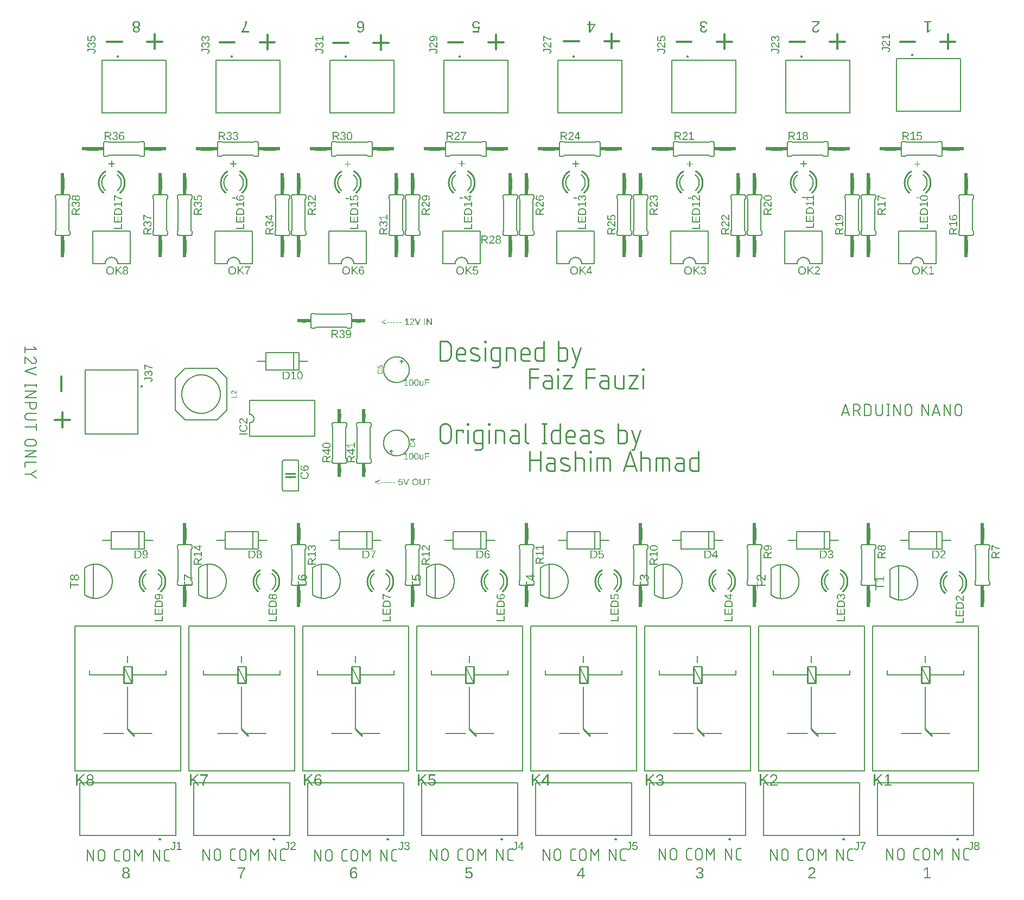
<source format=gbr>
G04 EAGLE Gerber RS-274X export*
G75*
%MOMM*%
%FSLAX34Y34*%
%LPD*%
%INSilkscreen Top*%
%IPPOS*%
%AMOC8*
5,1,8,0,0,1.08239X$1,22.5*%
G01*
G04 Define Apertures*
%ADD10C,0.254000*%
%ADD11C,0.152400*%
%ADD12C,0.304800*%
%ADD13C,0.127000*%
%ADD14C,0.200000*%
%ADD15C,0.076200*%
%ADD16C,0.609600*%
%ADD17R,0.609600X0.863600*%
%ADD18R,0.863600X0.609600*%
%ADD19C,0.203200*%
G36*
X1392747Y6110D02*
X1381914Y6110D01*
X1381914Y7987D01*
X1386318Y7987D01*
X1386318Y21286D01*
X1382417Y18501D01*
X1382417Y20586D01*
X1386502Y23396D01*
X1388539Y23396D01*
X1388539Y7987D01*
X1392747Y7987D01*
X1392747Y6110D01*
G37*
G36*
X1212710Y6110D02*
X1201264Y6110D01*
X1201264Y7668D01*
X1201594Y8365D01*
X1201958Y9019D01*
X1202357Y9631D01*
X1202791Y10201D01*
X1203248Y10737D01*
X1203716Y11247D01*
X1204195Y11731D01*
X1204686Y12189D01*
X1205676Y13046D01*
X1206655Y13839D01*
X1207583Y14600D01*
X1208416Y15360D01*
X1208790Y15745D01*
X1209126Y16139D01*
X1209425Y16542D01*
X1209686Y16955D01*
X1209799Y17167D01*
X1209898Y17386D01*
X1209981Y17612D01*
X1210049Y17844D01*
X1210102Y18084D01*
X1210140Y18331D01*
X1210163Y18584D01*
X1210170Y18844D01*
X1210157Y19190D01*
X1210118Y19516D01*
X1210053Y19822D01*
X1209962Y20108D01*
X1209844Y20374D01*
X1209701Y20620D01*
X1209532Y20846D01*
X1209336Y21053D01*
X1209117Y21237D01*
X1208878Y21396D01*
X1208619Y21531D01*
X1208339Y21641D01*
X1208039Y21727D01*
X1207719Y21789D01*
X1207378Y21825D01*
X1207017Y21838D01*
X1206672Y21826D01*
X1206343Y21790D01*
X1206029Y21730D01*
X1205731Y21646D01*
X1205448Y21538D01*
X1205181Y21406D01*
X1204929Y21251D01*
X1204693Y21071D01*
X1204476Y20870D01*
X1204283Y20649D01*
X1204113Y20409D01*
X1203967Y20149D01*
X1203845Y19870D01*
X1203746Y19572D01*
X1203671Y19255D01*
X1203619Y18918D01*
X1201362Y19126D01*
X1201443Y19632D01*
X1201564Y20110D01*
X1201724Y20562D01*
X1201925Y20988D01*
X1202164Y21387D01*
X1202444Y21760D01*
X1202763Y22107D01*
X1203122Y22427D01*
X1203515Y22714D01*
X1203934Y22963D01*
X1204380Y23174D01*
X1204854Y23347D01*
X1205354Y23481D01*
X1205881Y23577D01*
X1206436Y23634D01*
X1207017Y23653D01*
X1207652Y23634D01*
X1208248Y23576D01*
X1208807Y23480D01*
X1209328Y23345D01*
X1209812Y23172D01*
X1210257Y22960D01*
X1210665Y22709D01*
X1211035Y22420D01*
X1211364Y22096D01*
X1211650Y21739D01*
X1211891Y21350D01*
X1212089Y20928D01*
X1212242Y20474D01*
X1212352Y19988D01*
X1212418Y19469D01*
X1212440Y18918D01*
X1212433Y18667D01*
X1212411Y18416D01*
X1212375Y18165D01*
X1212325Y17915D01*
X1212181Y17416D01*
X1211980Y16918D01*
X1211722Y16421D01*
X1211408Y15924D01*
X1211038Y15428D01*
X1210612Y14931D01*
X1210054Y14366D01*
X1209290Y13664D01*
X1208319Y12826D01*
X1207140Y11851D01*
X1206471Y11289D01*
X1205873Y10755D01*
X1205348Y10249D01*
X1204895Y9772D01*
X1204507Y9313D01*
X1204177Y8863D01*
X1203906Y8421D01*
X1203693Y7987D01*
X1212710Y7987D01*
X1212710Y6110D01*
G37*
G36*
X1032005Y5865D02*
X1031365Y5883D01*
X1030759Y5939D01*
X1030185Y6031D01*
X1029645Y6161D01*
X1029138Y6327D01*
X1028664Y6531D01*
X1028223Y6771D01*
X1027816Y7049D01*
X1027444Y7362D01*
X1027113Y7711D01*
X1026821Y8096D01*
X1026569Y8516D01*
X1026356Y8972D01*
X1026183Y9463D01*
X1026050Y9989D01*
X1025957Y10551D01*
X1028239Y10760D01*
X1028305Y10388D01*
X1028394Y10041D01*
X1028506Y9717D01*
X1028640Y9418D01*
X1028796Y9142D01*
X1028975Y8891D01*
X1029177Y8663D01*
X1029401Y8459D01*
X1029648Y8280D01*
X1029917Y8124D01*
X1030209Y7992D01*
X1030523Y7884D01*
X1030860Y7800D01*
X1031219Y7741D01*
X1031601Y7705D01*
X1032005Y7693D01*
X1032411Y7705D01*
X1032794Y7744D01*
X1033155Y7808D01*
X1033494Y7898D01*
X1033810Y8014D01*
X1034104Y8155D01*
X1034375Y8322D01*
X1034624Y8515D01*
X1034847Y8732D01*
X1035040Y8975D01*
X1035204Y9243D01*
X1035337Y9536D01*
X1035441Y9853D01*
X1035516Y10196D01*
X1035560Y10563D01*
X1035575Y10956D01*
X1035558Y11299D01*
X1035507Y11623D01*
X1035422Y11927D01*
X1035304Y12212D01*
X1035151Y12477D01*
X1034964Y12724D01*
X1034744Y12951D01*
X1034489Y13158D01*
X1034203Y13343D01*
X1033886Y13504D01*
X1033540Y13640D01*
X1033163Y13751D01*
X1032756Y13838D01*
X1032319Y13900D01*
X1031852Y13937D01*
X1031355Y13949D01*
X1030104Y13949D01*
X1030104Y15863D01*
X1031306Y15863D01*
X1031747Y15875D01*
X1032163Y15913D01*
X1032553Y15974D01*
X1032918Y16061D01*
X1033257Y16172D01*
X1033570Y16308D01*
X1033859Y16469D01*
X1034121Y16654D01*
X1034356Y16862D01*
X1034559Y17088D01*
X1034731Y17333D01*
X1034871Y17598D01*
X1034981Y17881D01*
X1035059Y18183D01*
X1035106Y18504D01*
X1035121Y18844D01*
X1035108Y19182D01*
X1035070Y19501D01*
X1035006Y19802D01*
X1034917Y20085D01*
X1034802Y20349D01*
X1034662Y20596D01*
X1034497Y20824D01*
X1034305Y21034D01*
X1034089Y21222D01*
X1033848Y21386D01*
X1033582Y21524D01*
X1033292Y21637D01*
X1032976Y21725D01*
X1032636Y21787D01*
X1032272Y21825D01*
X1031882Y21838D01*
X1031526Y21826D01*
X1031187Y21791D01*
X1030866Y21732D01*
X1030562Y21651D01*
X1030276Y21545D01*
X1030007Y21417D01*
X1029755Y21265D01*
X1029521Y21089D01*
X1029307Y20893D01*
X1029117Y20677D01*
X1028951Y20442D01*
X1028808Y20188D01*
X1028688Y19914D01*
X1028593Y19622D01*
X1028520Y19310D01*
X1028472Y18979D01*
X1026251Y19151D01*
X1026333Y19667D01*
X1026453Y20154D01*
X1026614Y20612D01*
X1026814Y21040D01*
X1027054Y21440D01*
X1027334Y21810D01*
X1027653Y22151D01*
X1028012Y22463D01*
X1028404Y22742D01*
X1028823Y22984D01*
X1029270Y23188D01*
X1029743Y23356D01*
X1030244Y23486D01*
X1030771Y23579D01*
X1031325Y23635D01*
X1031907Y23653D01*
X1032539Y23634D01*
X1033135Y23578D01*
X1033695Y23483D01*
X1034218Y23351D01*
X1034705Y23181D01*
X1035156Y22974D01*
X1035571Y22728D01*
X1035949Y22445D01*
X1036287Y22128D01*
X1036580Y21781D01*
X1036828Y21405D01*
X1037030Y20999D01*
X1037188Y20563D01*
X1037301Y20098D01*
X1037368Y19602D01*
X1037391Y19077D01*
X1037376Y18673D01*
X1037333Y18288D01*
X1037260Y17922D01*
X1037159Y17576D01*
X1037029Y17249D01*
X1036870Y16942D01*
X1036682Y16653D01*
X1036465Y16385D01*
X1036220Y16136D01*
X1035949Y15908D01*
X1035652Y15701D01*
X1035328Y15515D01*
X1034978Y15350D01*
X1034602Y15206D01*
X1034200Y15082D01*
X1033772Y14980D01*
X1033772Y14931D01*
X1034243Y14865D01*
X1034687Y14771D01*
X1035105Y14650D01*
X1035495Y14501D01*
X1035859Y14325D01*
X1036196Y14121D01*
X1036506Y13889D01*
X1036790Y13630D01*
X1037043Y13349D01*
X1037262Y13049D01*
X1037447Y12732D01*
X1037599Y12397D01*
X1037717Y12045D01*
X1037802Y11675D01*
X1037852Y11288D01*
X1037869Y10882D01*
X1037863Y10587D01*
X1037845Y10301D01*
X1037774Y9754D01*
X1037655Y9240D01*
X1037489Y8760D01*
X1037275Y8314D01*
X1037014Y7901D01*
X1036705Y7522D01*
X1036348Y7177D01*
X1035947Y6870D01*
X1035506Y6603D01*
X1035024Y6377D01*
X1034502Y6193D01*
X1033938Y6049D01*
X1033335Y5947D01*
X1032690Y5885D01*
X1032005Y5865D01*
G37*
G36*
X850808Y6110D02*
X848723Y6110D01*
X848723Y10024D01*
X840577Y10024D01*
X840577Y11741D01*
X848490Y23396D01*
X850808Y23396D01*
X850808Y11766D01*
X853237Y11766D01*
X853237Y10024D01*
X850808Y10024D01*
X850808Y6110D01*
G37*
%LPC*%
G36*
X848723Y11766D02*
X848723Y20905D01*
X848379Y20255D01*
X848100Y19764D01*
X847901Y19445D01*
X843472Y12919D01*
X842809Y12011D01*
X842613Y11766D01*
X848723Y11766D01*
G37*
%LPD*%
G36*
X671784Y5865D02*
X671195Y5881D01*
X670634Y5931D01*
X670103Y6013D01*
X669601Y6128D01*
X669127Y6277D01*
X668683Y6458D01*
X668269Y6672D01*
X667883Y6920D01*
X667529Y7198D01*
X667209Y7506D01*
X666923Y7844D01*
X666672Y8211D01*
X666454Y8608D01*
X666271Y9034D01*
X666121Y9489D01*
X666006Y9974D01*
X668239Y10232D01*
X668335Y9922D01*
X668448Y9631D01*
X668578Y9361D01*
X668726Y9110D01*
X668890Y8880D01*
X669072Y8670D01*
X669271Y8479D01*
X669487Y8309D01*
X669720Y8159D01*
X669971Y8029D01*
X670238Y7918D01*
X670523Y7828D01*
X670825Y7758D01*
X671144Y7708D01*
X671480Y7678D01*
X671833Y7668D01*
X672266Y7685D01*
X672674Y7735D01*
X673059Y7819D01*
X673419Y7936D01*
X673755Y8087D01*
X674067Y8272D01*
X674355Y8490D01*
X674618Y8742D01*
X674854Y9022D01*
X675058Y9328D01*
X675231Y9660D01*
X675373Y10016D01*
X675483Y10397D01*
X675561Y10804D01*
X675608Y11235D01*
X675624Y11692D01*
X675608Y12090D01*
X675561Y12469D01*
X675482Y12828D01*
X675371Y13167D01*
X675229Y13487D01*
X675055Y13788D01*
X674849Y14068D01*
X674612Y14330D01*
X674348Y14565D01*
X674062Y14770D01*
X673754Y14943D01*
X673424Y15084D01*
X673071Y15194D01*
X672697Y15273D01*
X672301Y15320D01*
X671882Y15336D01*
X671442Y15318D01*
X671017Y15265D01*
X670608Y15177D01*
X670214Y15053D01*
X669827Y14888D01*
X669441Y14673D01*
X669055Y14409D01*
X668668Y14097D01*
X666509Y14097D01*
X667086Y23396D01*
X676912Y23396D01*
X676912Y21519D01*
X669098Y21519D01*
X668766Y16035D01*
X669136Y16294D01*
X669528Y16518D01*
X669941Y16708D01*
X670376Y16863D01*
X670834Y16984D01*
X671313Y17070D01*
X671814Y17122D01*
X672336Y17139D01*
X672958Y17116D01*
X673547Y17045D01*
X674104Y16929D01*
X674629Y16765D01*
X675121Y16554D01*
X675581Y16297D01*
X676008Y15993D01*
X676403Y15642D01*
X676758Y15254D01*
X677066Y14837D01*
X677326Y14392D01*
X677539Y13919D01*
X677705Y13417D01*
X677824Y12887D01*
X677895Y12328D01*
X677918Y11741D01*
X677912Y11404D01*
X677893Y11075D01*
X677861Y10756D01*
X677817Y10446D01*
X677760Y10145D01*
X677690Y9853D01*
X677607Y9570D01*
X677512Y9297D01*
X677283Y8777D01*
X677004Y8293D01*
X676674Y7846D01*
X676293Y7435D01*
X675867Y7067D01*
X675401Y6748D01*
X674897Y6478D01*
X674353Y6257D01*
X673770Y6085D01*
X673463Y6018D01*
X673147Y5963D01*
X672821Y5920D01*
X672485Y5889D01*
X672140Y5871D01*
X671784Y5865D01*
G37*
G36*
X492287Y5865D02*
X491928Y5873D01*
X491579Y5899D01*
X491241Y5941D01*
X490913Y6000D01*
X490597Y6077D01*
X490291Y6170D01*
X489995Y6280D01*
X489711Y6408D01*
X489437Y6552D01*
X489174Y6713D01*
X488922Y6891D01*
X488680Y7086D01*
X488450Y7298D01*
X488230Y7527D01*
X488020Y7773D01*
X487822Y8036D01*
X487634Y8315D01*
X487459Y8610D01*
X487296Y8920D01*
X487145Y9245D01*
X487006Y9586D01*
X486880Y9942D01*
X486765Y10314D01*
X486662Y10701D01*
X486572Y11104D01*
X486493Y11522D01*
X486427Y11955D01*
X486372Y12404D01*
X486330Y12869D01*
X486300Y13348D01*
X486282Y13844D01*
X486276Y14354D01*
X486282Y14907D01*
X486301Y15444D01*
X486332Y15965D01*
X486376Y16469D01*
X486433Y16957D01*
X486502Y17428D01*
X486583Y17884D01*
X486678Y18323D01*
X486784Y18746D01*
X486904Y19152D01*
X487035Y19542D01*
X487180Y19916D01*
X487337Y20274D01*
X487506Y20615D01*
X487688Y20940D01*
X487883Y21249D01*
X488089Y21540D01*
X488306Y21812D01*
X488534Y22066D01*
X488772Y22301D01*
X489020Y22517D01*
X489280Y22714D01*
X489550Y22893D01*
X489831Y23052D01*
X490122Y23193D01*
X490424Y23315D01*
X490736Y23419D01*
X491060Y23503D01*
X491394Y23569D01*
X491738Y23616D01*
X492093Y23644D01*
X492459Y23653D01*
X492937Y23640D01*
X493392Y23598D01*
X493825Y23530D01*
X494235Y23433D01*
X494622Y23309D01*
X494987Y23158D01*
X495329Y22979D01*
X495649Y22773D01*
X495946Y22539D01*
X496220Y22278D01*
X496472Y21989D01*
X496701Y21673D01*
X496907Y21329D01*
X497091Y20958D01*
X497252Y20559D01*
X497391Y20132D01*
X495281Y19752D01*
X495193Y20008D01*
X495094Y20247D01*
X494982Y20469D01*
X494859Y20675D01*
X494723Y20865D01*
X494576Y21038D01*
X494416Y21195D01*
X494244Y21335D01*
X494060Y21458D01*
X493864Y21565D01*
X493656Y21656D01*
X493436Y21730D01*
X493204Y21788D01*
X492959Y21829D01*
X492703Y21854D01*
X492434Y21862D01*
X492202Y21855D01*
X491975Y21835D01*
X491756Y21800D01*
X491543Y21752D01*
X491337Y21690D01*
X491137Y21615D01*
X490758Y21422D01*
X490406Y21175D01*
X490080Y20872D01*
X489781Y20514D01*
X489509Y20102D01*
X489266Y19637D01*
X489055Y19123D01*
X488877Y18560D01*
X488731Y17947D01*
X488618Y17285D01*
X488537Y16574D01*
X488488Y15814D01*
X488472Y15004D01*
X488630Y15275D01*
X488803Y15529D01*
X488992Y15767D01*
X489196Y15987D01*
X489415Y16191D01*
X489650Y16379D01*
X489900Y16549D01*
X490165Y16703D01*
X490443Y16840D01*
X490731Y16958D01*
X491029Y17059D01*
X491336Y17141D01*
X491654Y17204D01*
X491982Y17250D01*
X492320Y17277D01*
X492668Y17286D01*
X493250Y17263D01*
X493802Y17193D01*
X494323Y17076D01*
X494813Y16912D01*
X495272Y16702D01*
X495700Y16444D01*
X496098Y16140D01*
X496465Y15790D01*
X496794Y15399D01*
X497079Y14977D01*
X497320Y14522D01*
X497518Y14035D01*
X497672Y13516D01*
X497781Y12965D01*
X497847Y12381D01*
X497869Y11766D01*
X497846Y11100D01*
X497776Y10470D01*
X497660Y9876D01*
X497498Y9318D01*
X497289Y8796D01*
X497034Y8311D01*
X496733Y7861D01*
X496385Y7447D01*
X495996Y7076D01*
X495572Y6755D01*
X495113Y6483D01*
X494618Y6260D01*
X494088Y6087D01*
X493810Y6019D01*
X493523Y5964D01*
X493227Y5920D01*
X492923Y5889D01*
X492609Y5871D01*
X492287Y5865D01*
G37*
%LPC*%
G36*
X492214Y7644D02*
X492602Y7660D01*
X492968Y7711D01*
X493313Y7794D01*
X493637Y7912D01*
X493939Y8063D01*
X494219Y8247D01*
X494479Y8465D01*
X494716Y8717D01*
X494929Y8998D01*
X495113Y9304D01*
X495270Y9635D01*
X495397Y9991D01*
X495496Y10373D01*
X495567Y10779D01*
X495610Y11211D01*
X495624Y11667D01*
X495610Y12123D01*
X495567Y12552D01*
X495495Y12954D01*
X495394Y13330D01*
X495265Y13678D01*
X495107Y14000D01*
X494920Y14295D01*
X494704Y14563D01*
X494463Y14801D01*
X494199Y15008D01*
X493912Y15183D01*
X493603Y15326D01*
X493271Y15438D01*
X492917Y15517D01*
X492540Y15565D01*
X492140Y15581D01*
X491763Y15567D01*
X491404Y15525D01*
X491064Y15454D01*
X490743Y15356D01*
X490440Y15229D01*
X490156Y15074D01*
X489890Y14891D01*
X489643Y14679D01*
X489421Y14443D01*
X489227Y14186D01*
X489064Y13907D01*
X488930Y13607D01*
X488826Y13286D01*
X488752Y12944D01*
X488708Y12580D01*
X488693Y12195D01*
X488708Y11706D01*
X488754Y11240D01*
X488832Y10797D01*
X488940Y10376D01*
X489078Y9978D01*
X489248Y9603D01*
X489449Y9250D01*
X489680Y8919D01*
X489936Y8620D01*
X490209Y8361D01*
X490499Y8142D01*
X490807Y7962D01*
X491133Y7823D01*
X491476Y7723D01*
X491836Y7663D01*
X492214Y7644D01*
G37*
%LPD*%
G36*
X316784Y6110D02*
X314478Y6110D01*
X314500Y6944D01*
X314566Y7788D01*
X314675Y8643D01*
X314829Y9510D01*
X315027Y10387D01*
X315268Y11275D01*
X315553Y12174D01*
X315883Y13084D01*
X316263Y14017D01*
X316703Y14985D01*
X317201Y15987D01*
X317758Y17024D01*
X318374Y18096D01*
X319049Y19202D01*
X319783Y20343D01*
X320575Y21519D01*
X311288Y21519D01*
X311288Y23396D01*
X322710Y23396D01*
X322710Y21605D01*
X321482Y19690D01*
X320449Y17995D01*
X319611Y16519D01*
X319265Y15863D01*
X318968Y15262D01*
X318456Y14119D01*
X318226Y13550D01*
X318013Y12983D01*
X317816Y12418D01*
X317637Y11855D01*
X317475Y11294D01*
X317330Y10735D01*
X317202Y10174D01*
X317091Y9609D01*
X316997Y9038D01*
X316921Y8462D01*
X316861Y7882D01*
X316818Y7296D01*
X316793Y6706D01*
X316784Y6110D01*
G37*
G36*
X136993Y5865D02*
X136319Y5885D01*
X135682Y5947D01*
X135083Y6049D01*
X134522Y6193D01*
X133999Y6377D01*
X133514Y6603D01*
X133066Y6870D01*
X132656Y7177D01*
X132289Y7523D01*
X131972Y7903D01*
X131703Y8317D01*
X131483Y8766D01*
X131312Y9249D01*
X131190Y9767D01*
X131147Y10039D01*
X131116Y10320D01*
X131098Y10609D01*
X131092Y10907D01*
X131107Y11322D01*
X131152Y11720D01*
X131228Y12101D01*
X131334Y12465D01*
X131470Y12812D01*
X131637Y13143D01*
X131834Y13456D01*
X132061Y13753D01*
X132312Y14027D01*
X132579Y14273D01*
X132864Y14490D01*
X133165Y14679D01*
X133483Y14840D01*
X133818Y14972D01*
X134170Y15076D01*
X134539Y15152D01*
X134539Y15201D01*
X134196Y15296D01*
X133871Y15415D01*
X133565Y15558D01*
X133277Y15725D01*
X133008Y15917D01*
X132758Y16132D01*
X132526Y16372D01*
X132313Y16636D01*
X132121Y16918D01*
X131956Y17212D01*
X131815Y17518D01*
X131701Y17835D01*
X131611Y18165D01*
X131548Y18506D01*
X131509Y18859D01*
X131497Y19225D01*
X131520Y19707D01*
X131589Y20165D01*
X131705Y20601D01*
X131866Y21013D01*
X132074Y21401D01*
X132328Y21766D01*
X132629Y22108D01*
X132975Y22427D01*
X133360Y22714D01*
X133777Y22963D01*
X134226Y23174D01*
X134706Y23347D01*
X135218Y23481D01*
X135762Y23577D01*
X136337Y23634D01*
X136944Y23653D01*
X137565Y23635D01*
X138153Y23578D01*
X138707Y23484D01*
X139227Y23353D01*
X139714Y23184D01*
X140168Y22977D01*
X140587Y22733D01*
X140974Y22451D01*
X141320Y22137D01*
X141621Y21797D01*
X141875Y21430D01*
X142083Y21037D01*
X142244Y20618D01*
X142360Y20172D01*
X142429Y19699D01*
X142452Y19200D01*
X142439Y18835D01*
X142401Y18482D01*
X142336Y18140D01*
X142247Y17811D01*
X142131Y17493D01*
X141990Y17187D01*
X141823Y16893D01*
X141630Y16611D01*
X141415Y16348D01*
X141182Y16111D01*
X141157Y16090D01*
X140929Y15899D01*
X140658Y15713D01*
X140368Y15552D01*
X140059Y15418D01*
X139731Y15309D01*
X139385Y15225D01*
X139385Y15176D01*
X139788Y15095D01*
X140167Y14987D01*
X140524Y14852D01*
X140857Y14690D01*
X141168Y14501D01*
X141455Y14285D01*
X141720Y14042D01*
X141914Y13824D01*
X141961Y13771D01*
X142177Y13479D01*
X142364Y13168D01*
X142522Y12840D01*
X142651Y12494D01*
X142752Y12130D01*
X142824Y11748D01*
X142867Y11349D01*
X142881Y10931D01*
X142876Y10636D01*
X142858Y10350D01*
X142786Y9801D01*
X142668Y9286D01*
X142501Y8803D01*
X142287Y8353D01*
X142026Y7936D01*
X141717Y7553D01*
X141360Y7202D01*
X140959Y6888D01*
X140517Y6617D01*
X140033Y6387D01*
X139508Y6199D01*
X138941Y6053D01*
X138333Y5948D01*
X137684Y5886D01*
X136993Y5865D01*
G37*
%LPC*%
G36*
X137017Y7521D02*
X137454Y7534D01*
X137862Y7575D01*
X138240Y7642D01*
X138591Y7737D01*
X138912Y7859D01*
X139205Y8007D01*
X139469Y8183D01*
X139704Y8386D01*
X139911Y8618D01*
X140090Y8882D01*
X140242Y9178D01*
X140367Y9507D01*
X140463Y9867D01*
X140532Y10259D01*
X140574Y10684D01*
X140587Y11140D01*
X140572Y11529D01*
X140528Y11894D01*
X140453Y12234D01*
X140348Y12549D01*
X140214Y12840D01*
X140049Y13105D01*
X139855Y13347D01*
X139630Y13563D01*
X139379Y13754D01*
X139104Y13920D01*
X138804Y14060D01*
X138480Y14175D01*
X138132Y14264D01*
X137760Y14328D01*
X137364Y14366D01*
X136944Y14379D01*
X136535Y14365D01*
X136149Y14324D01*
X135787Y14255D01*
X135447Y14159D01*
X135130Y14036D01*
X134837Y13885D01*
X134566Y13707D01*
X134318Y13502D01*
X134097Y13272D01*
X133905Y13022D01*
X133743Y12751D01*
X133610Y12460D01*
X133507Y12149D01*
X133433Y11817D01*
X133388Y11464D01*
X133374Y11091D01*
X133388Y10659D01*
X133431Y10254D01*
X133502Y9878D01*
X133601Y9529D01*
X133730Y9208D01*
X133886Y8915D01*
X134071Y8650D01*
X134285Y8413D01*
X134527Y8204D01*
X134797Y8023D01*
X135096Y7869D01*
X135423Y7744D01*
X135779Y7646D01*
X136163Y7577D01*
X136576Y7535D01*
X137017Y7521D01*
G37*
G36*
X136968Y16035D02*
X137346Y16046D01*
X137701Y16080D01*
X138032Y16136D01*
X138341Y16214D01*
X138626Y16315D01*
X138888Y16439D01*
X139127Y16584D01*
X139342Y16753D01*
X139533Y16946D01*
X139699Y17167D01*
X139839Y17416D01*
X139954Y17693D01*
X140043Y17997D01*
X140107Y18329D01*
X140145Y18689D01*
X140158Y19077D01*
X140145Y19432D01*
X140108Y19765D01*
X140045Y20074D01*
X139957Y20360D01*
X139844Y20624D01*
X139706Y20864D01*
X139543Y21082D01*
X139354Y21276D01*
X139141Y21448D01*
X138902Y21597D01*
X138639Y21723D01*
X138350Y21826D01*
X138036Y21906D01*
X137697Y21964D01*
X137333Y21998D01*
X136944Y22009D01*
X136566Y21998D01*
X136211Y21963D01*
X135880Y21906D01*
X135571Y21825D01*
X135286Y21722D01*
X135024Y21595D01*
X134785Y21446D01*
X134570Y21273D01*
X134379Y21078D01*
X134213Y20860D01*
X134073Y20619D01*
X133958Y20356D01*
X133869Y20070D01*
X133805Y19762D01*
X133767Y19431D01*
X133754Y19077D01*
X133767Y18717D01*
X133807Y18379D01*
X133872Y18063D01*
X133964Y17769D01*
X134082Y17497D01*
X134227Y17247D01*
X134397Y17020D01*
X134594Y16814D01*
X134815Y16631D01*
X135058Y16473D01*
X135322Y16339D01*
X135608Y16230D01*
X135916Y16144D01*
X136245Y16084D01*
X136596Y16047D01*
X136968Y16035D01*
G37*
%LPD*%
G36*
X153056Y1326347D02*
X152435Y1326365D01*
X151848Y1326422D01*
X151293Y1326516D01*
X150773Y1326647D01*
X150286Y1326816D01*
X149832Y1327023D01*
X149413Y1327267D01*
X149026Y1327549D01*
X148680Y1327863D01*
X148379Y1328203D01*
X148125Y1328570D01*
X147918Y1328963D01*
X147756Y1329382D01*
X147640Y1329829D01*
X147571Y1330301D01*
X147548Y1330800D01*
X147561Y1331165D01*
X147599Y1331518D01*
X147664Y1331860D01*
X147753Y1332189D01*
X147869Y1332507D01*
X148010Y1332813D01*
X148177Y1333107D01*
X148370Y1333389D01*
X148585Y1333652D01*
X148818Y1333889D01*
X148843Y1333910D01*
X149071Y1334101D01*
X149342Y1334287D01*
X149632Y1334448D01*
X149941Y1334582D01*
X150269Y1334691D01*
X150615Y1334775D01*
X150615Y1334824D01*
X150212Y1334905D01*
X149833Y1335013D01*
X149476Y1335148D01*
X149143Y1335310D01*
X148832Y1335499D01*
X148545Y1335715D01*
X148280Y1335958D01*
X148086Y1336176D01*
X148039Y1336229D01*
X147823Y1336521D01*
X147636Y1336832D01*
X147478Y1337160D01*
X147349Y1337506D01*
X147248Y1337870D01*
X147176Y1338252D01*
X147133Y1338651D01*
X147119Y1339069D01*
X147125Y1339364D01*
X147142Y1339650D01*
X147214Y1340199D01*
X147332Y1340715D01*
X147499Y1341197D01*
X147713Y1341647D01*
X147974Y1342064D01*
X148283Y1342447D01*
X148640Y1342798D01*
X149041Y1343112D01*
X149483Y1343383D01*
X149967Y1343613D01*
X150492Y1343801D01*
X151059Y1343947D01*
X151667Y1344052D01*
X152316Y1344114D01*
X153007Y1344135D01*
X153681Y1344115D01*
X154318Y1344053D01*
X154917Y1343951D01*
X155478Y1343807D01*
X156001Y1343623D01*
X156486Y1343397D01*
X156934Y1343130D01*
X157344Y1342823D01*
X157711Y1342477D01*
X158028Y1342097D01*
X158297Y1341683D01*
X158517Y1341234D01*
X158688Y1340751D01*
X158810Y1340233D01*
X158853Y1339961D01*
X158884Y1339680D01*
X158902Y1339391D01*
X158908Y1339093D01*
X158893Y1338678D01*
X158848Y1338280D01*
X158772Y1337899D01*
X158666Y1337535D01*
X158530Y1337188D01*
X158363Y1336857D01*
X158166Y1336544D01*
X157939Y1336247D01*
X157688Y1335973D01*
X157421Y1335727D01*
X157136Y1335510D01*
X156835Y1335321D01*
X156517Y1335160D01*
X156182Y1335028D01*
X155830Y1334924D01*
X155461Y1334848D01*
X155461Y1334799D01*
X155804Y1334705D01*
X156129Y1334585D01*
X156435Y1334442D01*
X156723Y1334275D01*
X156992Y1334083D01*
X157242Y1333868D01*
X157474Y1333628D01*
X157688Y1333364D01*
X157879Y1333082D01*
X158044Y1332788D01*
X158185Y1332482D01*
X158299Y1332165D01*
X158389Y1331835D01*
X158452Y1331494D01*
X158491Y1331141D01*
X158503Y1330775D01*
X158480Y1330293D01*
X158411Y1329835D01*
X158295Y1329399D01*
X158134Y1328987D01*
X157926Y1328599D01*
X157672Y1328234D01*
X157372Y1327892D01*
X157025Y1327574D01*
X156640Y1327286D01*
X156223Y1327037D01*
X155774Y1326826D01*
X155294Y1326653D01*
X154782Y1326519D01*
X154238Y1326423D01*
X153663Y1326366D01*
X153056Y1326347D01*
G37*
%LPC*%
G36*
X153056Y1335621D02*
X153465Y1335635D01*
X153851Y1335676D01*
X154213Y1335745D01*
X154553Y1335841D01*
X154870Y1335964D01*
X155163Y1336115D01*
X155434Y1336293D01*
X155682Y1336499D01*
X155903Y1336728D01*
X156095Y1336978D01*
X156257Y1337249D01*
X156390Y1337540D01*
X156493Y1337851D01*
X156567Y1338183D01*
X156612Y1338536D01*
X156626Y1338909D01*
X156612Y1339342D01*
X156569Y1339746D01*
X156498Y1340122D01*
X156399Y1340471D01*
X156270Y1340792D01*
X156114Y1341085D01*
X155929Y1341350D01*
X155715Y1341587D01*
X155473Y1341796D01*
X155203Y1341977D01*
X154904Y1342131D01*
X154577Y1342256D01*
X154221Y1342354D01*
X153837Y1342423D01*
X153424Y1342465D01*
X152983Y1342479D01*
X152546Y1342466D01*
X152139Y1342425D01*
X151760Y1342358D01*
X151409Y1342263D01*
X151088Y1342141D01*
X150795Y1341993D01*
X150531Y1341817D01*
X150296Y1341614D01*
X150089Y1341382D01*
X149910Y1341118D01*
X149758Y1340822D01*
X149634Y1340493D01*
X149537Y1340133D01*
X149468Y1339741D01*
X149426Y1339316D01*
X149413Y1338860D01*
X149428Y1338471D01*
X149472Y1338106D01*
X149547Y1337766D01*
X149652Y1337451D01*
X149786Y1337160D01*
X149951Y1336895D01*
X150145Y1336654D01*
X150370Y1336437D01*
X150621Y1336246D01*
X150896Y1336080D01*
X151196Y1335940D01*
X151520Y1335825D01*
X151868Y1335736D01*
X152240Y1335672D01*
X152636Y1335634D01*
X153056Y1335621D01*
G37*
G36*
X153056Y1327991D02*
X153434Y1328002D01*
X153789Y1328037D01*
X154120Y1328094D01*
X154429Y1328175D01*
X154714Y1328278D01*
X154976Y1328405D01*
X155215Y1328554D01*
X155430Y1328727D01*
X155621Y1328922D01*
X155787Y1329140D01*
X155927Y1329381D01*
X156042Y1329644D01*
X156131Y1329930D01*
X156195Y1330238D01*
X156233Y1330569D01*
X156246Y1330923D01*
X156233Y1331283D01*
X156193Y1331621D01*
X156128Y1331937D01*
X156036Y1332231D01*
X155918Y1332503D01*
X155773Y1332753D01*
X155603Y1332980D01*
X155406Y1333186D01*
X155185Y1333369D01*
X154942Y1333527D01*
X154678Y1333661D01*
X154392Y1333770D01*
X154084Y1333856D01*
X153755Y1333916D01*
X153404Y1333953D01*
X153032Y1333965D01*
X152654Y1333954D01*
X152299Y1333920D01*
X151968Y1333864D01*
X151659Y1333786D01*
X151374Y1333685D01*
X151112Y1333561D01*
X150873Y1333416D01*
X150658Y1333247D01*
X150467Y1333054D01*
X150301Y1332833D01*
X150161Y1332584D01*
X150046Y1332307D01*
X149957Y1332003D01*
X149893Y1331671D01*
X149855Y1331311D01*
X149842Y1330923D01*
X149855Y1330568D01*
X149892Y1330235D01*
X149955Y1329926D01*
X150043Y1329640D01*
X150156Y1329376D01*
X150294Y1329136D01*
X150457Y1328918D01*
X150646Y1328724D01*
X150859Y1328552D01*
X151098Y1328403D01*
X151361Y1328277D01*
X151650Y1328174D01*
X151964Y1328094D01*
X152303Y1328036D01*
X152667Y1328002D01*
X153056Y1327991D01*
G37*
%LPD*%
G36*
X328712Y1326604D02*
X317290Y1326604D01*
X317290Y1328395D01*
X318518Y1330310D01*
X319551Y1332005D01*
X320389Y1333481D01*
X320735Y1334137D01*
X321032Y1334738D01*
X321544Y1335881D01*
X321774Y1336450D01*
X321987Y1337017D01*
X322184Y1337582D01*
X322363Y1338145D01*
X322525Y1338706D01*
X322670Y1339265D01*
X322798Y1339826D01*
X322909Y1340391D01*
X323003Y1340962D01*
X323079Y1341538D01*
X323139Y1342118D01*
X323182Y1342704D01*
X323207Y1343294D01*
X323216Y1343890D01*
X325522Y1343890D01*
X325500Y1343056D01*
X325434Y1342212D01*
X325325Y1341357D01*
X325171Y1340490D01*
X324973Y1339613D01*
X324732Y1338725D01*
X324447Y1337826D01*
X324117Y1336916D01*
X323737Y1335983D01*
X323297Y1335015D01*
X322799Y1334013D01*
X322242Y1332976D01*
X321626Y1331904D01*
X320951Y1330798D01*
X320217Y1329657D01*
X319425Y1328481D01*
X328712Y1328481D01*
X328712Y1326604D01*
G37*
G36*
X502541Y1326347D02*
X502063Y1326360D01*
X501608Y1326402D01*
X501175Y1326470D01*
X500765Y1326567D01*
X500378Y1326691D01*
X500013Y1326842D01*
X499671Y1327021D01*
X499351Y1327227D01*
X499054Y1327461D01*
X498780Y1327722D01*
X498528Y1328011D01*
X498299Y1328327D01*
X498093Y1328671D01*
X497909Y1329042D01*
X497748Y1329441D01*
X497609Y1329868D01*
X499719Y1330248D01*
X499807Y1329992D01*
X499906Y1329753D01*
X500018Y1329531D01*
X500141Y1329325D01*
X500277Y1329135D01*
X500424Y1328962D01*
X500584Y1328805D01*
X500756Y1328665D01*
X500940Y1328542D01*
X501136Y1328435D01*
X501344Y1328344D01*
X501564Y1328270D01*
X501796Y1328212D01*
X502041Y1328171D01*
X502297Y1328146D01*
X502566Y1328138D01*
X502798Y1328145D01*
X503025Y1328165D01*
X503244Y1328200D01*
X503457Y1328248D01*
X503663Y1328310D01*
X503863Y1328385D01*
X504242Y1328578D01*
X504594Y1328826D01*
X504920Y1329128D01*
X505219Y1329486D01*
X505492Y1329898D01*
X505734Y1330363D01*
X505945Y1330877D01*
X506123Y1331440D01*
X506269Y1332053D01*
X506382Y1332715D01*
X506463Y1333426D01*
X506512Y1334186D01*
X506528Y1334996D01*
X506370Y1334725D01*
X506197Y1334471D01*
X506008Y1334233D01*
X505804Y1334013D01*
X505585Y1333809D01*
X505350Y1333621D01*
X505100Y1333451D01*
X504835Y1333297D01*
X504557Y1333160D01*
X504269Y1333042D01*
X503971Y1332941D01*
X503664Y1332860D01*
X503346Y1332796D01*
X503018Y1332750D01*
X502680Y1332723D01*
X502332Y1332714D01*
X501750Y1332737D01*
X501198Y1332807D01*
X500677Y1332924D01*
X500187Y1333088D01*
X499728Y1333298D01*
X499300Y1333556D01*
X498902Y1333860D01*
X498536Y1334211D01*
X498206Y1334601D01*
X497921Y1335023D01*
X497680Y1335478D01*
X497482Y1335965D01*
X497328Y1336484D01*
X497219Y1337035D01*
X497153Y1337619D01*
X497131Y1338234D01*
X497154Y1338900D01*
X497224Y1339530D01*
X497340Y1340124D01*
X497502Y1340682D01*
X497711Y1341204D01*
X497966Y1341689D01*
X498267Y1342139D01*
X498615Y1342553D01*
X499004Y1342924D01*
X499428Y1343245D01*
X499887Y1343517D01*
X500382Y1343740D01*
X500912Y1343913D01*
X501190Y1343981D01*
X501477Y1344036D01*
X501773Y1344080D01*
X502077Y1344111D01*
X502391Y1344129D01*
X502713Y1344135D01*
X503072Y1344127D01*
X503421Y1344101D01*
X503759Y1344059D01*
X504087Y1344000D01*
X504403Y1343923D01*
X504709Y1343830D01*
X505005Y1343720D01*
X505289Y1343593D01*
X505563Y1343448D01*
X505826Y1343287D01*
X506078Y1343109D01*
X506320Y1342914D01*
X506550Y1342702D01*
X506770Y1342473D01*
X506980Y1342227D01*
X507178Y1341964D01*
X507366Y1341685D01*
X507541Y1341390D01*
X507704Y1341080D01*
X507855Y1340755D01*
X507994Y1340414D01*
X508120Y1340058D01*
X508235Y1339686D01*
X508338Y1339299D01*
X508428Y1338896D01*
X508507Y1338478D01*
X508573Y1338045D01*
X508628Y1337596D01*
X508670Y1337131D01*
X508700Y1336652D01*
X508718Y1336157D01*
X508724Y1335646D01*
X508718Y1335093D01*
X508699Y1334556D01*
X508668Y1334035D01*
X508624Y1333531D01*
X508567Y1333043D01*
X508498Y1332572D01*
X508417Y1332116D01*
X508322Y1331677D01*
X508216Y1331254D01*
X508096Y1330848D01*
X507965Y1330458D01*
X507820Y1330084D01*
X507663Y1329726D01*
X507494Y1329385D01*
X507312Y1329060D01*
X507117Y1328751D01*
X506911Y1328460D01*
X506694Y1328188D01*
X506466Y1327934D01*
X506228Y1327699D01*
X505980Y1327483D01*
X505720Y1327286D01*
X505450Y1327108D01*
X505169Y1326948D01*
X504878Y1326807D01*
X504576Y1326685D01*
X504264Y1326582D01*
X503940Y1326497D01*
X503606Y1326431D01*
X503262Y1326384D01*
X502907Y1326356D01*
X502541Y1326347D01*
G37*
%LPC*%
G36*
X502860Y1334419D02*
X503237Y1334433D01*
X503596Y1334475D01*
X503936Y1334546D01*
X504257Y1334645D01*
X504560Y1334771D01*
X504844Y1334926D01*
X505110Y1335109D01*
X505357Y1335321D01*
X505579Y1335557D01*
X505773Y1335814D01*
X505936Y1336093D01*
X506070Y1336393D01*
X506174Y1336714D01*
X506248Y1337056D01*
X506292Y1337420D01*
X506307Y1337805D01*
X506292Y1338294D01*
X506246Y1338760D01*
X506168Y1339203D01*
X506060Y1339624D01*
X505922Y1340022D01*
X505752Y1340397D01*
X505551Y1340750D01*
X505320Y1341081D01*
X505064Y1341380D01*
X504791Y1341639D01*
X504501Y1341858D01*
X504193Y1342038D01*
X503867Y1342177D01*
X503524Y1342277D01*
X503164Y1342337D01*
X502786Y1342357D01*
X502398Y1342340D01*
X502032Y1342289D01*
X501687Y1342206D01*
X501363Y1342088D01*
X501061Y1341937D01*
X500781Y1341753D01*
X500521Y1341535D01*
X500284Y1341283D01*
X500071Y1341002D01*
X499887Y1340696D01*
X499731Y1340365D01*
X499603Y1340009D01*
X499504Y1339627D01*
X499433Y1339221D01*
X499390Y1338789D01*
X499376Y1338333D01*
X499390Y1337877D01*
X499433Y1337448D01*
X499505Y1337046D01*
X499606Y1336670D01*
X499735Y1336322D01*
X499893Y1336000D01*
X500080Y1335705D01*
X500296Y1335437D01*
X500537Y1335199D01*
X500801Y1334992D01*
X501088Y1334817D01*
X501397Y1334674D01*
X501729Y1334562D01*
X502083Y1334483D01*
X502460Y1334435D01*
X502860Y1334419D01*
G37*
%LPD*%
G36*
X687914Y1326604D02*
X678088Y1326604D01*
X678088Y1328481D01*
X685902Y1328481D01*
X686234Y1333965D01*
X685864Y1333706D01*
X685472Y1333482D01*
X685059Y1333292D01*
X684624Y1333137D01*
X684166Y1333016D01*
X683687Y1332930D01*
X683186Y1332878D01*
X682664Y1332861D01*
X682042Y1332884D01*
X681453Y1332955D01*
X680896Y1333072D01*
X680371Y1333235D01*
X679879Y1333446D01*
X679419Y1333703D01*
X678992Y1334007D01*
X678597Y1334358D01*
X678242Y1334746D01*
X677934Y1335163D01*
X677674Y1335608D01*
X677461Y1336081D01*
X677295Y1336583D01*
X677176Y1337113D01*
X677105Y1337672D01*
X677082Y1338259D01*
X677088Y1338596D01*
X677107Y1338925D01*
X677139Y1339244D01*
X677183Y1339554D01*
X677240Y1339855D01*
X677310Y1340147D01*
X677393Y1340430D01*
X677488Y1340703D01*
X677717Y1341223D01*
X677996Y1341707D01*
X678326Y1342154D01*
X678707Y1342565D01*
X679133Y1342933D01*
X679599Y1343252D01*
X680103Y1343522D01*
X680647Y1343743D01*
X681230Y1343915D01*
X681537Y1343982D01*
X681853Y1344037D01*
X682179Y1344080D01*
X682515Y1344111D01*
X682860Y1344129D01*
X683216Y1344135D01*
X683805Y1344119D01*
X684366Y1344069D01*
X684897Y1343987D01*
X685400Y1343872D01*
X685873Y1343723D01*
X686317Y1343542D01*
X686731Y1343328D01*
X687117Y1343080D01*
X687471Y1342802D01*
X687791Y1342494D01*
X688077Y1342156D01*
X688329Y1341789D01*
X688546Y1341393D01*
X688730Y1340966D01*
X688879Y1340511D01*
X688994Y1340026D01*
X686761Y1339768D01*
X686665Y1340078D01*
X686552Y1340369D01*
X686422Y1340639D01*
X686274Y1340890D01*
X686110Y1341120D01*
X685928Y1341330D01*
X685729Y1341521D01*
X685513Y1341691D01*
X685280Y1341841D01*
X685029Y1341971D01*
X684762Y1342082D01*
X684477Y1342172D01*
X684175Y1342242D01*
X683856Y1342292D01*
X683520Y1342322D01*
X683167Y1342332D01*
X682734Y1342315D01*
X682326Y1342265D01*
X681941Y1342181D01*
X681581Y1342064D01*
X681245Y1341913D01*
X680933Y1341728D01*
X680645Y1341510D01*
X680382Y1341259D01*
X680146Y1340978D01*
X679942Y1340672D01*
X679769Y1340340D01*
X679627Y1339984D01*
X679517Y1339603D01*
X679439Y1339196D01*
X679392Y1338765D01*
X679376Y1338308D01*
X679392Y1337910D01*
X679439Y1337531D01*
X679518Y1337172D01*
X679629Y1336833D01*
X679771Y1336513D01*
X679945Y1336213D01*
X680151Y1335932D01*
X680388Y1335670D01*
X680652Y1335435D01*
X680938Y1335230D01*
X681246Y1335057D01*
X681576Y1334916D01*
X681929Y1334806D01*
X682303Y1334727D01*
X682699Y1334680D01*
X683118Y1334664D01*
X683558Y1334682D01*
X683983Y1334735D01*
X684392Y1334823D01*
X684786Y1334947D01*
X685173Y1335112D01*
X685559Y1335327D01*
X685945Y1335591D01*
X686332Y1335904D01*
X688491Y1335904D01*
X687914Y1326604D01*
G37*
G36*
X861511Y1326604D02*
X859192Y1326604D01*
X859192Y1338234D01*
X856763Y1338234D01*
X856763Y1339977D01*
X859192Y1339977D01*
X859192Y1343890D01*
X861277Y1343890D01*
X861277Y1339977D01*
X869423Y1339977D01*
X869423Y1338259D01*
X861511Y1326604D01*
G37*
%LPC*%
G36*
X861277Y1329095D02*
X861621Y1329745D01*
X861900Y1330236D01*
X862099Y1330555D01*
X866528Y1337081D01*
X867191Y1337989D01*
X867387Y1338234D01*
X861277Y1338234D01*
X861277Y1329095D01*
G37*
%LPD*%
G36*
X1038093Y1326347D02*
X1037461Y1326366D01*
X1036865Y1326422D01*
X1036306Y1326517D01*
X1035782Y1326649D01*
X1035295Y1326819D01*
X1034844Y1327026D01*
X1034429Y1327272D01*
X1034051Y1327555D01*
X1033713Y1327872D01*
X1033420Y1328219D01*
X1033172Y1328595D01*
X1032970Y1329001D01*
X1032812Y1329437D01*
X1032699Y1329903D01*
X1032632Y1330398D01*
X1032609Y1330923D01*
X1032624Y1331327D01*
X1032667Y1331712D01*
X1032740Y1332078D01*
X1032841Y1332424D01*
X1032971Y1332751D01*
X1033130Y1333058D01*
X1033318Y1333347D01*
X1033536Y1333616D01*
X1033780Y1333864D01*
X1034051Y1334092D01*
X1034348Y1334299D01*
X1034672Y1334485D01*
X1035022Y1334650D01*
X1035398Y1334794D01*
X1035800Y1334918D01*
X1036228Y1335020D01*
X1036228Y1335069D01*
X1035757Y1335135D01*
X1035313Y1335229D01*
X1034895Y1335350D01*
X1034505Y1335499D01*
X1034141Y1335675D01*
X1033804Y1335879D01*
X1033494Y1336111D01*
X1033210Y1336370D01*
X1032957Y1336651D01*
X1032738Y1336951D01*
X1032553Y1337268D01*
X1032401Y1337603D01*
X1032283Y1337955D01*
X1032198Y1338325D01*
X1032148Y1338713D01*
X1032131Y1339118D01*
X1032137Y1339413D01*
X1032155Y1339699D01*
X1032226Y1340246D01*
X1032345Y1340760D01*
X1032511Y1341240D01*
X1032725Y1341686D01*
X1032987Y1342099D01*
X1033296Y1342478D01*
X1033652Y1342823D01*
X1034053Y1343130D01*
X1034494Y1343397D01*
X1034976Y1343623D01*
X1035498Y1343807D01*
X1036062Y1343951D01*
X1036665Y1344053D01*
X1037310Y1344115D01*
X1037995Y1344135D01*
X1038635Y1344117D01*
X1039241Y1344061D01*
X1039815Y1343969D01*
X1040355Y1343839D01*
X1040862Y1343673D01*
X1041336Y1343469D01*
X1041777Y1343229D01*
X1042185Y1342952D01*
X1042556Y1342638D01*
X1042887Y1342289D01*
X1043179Y1341904D01*
X1043431Y1341484D01*
X1043644Y1341028D01*
X1043817Y1340537D01*
X1043950Y1340011D01*
X1044043Y1339449D01*
X1041761Y1339240D01*
X1041695Y1339612D01*
X1041606Y1339959D01*
X1041494Y1340283D01*
X1041360Y1340582D01*
X1041204Y1340858D01*
X1041025Y1341109D01*
X1040823Y1341337D01*
X1040599Y1341541D01*
X1040352Y1341720D01*
X1040083Y1341876D01*
X1039791Y1342008D01*
X1039477Y1342116D01*
X1039140Y1342200D01*
X1038781Y1342260D01*
X1038399Y1342295D01*
X1037995Y1342307D01*
X1037589Y1342295D01*
X1037206Y1342256D01*
X1036845Y1342192D01*
X1036506Y1342102D01*
X1036190Y1341986D01*
X1035896Y1341845D01*
X1035625Y1341678D01*
X1035376Y1341485D01*
X1035153Y1341268D01*
X1034960Y1341025D01*
X1034796Y1340757D01*
X1034663Y1340464D01*
X1034559Y1340147D01*
X1034484Y1339804D01*
X1034440Y1339437D01*
X1034425Y1339044D01*
X1034442Y1338701D01*
X1034493Y1338377D01*
X1034578Y1338073D01*
X1034696Y1337788D01*
X1034849Y1337523D01*
X1035036Y1337276D01*
X1035256Y1337050D01*
X1035511Y1336842D01*
X1035797Y1336657D01*
X1036114Y1336496D01*
X1036460Y1336360D01*
X1036837Y1336249D01*
X1037244Y1336162D01*
X1037681Y1336100D01*
X1038148Y1336063D01*
X1038645Y1336051D01*
X1039897Y1336051D01*
X1039897Y1334137D01*
X1038694Y1334137D01*
X1038253Y1334125D01*
X1037837Y1334087D01*
X1037447Y1334026D01*
X1037083Y1333939D01*
X1036743Y1333828D01*
X1036430Y1333692D01*
X1036141Y1333531D01*
X1035879Y1333346D01*
X1035644Y1333138D01*
X1035441Y1332912D01*
X1035269Y1332667D01*
X1035129Y1332403D01*
X1035019Y1332119D01*
X1034941Y1331817D01*
X1034894Y1331496D01*
X1034879Y1331156D01*
X1034892Y1330818D01*
X1034930Y1330499D01*
X1034994Y1330198D01*
X1035083Y1329915D01*
X1035198Y1329651D01*
X1035338Y1329404D01*
X1035503Y1329176D01*
X1035695Y1328966D01*
X1035911Y1328778D01*
X1036152Y1328614D01*
X1036418Y1328476D01*
X1036708Y1328363D01*
X1037024Y1328275D01*
X1037364Y1328213D01*
X1037728Y1328175D01*
X1038118Y1328162D01*
X1038474Y1328174D01*
X1038813Y1328209D01*
X1039134Y1328268D01*
X1039438Y1328349D01*
X1039724Y1328455D01*
X1039994Y1328583D01*
X1040245Y1328735D01*
X1040479Y1328911D01*
X1040693Y1329107D01*
X1040883Y1329323D01*
X1041049Y1329558D01*
X1041192Y1329812D01*
X1041312Y1330086D01*
X1041407Y1330378D01*
X1041480Y1330690D01*
X1041528Y1331021D01*
X1043749Y1330849D01*
X1043668Y1330333D01*
X1043547Y1329846D01*
X1043386Y1329388D01*
X1043186Y1328960D01*
X1042946Y1328560D01*
X1042666Y1328190D01*
X1042347Y1327849D01*
X1041988Y1327537D01*
X1041596Y1327258D01*
X1041177Y1327016D01*
X1040730Y1326812D01*
X1040257Y1326644D01*
X1039756Y1326514D01*
X1039229Y1326421D01*
X1038675Y1326365D01*
X1038093Y1326347D01*
G37*
G36*
X1212983Y1326347D02*
X1212348Y1326366D01*
X1211752Y1326424D01*
X1211193Y1326520D01*
X1210672Y1326655D01*
X1210188Y1326828D01*
X1209743Y1327040D01*
X1209335Y1327291D01*
X1208965Y1327580D01*
X1208636Y1327904D01*
X1208350Y1328261D01*
X1208109Y1328650D01*
X1207911Y1329072D01*
X1207758Y1329526D01*
X1207648Y1330012D01*
X1207582Y1330531D01*
X1207560Y1331082D01*
X1207567Y1331333D01*
X1207589Y1331584D01*
X1207625Y1331835D01*
X1207675Y1332085D01*
X1207819Y1332584D01*
X1208020Y1333082D01*
X1208278Y1333579D01*
X1208592Y1334076D01*
X1208962Y1334572D01*
X1209388Y1335069D01*
X1209946Y1335634D01*
X1210710Y1336336D01*
X1211682Y1337174D01*
X1212860Y1338149D01*
X1213529Y1338711D01*
X1214127Y1339245D01*
X1214652Y1339751D01*
X1215105Y1340228D01*
X1215493Y1340687D01*
X1215823Y1341137D01*
X1216094Y1341579D01*
X1216307Y1342013D01*
X1207290Y1342013D01*
X1207290Y1343890D01*
X1218736Y1343890D01*
X1218736Y1342332D01*
X1218406Y1341635D01*
X1218042Y1340981D01*
X1217643Y1340369D01*
X1217209Y1339799D01*
X1216752Y1339263D01*
X1216284Y1338753D01*
X1215805Y1338269D01*
X1215314Y1337811D01*
X1214325Y1336954D01*
X1213345Y1336161D01*
X1212417Y1335401D01*
X1211584Y1334640D01*
X1211210Y1334255D01*
X1210874Y1333861D01*
X1210575Y1333458D01*
X1210314Y1333045D01*
X1210201Y1332833D01*
X1210102Y1332614D01*
X1210019Y1332388D01*
X1209951Y1332156D01*
X1209898Y1331916D01*
X1209860Y1331670D01*
X1209837Y1331416D01*
X1209830Y1331156D01*
X1209843Y1330810D01*
X1209882Y1330484D01*
X1209947Y1330178D01*
X1210038Y1329892D01*
X1210156Y1329626D01*
X1210299Y1329380D01*
X1210469Y1329154D01*
X1210664Y1328948D01*
X1210883Y1328764D01*
X1211122Y1328604D01*
X1211381Y1328469D01*
X1211661Y1328359D01*
X1211961Y1328273D01*
X1212281Y1328211D01*
X1212622Y1328175D01*
X1212983Y1328162D01*
X1213328Y1328174D01*
X1213657Y1328210D01*
X1213971Y1328270D01*
X1214269Y1328354D01*
X1214552Y1328462D01*
X1214819Y1328594D01*
X1215071Y1328749D01*
X1215307Y1328929D01*
X1215524Y1329130D01*
X1215717Y1329351D01*
X1215887Y1329591D01*
X1216033Y1329851D01*
X1216155Y1330130D01*
X1216254Y1330428D01*
X1216329Y1330745D01*
X1216381Y1331082D01*
X1218638Y1330874D01*
X1218557Y1330369D01*
X1218436Y1329890D01*
X1218276Y1329438D01*
X1218075Y1329012D01*
X1217836Y1328613D01*
X1217556Y1328240D01*
X1217237Y1327893D01*
X1216878Y1327574D01*
X1216486Y1327286D01*
X1216066Y1327037D01*
X1215620Y1326826D01*
X1215146Y1326653D01*
X1214646Y1326519D01*
X1214119Y1326423D01*
X1213564Y1326366D01*
X1212983Y1326347D01*
G37*
G36*
X1388498Y1326604D02*
X1386461Y1326604D01*
X1386461Y1342013D01*
X1382254Y1342013D01*
X1382254Y1343890D01*
X1393086Y1343890D01*
X1393086Y1342013D01*
X1388682Y1342013D01*
X1388682Y1328714D01*
X1392583Y1331499D01*
X1392583Y1329414D01*
X1388498Y1326604D01*
G37*
G36*
X588381Y619780D02*
X588007Y619790D01*
X587647Y619818D01*
X587299Y619867D01*
X586965Y619934D01*
X586644Y620021D01*
X586335Y620127D01*
X586040Y620252D01*
X585758Y620396D01*
X585490Y620559D01*
X585239Y620739D01*
X585004Y620936D01*
X584785Y621150D01*
X584583Y621381D01*
X584396Y621630D01*
X584227Y621896D01*
X584073Y622179D01*
X583937Y622476D01*
X583819Y622786D01*
X583719Y623108D01*
X583637Y623442D01*
X583574Y623788D01*
X583528Y624147D01*
X583501Y624517D01*
X583492Y624900D01*
X583512Y625475D01*
X583573Y626019D01*
X583674Y626530D01*
X583816Y627009D01*
X583998Y627455D01*
X584221Y627870D01*
X584484Y628251D01*
X584788Y628601D01*
X585127Y628914D01*
X585499Y629185D01*
X585902Y629414D01*
X586337Y629602D01*
X586804Y629748D01*
X587302Y629852D01*
X587833Y629915D01*
X588395Y629935D01*
X588765Y629926D01*
X589122Y629898D01*
X589468Y629851D01*
X589801Y629786D01*
X590121Y629701D01*
X590429Y629599D01*
X590724Y629477D01*
X591007Y629337D01*
X591275Y629178D01*
X591528Y629003D01*
X591764Y628811D01*
X591983Y628602D01*
X592186Y628376D01*
X592373Y628133D01*
X592544Y627873D01*
X592698Y627596D01*
X592835Y627304D01*
X592954Y627000D01*
X593055Y626682D01*
X593137Y626351D01*
X593201Y626008D01*
X593247Y625651D01*
X593274Y625282D01*
X593283Y624900D01*
X593274Y624519D01*
X593246Y624150D01*
X593200Y623793D01*
X593135Y623448D01*
X593052Y623115D01*
X592950Y622795D01*
X592830Y622486D01*
X592691Y622189D01*
X592535Y621907D01*
X592363Y621642D01*
X592175Y621393D01*
X591971Y621161D01*
X591750Y620947D01*
X591514Y620749D01*
X591262Y620568D01*
X590993Y620403D01*
X590710Y620257D01*
X590415Y620131D01*
X590107Y620023D01*
X589787Y619936D01*
X589454Y619868D01*
X589108Y619819D01*
X588751Y619790D01*
X588381Y619780D01*
G37*
%LPC*%
G36*
X588381Y620866D02*
X588795Y620882D01*
X589185Y620931D01*
X589550Y621014D01*
X589891Y621129D01*
X590206Y621277D01*
X590497Y621458D01*
X590763Y621673D01*
X591003Y621920D01*
X591218Y622197D01*
X591403Y622501D01*
X591560Y622833D01*
X591689Y623192D01*
X591789Y623578D01*
X591860Y623991D01*
X591903Y624432D01*
X591917Y624900D01*
X591903Y625348D01*
X591860Y625771D01*
X591788Y626170D01*
X591687Y626544D01*
X591558Y626893D01*
X591399Y627218D01*
X591212Y627517D01*
X590996Y627792D01*
X590754Y628038D01*
X590488Y628252D01*
X590199Y628432D01*
X589885Y628580D01*
X589548Y628695D01*
X589187Y628777D01*
X588803Y628826D01*
X588395Y628843D01*
X587983Y628827D01*
X587595Y628778D01*
X587232Y628697D01*
X586892Y628584D01*
X586577Y628438D01*
X586286Y628260D01*
X586018Y628049D01*
X585775Y627806D01*
X585558Y627534D01*
X585371Y627236D01*
X585212Y626912D01*
X585082Y626561D01*
X584981Y626185D01*
X584908Y625783D01*
X584865Y625354D01*
X584851Y624900D01*
X584865Y624448D01*
X584909Y624020D01*
X584982Y623616D01*
X585084Y623235D01*
X585216Y622879D01*
X585377Y622547D01*
X585566Y622239D01*
X585786Y621955D01*
X586031Y621699D01*
X586298Y621478D01*
X586589Y621291D01*
X586902Y621138D01*
X587238Y621019D01*
X587596Y620934D01*
X587977Y620883D01*
X588381Y620866D01*
G37*
%LPD*%
G36*
X599089Y619780D02*
X598790Y619787D01*
X598502Y619808D01*
X598223Y619842D01*
X597954Y619890D01*
X597694Y619952D01*
X597444Y620028D01*
X597204Y620118D01*
X596973Y620221D01*
X596754Y620338D01*
X596547Y620467D01*
X596353Y620608D01*
X596171Y620762D01*
X596003Y620929D01*
X595847Y621108D01*
X595703Y621299D01*
X595573Y621503D01*
X595456Y621718D01*
X595355Y621943D01*
X595270Y622179D01*
X595200Y622424D01*
X595145Y622679D01*
X595106Y622945D01*
X595083Y623220D01*
X595075Y623506D01*
X595075Y629788D01*
X596413Y629788D01*
X596413Y623618D01*
X596424Y623290D01*
X596456Y622983D01*
X596510Y622696D01*
X596585Y622429D01*
X596681Y622183D01*
X596799Y621957D01*
X596939Y621751D01*
X597099Y621566D01*
X597281Y621402D01*
X597481Y621259D01*
X597700Y621139D01*
X597938Y621041D01*
X598195Y620964D01*
X598472Y620909D01*
X598767Y620876D01*
X599082Y620866D01*
X599405Y620877D01*
X599710Y620911D01*
X599996Y620967D01*
X600264Y621047D01*
X600514Y621149D01*
X600745Y621273D01*
X600957Y621421D01*
X601151Y621590D01*
X601324Y621782D01*
X601474Y621995D01*
X601601Y622228D01*
X601705Y622483D01*
X601786Y622758D01*
X601844Y623054D01*
X601878Y623371D01*
X601890Y623709D01*
X601890Y629788D01*
X603221Y629788D01*
X603221Y623632D01*
X603213Y623338D01*
X603189Y623054D01*
X603149Y622780D01*
X603094Y622517D01*
X603022Y622264D01*
X602935Y622021D01*
X602832Y621788D01*
X602713Y621566D01*
X602579Y621355D01*
X602433Y621157D01*
X602273Y620972D01*
X602100Y620800D01*
X601914Y620640D01*
X601715Y620494D01*
X601503Y620360D01*
X601277Y620239D01*
X601040Y620131D01*
X600792Y620038D01*
X600534Y619959D01*
X600266Y619895D01*
X599987Y619844D01*
X599698Y619809D01*
X599398Y619787D01*
X599089Y619780D01*
G37*
G36*
X565154Y619780D02*
X564818Y619789D01*
X564498Y619818D01*
X564194Y619865D01*
X563908Y619931D01*
X563638Y620015D01*
X563384Y620119D01*
X563147Y620241D01*
X562927Y620382D01*
X562725Y620541D01*
X562542Y620717D01*
X562379Y620910D01*
X562236Y621119D01*
X562111Y621346D01*
X562007Y621589D01*
X561921Y621849D01*
X561856Y622126D01*
X563130Y622273D01*
X563250Y621930D01*
X563408Y621633D01*
X563606Y621381D01*
X563843Y621175D01*
X564119Y621015D01*
X564434Y620901D01*
X564789Y620832D01*
X565182Y620809D01*
X565429Y620819D01*
X565663Y620848D01*
X565882Y620896D01*
X566088Y620963D01*
X566279Y621049D01*
X566457Y621154D01*
X566622Y621279D01*
X566772Y621422D01*
X566907Y621583D01*
X567023Y621757D01*
X567122Y621946D01*
X567203Y622150D01*
X567266Y622368D01*
X567311Y622600D01*
X567338Y622846D01*
X567347Y623107D01*
X567337Y623334D01*
X567310Y623550D01*
X567265Y623755D01*
X567202Y623949D01*
X567121Y624132D01*
X567022Y624303D01*
X566904Y624463D01*
X566769Y624613D01*
X566618Y624747D01*
X566455Y624864D01*
X566279Y624963D01*
X566090Y625043D01*
X565889Y625106D01*
X565675Y625151D01*
X565449Y625178D01*
X565210Y625187D01*
X564959Y625177D01*
X564717Y625147D01*
X564483Y625096D01*
X564258Y625026D01*
X564037Y624931D01*
X563817Y624809D01*
X563596Y624658D01*
X563375Y624479D01*
X562143Y624479D01*
X562472Y629788D01*
X568082Y629788D01*
X568082Y628717D01*
X563621Y628717D01*
X563431Y625586D01*
X563643Y625734D01*
X563866Y625862D01*
X564102Y625970D01*
X564351Y626059D01*
X564612Y626128D01*
X564885Y626177D01*
X565171Y626207D01*
X565470Y626216D01*
X565824Y626203D01*
X566161Y626163D01*
X566479Y626096D01*
X566778Y626003D01*
X567059Y625883D01*
X567322Y625736D01*
X567566Y625562D01*
X567791Y625362D01*
X567994Y625140D01*
X568170Y624902D01*
X568318Y624648D01*
X568440Y624378D01*
X568535Y624091D01*
X568602Y623789D01*
X568643Y623470D01*
X568656Y623135D01*
X568642Y622755D01*
X568598Y622395D01*
X568526Y622057D01*
X568424Y621739D01*
X568294Y621442D01*
X568134Y621166D01*
X567946Y620911D01*
X567728Y620676D01*
X567485Y620466D01*
X567219Y620284D01*
X566931Y620130D01*
X566621Y620004D01*
X566288Y619906D01*
X565932Y619836D01*
X565555Y619794D01*
X565154Y619780D01*
G37*
G36*
X574727Y619920D02*
X573340Y619920D01*
X569313Y629788D01*
X570721Y629788D01*
X573452Y622841D01*
X574041Y621097D01*
X574629Y622841D01*
X577346Y629788D01*
X578754Y629788D01*
X574727Y619920D01*
G37*
G36*
X609355Y619920D02*
X608025Y619920D01*
X608025Y628696D01*
X604635Y628696D01*
X604635Y629788D01*
X612745Y629788D01*
X612745Y628696D01*
X609355Y628696D01*
X609355Y619920D01*
G37*
G36*
X532676Y620999D02*
X525707Y623919D01*
X525707Y625355D01*
X532676Y628283D01*
X532676Y627204D01*
X526667Y624641D01*
X532676Y622070D01*
X532676Y620999D01*
G37*
G36*
X537514Y623170D02*
X534012Y623170D01*
X534012Y624290D01*
X537514Y624290D01*
X537514Y623170D01*
G37*
G36*
X542295Y623170D02*
X538794Y623170D01*
X538794Y624290D01*
X542295Y624290D01*
X542295Y623170D01*
G37*
G36*
X547077Y623170D02*
X543575Y623170D01*
X543575Y624290D01*
X547077Y624290D01*
X547077Y623170D01*
G37*
G36*
X551858Y623170D02*
X548356Y623170D01*
X548356Y624290D01*
X551858Y624290D01*
X551858Y623170D01*
G37*
G36*
X556639Y623170D02*
X553137Y623170D01*
X553137Y624290D01*
X556639Y624290D01*
X556639Y623170D01*
G37*
G36*
X607149Y869920D02*
X605958Y869920D01*
X605958Y879788D01*
X607513Y879788D01*
X612850Y871328D01*
X612787Y872511D01*
X612766Y873317D01*
X612766Y879788D01*
X613970Y879788D01*
X613970Y869920D01*
X612359Y869920D01*
X607078Y878325D01*
X607114Y877645D01*
X607149Y876476D01*
X607149Y869920D01*
G37*
G36*
X592696Y869920D02*
X591309Y869920D01*
X587282Y879788D01*
X588690Y879788D01*
X591421Y872841D01*
X592009Y871097D01*
X592598Y872841D01*
X595315Y879788D01*
X596723Y879788D01*
X592696Y869920D01*
G37*
G36*
X586506Y869920D02*
X579971Y869920D01*
X579971Y870809D01*
X580160Y871207D01*
X580368Y871581D01*
X580596Y871930D01*
X580843Y872256D01*
X581371Y872853D01*
X581925Y873390D01*
X582490Y873880D01*
X583050Y874332D01*
X583579Y874767D01*
X584055Y875201D01*
X584268Y875421D01*
X584460Y875646D01*
X584630Y875876D01*
X584779Y876111D01*
X584901Y876357D01*
X584987Y876619D01*
X585039Y876897D01*
X585056Y877190D01*
X585049Y877387D01*
X585026Y877573D01*
X584989Y877748D01*
X584937Y877911D01*
X584870Y878063D01*
X584788Y878204D01*
X584692Y878333D01*
X584580Y878451D01*
X584455Y878556D01*
X584319Y878647D01*
X584170Y878724D01*
X584011Y878787D01*
X583840Y878836D01*
X583657Y878871D01*
X583462Y878892D01*
X583256Y878899D01*
X583059Y878892D01*
X582871Y878871D01*
X582692Y878837D01*
X582522Y878789D01*
X582360Y878728D01*
X582208Y878653D01*
X581929Y878461D01*
X581805Y878346D01*
X581695Y878220D01*
X581598Y878083D01*
X581515Y877935D01*
X581445Y877776D01*
X581389Y877606D01*
X581346Y877424D01*
X581316Y877232D01*
X580027Y877351D01*
X580074Y877639D01*
X580143Y877913D01*
X580234Y878171D01*
X580349Y878414D01*
X580486Y878642D01*
X580645Y878855D01*
X580828Y879052D01*
X581032Y879235D01*
X581256Y879399D01*
X581496Y879541D01*
X581751Y879662D01*
X582021Y879760D01*
X582307Y879837D01*
X582608Y879892D01*
X582924Y879924D01*
X583256Y879935D01*
X583618Y879924D01*
X583959Y879891D01*
X584278Y879836D01*
X584576Y879759D01*
X584851Y879660D01*
X585106Y879539D01*
X585339Y879397D01*
X585550Y879232D01*
X585738Y879046D01*
X585901Y878843D01*
X586039Y878620D01*
X586151Y878380D01*
X586239Y878121D01*
X586302Y877843D01*
X586339Y877547D01*
X586352Y877232D01*
X586335Y876945D01*
X586286Y876659D01*
X586204Y876374D01*
X586089Y876090D01*
X585942Y875807D01*
X585763Y875523D01*
X585551Y875239D01*
X585308Y874956D01*
X584990Y874633D01*
X584554Y874233D01*
X583999Y873754D01*
X583326Y873198D01*
X582603Y872572D01*
X582303Y872283D01*
X582045Y872011D01*
X581823Y871749D01*
X581635Y871491D01*
X581480Y871239D01*
X581358Y870992D01*
X586506Y870992D01*
X586506Y869920D01*
G37*
G36*
X578558Y869920D02*
X572374Y869920D01*
X572374Y870992D01*
X574888Y870992D01*
X574888Y878584D01*
X572661Y876994D01*
X572661Y878184D01*
X574993Y879788D01*
X576156Y879788D01*
X576156Y870992D01*
X578558Y870992D01*
X578558Y869920D01*
G37*
G36*
X542676Y870999D02*
X535707Y873919D01*
X535707Y875355D01*
X542676Y878283D01*
X542676Y877204D01*
X536667Y874641D01*
X542676Y872070D01*
X542676Y870999D01*
G37*
G36*
X603443Y869920D02*
X602105Y869920D01*
X602105Y879788D01*
X603443Y879788D01*
X603443Y869920D01*
G37*
G36*
X547514Y873170D02*
X544012Y873170D01*
X544012Y874290D01*
X547514Y874290D01*
X547514Y873170D01*
G37*
G36*
X552295Y873170D02*
X548794Y873170D01*
X548794Y874290D01*
X552295Y874290D01*
X552295Y873170D01*
G37*
G36*
X557077Y873170D02*
X553575Y873170D01*
X553575Y874290D01*
X557077Y874290D01*
X557077Y873170D01*
G37*
G36*
X561858Y873170D02*
X558356Y873170D01*
X558356Y874290D01*
X561858Y874290D01*
X561858Y873170D01*
G37*
G36*
X566639Y873170D02*
X563137Y873170D01*
X563137Y874290D01*
X566639Y874290D01*
X566639Y873170D01*
G37*
G36*
X581940Y774860D02*
X581528Y774880D01*
X581142Y774941D01*
X580783Y775042D01*
X580450Y775184D01*
X580144Y775366D01*
X579864Y775589D01*
X579610Y775852D01*
X579384Y776156D01*
X579183Y776498D01*
X579010Y776878D01*
X578863Y777295D01*
X578743Y777749D01*
X578649Y778240D01*
X578582Y778769D01*
X578542Y779335D01*
X578529Y779938D01*
X578542Y780553D01*
X578581Y781129D01*
X578646Y781665D01*
X578737Y782161D01*
X578853Y782618D01*
X578996Y783034D01*
X579164Y783411D01*
X579359Y783748D01*
X579582Y784045D01*
X579834Y784302D01*
X580117Y784520D01*
X580430Y784698D01*
X580773Y784837D01*
X581146Y784936D01*
X581549Y784996D01*
X581982Y785015D01*
X582404Y784995D01*
X582797Y784935D01*
X583161Y784835D01*
X583497Y784695D01*
X583805Y784515D01*
X584084Y784294D01*
X584334Y784034D01*
X584556Y783734D01*
X584750Y783394D01*
X584919Y783016D01*
X585062Y782599D01*
X585178Y782144D01*
X585269Y781650D01*
X585334Y781118D01*
X585373Y780547D01*
X585386Y779938D01*
X585372Y779338D01*
X585331Y778775D01*
X585263Y778248D01*
X585168Y777758D01*
X585045Y777304D01*
X584895Y776887D01*
X584718Y776507D01*
X584514Y776163D01*
X584283Y775857D01*
X584026Y775593D01*
X583743Y775369D01*
X583434Y775186D01*
X583100Y775043D01*
X582739Y774941D01*
X582352Y774880D01*
X581940Y774860D01*
G37*
%LPC*%
G36*
X581954Y775889D02*
X582223Y775905D01*
X582473Y775952D01*
X582705Y776029D01*
X582919Y776138D01*
X583113Y776278D01*
X583289Y776449D01*
X583447Y776651D01*
X583586Y776884D01*
X583707Y777149D01*
X583813Y777448D01*
X583902Y777780D01*
X583974Y778145D01*
X584031Y778543D01*
X584072Y778975D01*
X584096Y779440D01*
X584104Y779938D01*
X584096Y780453D01*
X584073Y780932D01*
X584035Y781374D01*
X583981Y781780D01*
X583911Y782148D01*
X583826Y782480D01*
X583726Y782775D01*
X583610Y783033D01*
X583477Y783258D01*
X583323Y783453D01*
X583150Y783618D01*
X582956Y783753D01*
X582743Y783858D01*
X582509Y783933D01*
X582256Y783978D01*
X581982Y783993D01*
X581701Y783978D01*
X581442Y783934D01*
X581202Y783860D01*
X580983Y783756D01*
X580784Y783624D01*
X580606Y783461D01*
X580449Y783269D01*
X580312Y783047D01*
X580193Y782792D01*
X580089Y782498D01*
X580002Y782167D01*
X579931Y781797D01*
X579875Y781389D01*
X579835Y780944D01*
X579812Y780460D01*
X579804Y779938D01*
X579812Y779430D01*
X579836Y778958D01*
X579876Y778520D01*
X579932Y778118D01*
X580005Y777752D01*
X580093Y777420D01*
X580198Y777124D01*
X580319Y776863D01*
X580457Y776635D01*
X580614Y776437D01*
X580790Y776270D01*
X580985Y776133D01*
X581199Y776026D01*
X581431Y775950D01*
X581683Y775905D01*
X581954Y775889D01*
G37*
%LPD*%
G36*
X589909Y774860D02*
X589496Y774880D01*
X589111Y774941D01*
X588751Y775042D01*
X588419Y775184D01*
X588112Y775366D01*
X587832Y775589D01*
X587579Y775852D01*
X587352Y776156D01*
X587152Y776498D01*
X586978Y776878D01*
X586832Y777295D01*
X586711Y777749D01*
X586618Y778240D01*
X586551Y778769D01*
X586511Y779335D01*
X586498Y779938D01*
X586511Y780553D01*
X586550Y781129D01*
X586615Y781665D01*
X586705Y782161D01*
X586822Y782618D01*
X586965Y783034D01*
X587133Y783411D01*
X587328Y783748D01*
X587550Y784045D01*
X587803Y784302D01*
X588086Y784520D01*
X588398Y784698D01*
X588741Y784837D01*
X589114Y784936D01*
X589517Y784996D01*
X589951Y785015D01*
X590372Y784995D01*
X590766Y784935D01*
X591130Y784835D01*
X591466Y784695D01*
X591774Y784515D01*
X592052Y784294D01*
X592303Y784034D01*
X592525Y783734D01*
X592719Y783394D01*
X592888Y783016D01*
X593030Y782599D01*
X593147Y782144D01*
X593238Y781650D01*
X593303Y781118D01*
X593342Y780547D01*
X593355Y779938D01*
X593341Y779338D01*
X593300Y778775D01*
X593232Y778248D01*
X593137Y777758D01*
X593014Y777304D01*
X592864Y776887D01*
X592687Y776507D01*
X592483Y776163D01*
X592252Y775857D01*
X591995Y775593D01*
X591712Y775369D01*
X591403Y775186D01*
X591068Y775043D01*
X590708Y774941D01*
X590321Y774880D01*
X589909Y774860D01*
G37*
%LPC*%
G36*
X589923Y775889D02*
X590192Y775905D01*
X590442Y775952D01*
X590674Y776029D01*
X590887Y776138D01*
X591082Y776278D01*
X591258Y776449D01*
X591416Y776651D01*
X591555Y776884D01*
X591676Y777149D01*
X591781Y777448D01*
X591870Y777780D01*
X591943Y778145D01*
X592000Y778543D01*
X592040Y778975D01*
X592065Y779440D01*
X592073Y779938D01*
X592065Y780453D01*
X592042Y780932D01*
X592003Y781374D01*
X591949Y781780D01*
X591880Y782148D01*
X591795Y782480D01*
X591695Y782775D01*
X591579Y783033D01*
X591446Y783258D01*
X591292Y783453D01*
X591119Y783618D01*
X590925Y783753D01*
X590712Y783858D01*
X590478Y783933D01*
X590224Y783978D01*
X589951Y783993D01*
X589670Y783978D01*
X589410Y783934D01*
X589171Y783860D01*
X588952Y783756D01*
X588753Y783624D01*
X588575Y783461D01*
X588417Y783269D01*
X588280Y783047D01*
X588161Y782792D01*
X588058Y782498D01*
X587971Y782167D01*
X587899Y781797D01*
X587844Y781389D01*
X587804Y780944D01*
X587780Y780460D01*
X587772Y779938D01*
X587781Y779430D01*
X587805Y778958D01*
X587845Y778520D01*
X587901Y778118D01*
X587974Y777752D01*
X588062Y777420D01*
X588167Y777124D01*
X588287Y776863D01*
X588425Y776635D01*
X588583Y776437D01*
X588759Y776270D01*
X588954Y776133D01*
X589167Y776026D01*
X589400Y775950D01*
X589652Y775905D01*
X589923Y775889D01*
G37*
%LPD*%
G36*
X604389Y775000D02*
X603052Y775000D01*
X603052Y784868D01*
X610062Y784868D01*
X610062Y783776D01*
X604389Y783776D01*
X604389Y780106D01*
X609894Y780106D01*
X609894Y778999D01*
X604389Y778999D01*
X604389Y775000D01*
G37*
G36*
X597240Y774860D02*
X596939Y774870D01*
X596659Y774899D01*
X596399Y774947D01*
X596161Y775015D01*
X595943Y775102D01*
X595746Y775209D01*
X595570Y775334D01*
X595416Y775480D01*
X595280Y775647D01*
X595163Y775840D01*
X595063Y776058D01*
X594982Y776302D01*
X594919Y776571D01*
X594874Y776865D01*
X594847Y777184D01*
X594838Y777528D01*
X594838Y782578D01*
X596105Y782578D01*
X596105Y777773D01*
X596115Y777420D01*
X596142Y777108D01*
X596188Y776838D01*
X596253Y776611D01*
X596337Y776419D01*
X596443Y776255D01*
X596572Y776121D01*
X596722Y776016D01*
X596902Y775936D01*
X597119Y775879D01*
X597374Y775845D01*
X597667Y775833D01*
X597889Y775843D01*
X598098Y775872D01*
X598296Y775921D01*
X598481Y775989D01*
X598655Y776077D01*
X598816Y776184D01*
X598966Y776311D01*
X599103Y776457D01*
X599226Y776620D01*
X599333Y776799D01*
X599423Y776992D01*
X599497Y777201D01*
X599554Y777425D01*
X599596Y777664D01*
X599620Y777918D01*
X599628Y778187D01*
X599628Y782578D01*
X600889Y782578D01*
X600889Y776618D01*
X600900Y775552D01*
X600913Y775211D01*
X600931Y775000D01*
X599740Y775000D01*
X599726Y775189D01*
X599709Y775543D01*
X599684Y776296D01*
X599663Y776296D01*
X599438Y775932D01*
X599195Y775626D01*
X598935Y775377D01*
X598658Y775186D01*
X598356Y775043D01*
X598018Y774941D01*
X597646Y774880D01*
X597240Y774860D01*
G37*
G36*
X577277Y775000D02*
X571093Y775000D01*
X571093Y776072D01*
X573607Y776072D01*
X573607Y783664D01*
X571380Y782074D01*
X571380Y783264D01*
X573712Y784868D01*
X574875Y784868D01*
X574875Y776072D01*
X577277Y776072D01*
X577277Y775000D01*
G37*
G36*
X581940Y659860D02*
X581528Y659880D01*
X581142Y659941D01*
X580783Y660042D01*
X580450Y660184D01*
X580144Y660366D01*
X579864Y660589D01*
X579610Y660852D01*
X579384Y661156D01*
X579183Y661498D01*
X579010Y661878D01*
X578863Y662295D01*
X578743Y662749D01*
X578649Y663240D01*
X578582Y663769D01*
X578542Y664335D01*
X578529Y664938D01*
X578542Y665553D01*
X578581Y666129D01*
X578646Y666665D01*
X578737Y667161D01*
X578853Y667618D01*
X578996Y668034D01*
X579164Y668411D01*
X579359Y668748D01*
X579582Y669045D01*
X579834Y669302D01*
X580117Y669520D01*
X580430Y669698D01*
X580773Y669837D01*
X581146Y669936D01*
X581549Y669996D01*
X581982Y670015D01*
X582404Y669995D01*
X582797Y669935D01*
X583161Y669835D01*
X583497Y669695D01*
X583805Y669515D01*
X584084Y669294D01*
X584334Y669034D01*
X584556Y668734D01*
X584750Y668394D01*
X584919Y668016D01*
X585062Y667599D01*
X585178Y667144D01*
X585269Y666650D01*
X585334Y666118D01*
X585373Y665547D01*
X585386Y664938D01*
X585372Y664338D01*
X585331Y663775D01*
X585263Y663248D01*
X585168Y662758D01*
X585045Y662304D01*
X584895Y661887D01*
X584718Y661507D01*
X584514Y661163D01*
X584283Y660857D01*
X584026Y660593D01*
X583743Y660369D01*
X583434Y660186D01*
X583100Y660043D01*
X582739Y659941D01*
X582352Y659880D01*
X581940Y659860D01*
G37*
%LPC*%
G36*
X581954Y660889D02*
X582223Y660905D01*
X582473Y660952D01*
X582705Y661029D01*
X582919Y661138D01*
X583113Y661278D01*
X583289Y661449D01*
X583447Y661651D01*
X583586Y661884D01*
X583707Y662149D01*
X583813Y662448D01*
X583902Y662780D01*
X583974Y663145D01*
X584031Y663543D01*
X584072Y663975D01*
X584096Y664440D01*
X584104Y664938D01*
X584096Y665453D01*
X584073Y665932D01*
X584035Y666374D01*
X583981Y666780D01*
X583911Y667148D01*
X583826Y667480D01*
X583726Y667775D01*
X583610Y668033D01*
X583477Y668258D01*
X583323Y668453D01*
X583150Y668618D01*
X582956Y668753D01*
X582743Y668858D01*
X582509Y668933D01*
X582256Y668978D01*
X581982Y668993D01*
X581701Y668978D01*
X581442Y668934D01*
X581202Y668860D01*
X580983Y668756D01*
X580784Y668624D01*
X580606Y668461D01*
X580449Y668269D01*
X580312Y668047D01*
X580193Y667792D01*
X580089Y667498D01*
X580002Y667167D01*
X579931Y666797D01*
X579875Y666389D01*
X579835Y665944D01*
X579812Y665460D01*
X579804Y664938D01*
X579812Y664430D01*
X579836Y663958D01*
X579876Y663520D01*
X579932Y663118D01*
X580005Y662752D01*
X580093Y662420D01*
X580198Y662124D01*
X580319Y661863D01*
X580457Y661635D01*
X580614Y661437D01*
X580790Y661270D01*
X580985Y661133D01*
X581199Y661026D01*
X581431Y660950D01*
X581683Y660905D01*
X581954Y660889D01*
G37*
%LPD*%
G36*
X589909Y659860D02*
X589496Y659880D01*
X589111Y659941D01*
X588751Y660042D01*
X588419Y660184D01*
X588112Y660366D01*
X587832Y660589D01*
X587579Y660852D01*
X587352Y661156D01*
X587152Y661498D01*
X586978Y661878D01*
X586832Y662295D01*
X586711Y662749D01*
X586618Y663240D01*
X586551Y663769D01*
X586511Y664335D01*
X586498Y664938D01*
X586511Y665553D01*
X586550Y666129D01*
X586615Y666665D01*
X586705Y667161D01*
X586822Y667618D01*
X586965Y668034D01*
X587133Y668411D01*
X587328Y668748D01*
X587550Y669045D01*
X587803Y669302D01*
X588086Y669520D01*
X588398Y669698D01*
X588741Y669837D01*
X589114Y669936D01*
X589517Y669996D01*
X589951Y670015D01*
X590372Y669995D01*
X590766Y669935D01*
X591130Y669835D01*
X591466Y669695D01*
X591774Y669515D01*
X592052Y669294D01*
X592303Y669034D01*
X592525Y668734D01*
X592719Y668394D01*
X592888Y668016D01*
X593030Y667599D01*
X593147Y667144D01*
X593238Y666650D01*
X593303Y666118D01*
X593342Y665547D01*
X593355Y664938D01*
X593341Y664338D01*
X593300Y663775D01*
X593232Y663248D01*
X593137Y662758D01*
X593014Y662304D01*
X592864Y661887D01*
X592687Y661507D01*
X592483Y661163D01*
X592252Y660857D01*
X591995Y660593D01*
X591712Y660369D01*
X591403Y660186D01*
X591068Y660043D01*
X590708Y659941D01*
X590321Y659880D01*
X589909Y659860D01*
G37*
%LPC*%
G36*
X589923Y660889D02*
X590192Y660905D01*
X590442Y660952D01*
X590674Y661029D01*
X590887Y661138D01*
X591082Y661278D01*
X591258Y661449D01*
X591416Y661651D01*
X591555Y661884D01*
X591676Y662149D01*
X591781Y662448D01*
X591870Y662780D01*
X591943Y663145D01*
X592000Y663543D01*
X592040Y663975D01*
X592065Y664440D01*
X592073Y664938D01*
X592065Y665453D01*
X592042Y665932D01*
X592003Y666374D01*
X591949Y666780D01*
X591880Y667148D01*
X591795Y667480D01*
X591695Y667775D01*
X591579Y668033D01*
X591446Y668258D01*
X591292Y668453D01*
X591119Y668618D01*
X590925Y668753D01*
X590712Y668858D01*
X590478Y668933D01*
X590224Y668978D01*
X589951Y668993D01*
X589670Y668978D01*
X589410Y668934D01*
X589171Y668860D01*
X588952Y668756D01*
X588753Y668624D01*
X588575Y668461D01*
X588417Y668269D01*
X588280Y668047D01*
X588161Y667792D01*
X588058Y667498D01*
X587971Y667167D01*
X587899Y666797D01*
X587844Y666389D01*
X587804Y665944D01*
X587780Y665460D01*
X587772Y664938D01*
X587781Y664430D01*
X587805Y663958D01*
X587845Y663520D01*
X587901Y663118D01*
X587974Y662752D01*
X588062Y662420D01*
X588167Y662124D01*
X588287Y661863D01*
X588425Y661635D01*
X588583Y661437D01*
X588759Y661270D01*
X588954Y661133D01*
X589167Y661026D01*
X589400Y660950D01*
X589652Y660905D01*
X589923Y660889D01*
G37*
%LPD*%
G36*
X604389Y660000D02*
X603052Y660000D01*
X603052Y669868D01*
X610062Y669868D01*
X610062Y668776D01*
X604389Y668776D01*
X604389Y665106D01*
X609894Y665106D01*
X609894Y663999D01*
X604389Y663999D01*
X604389Y660000D01*
G37*
G36*
X597240Y659860D02*
X596939Y659870D01*
X596659Y659899D01*
X596399Y659947D01*
X596161Y660015D01*
X595943Y660102D01*
X595746Y660209D01*
X595570Y660334D01*
X595416Y660480D01*
X595280Y660647D01*
X595163Y660840D01*
X595063Y661058D01*
X594982Y661302D01*
X594919Y661571D01*
X594874Y661865D01*
X594847Y662184D01*
X594838Y662528D01*
X594838Y667578D01*
X596105Y667578D01*
X596105Y662773D01*
X596115Y662420D01*
X596142Y662108D01*
X596188Y661838D01*
X596253Y661611D01*
X596337Y661419D01*
X596443Y661255D01*
X596572Y661121D01*
X596722Y661016D01*
X596902Y660936D01*
X597119Y660879D01*
X597374Y660845D01*
X597667Y660833D01*
X597889Y660843D01*
X598098Y660872D01*
X598296Y660921D01*
X598481Y660989D01*
X598655Y661077D01*
X598816Y661184D01*
X598966Y661311D01*
X599103Y661457D01*
X599226Y661620D01*
X599333Y661799D01*
X599423Y661992D01*
X599497Y662201D01*
X599554Y662425D01*
X599596Y662664D01*
X599620Y662918D01*
X599628Y663187D01*
X599628Y667578D01*
X600889Y667578D01*
X600889Y661618D01*
X600900Y660552D01*
X600913Y660211D01*
X600931Y660000D01*
X599740Y660000D01*
X599726Y660189D01*
X599709Y660543D01*
X599684Y661296D01*
X599663Y661296D01*
X599438Y660932D01*
X599195Y660626D01*
X598935Y660377D01*
X598658Y660186D01*
X598356Y660043D01*
X598018Y659941D01*
X597646Y659880D01*
X597240Y659860D01*
G37*
G36*
X577277Y660000D02*
X571093Y660000D01*
X571093Y661072D01*
X573607Y661072D01*
X573607Y668664D01*
X571380Y667074D01*
X571380Y668264D01*
X573712Y669868D01*
X574875Y669868D01*
X574875Y661072D01*
X577277Y661072D01*
X577277Y660000D01*
G37*
G36*
X661583Y1116766D02*
X660141Y1116766D01*
X660141Y1120965D01*
X655981Y1120965D01*
X655981Y1122398D01*
X660141Y1122398D01*
X660141Y1126597D01*
X661583Y1126597D01*
X661583Y1122398D01*
X665743Y1122398D01*
X665743Y1120965D01*
X661583Y1120965D01*
X661583Y1116766D01*
G37*
G36*
X839195Y1116318D02*
X837753Y1116318D01*
X837753Y1120517D01*
X833593Y1120517D01*
X833593Y1121950D01*
X837753Y1121950D01*
X837753Y1126149D01*
X839195Y1126149D01*
X839195Y1121950D01*
X843355Y1121950D01*
X843355Y1120517D01*
X839195Y1120517D01*
X839195Y1116318D01*
G37*
G36*
X1017122Y1115937D02*
X1015680Y1115937D01*
X1015680Y1120136D01*
X1011520Y1120136D01*
X1011520Y1121569D01*
X1015680Y1121569D01*
X1015680Y1125768D01*
X1017122Y1125768D01*
X1017122Y1121569D01*
X1021282Y1121569D01*
X1021282Y1120136D01*
X1017122Y1120136D01*
X1017122Y1115937D01*
G37*
G36*
X1195049Y1116445D02*
X1193607Y1116445D01*
X1193607Y1120644D01*
X1189447Y1120644D01*
X1189447Y1122077D01*
X1193607Y1122077D01*
X1193607Y1126276D01*
X1195049Y1126276D01*
X1195049Y1122077D01*
X1199209Y1122077D01*
X1199209Y1120644D01*
X1195049Y1120644D01*
X1195049Y1116445D01*
G37*
G36*
X1372341Y1115937D02*
X1370899Y1115937D01*
X1370899Y1120136D01*
X1366739Y1120136D01*
X1366739Y1121569D01*
X1370899Y1121569D01*
X1370899Y1125768D01*
X1372341Y1125768D01*
X1372341Y1121569D01*
X1376501Y1121569D01*
X1376501Y1120136D01*
X1372341Y1120136D01*
X1372341Y1115937D01*
G37*
G36*
X483341Y1115937D02*
X481899Y1115937D01*
X481899Y1120136D01*
X477739Y1120136D01*
X477739Y1121569D01*
X481899Y1121569D01*
X481899Y1125768D01*
X483341Y1125768D01*
X483341Y1121569D01*
X487501Y1121569D01*
X487501Y1120136D01*
X483341Y1120136D01*
X483341Y1115937D01*
G37*
G36*
X305033Y1116191D02*
X303591Y1116191D01*
X303591Y1120390D01*
X299431Y1120390D01*
X299431Y1121823D01*
X303591Y1121823D01*
X303591Y1126022D01*
X305033Y1126022D01*
X305033Y1121823D01*
X309193Y1121823D01*
X309193Y1120390D01*
X305033Y1120390D01*
X305033Y1116191D01*
G37*
G36*
X115168Y1116445D02*
X113726Y1116445D01*
X113726Y1120644D01*
X109566Y1120644D01*
X109566Y1122077D01*
X113726Y1122077D01*
X113726Y1126276D01*
X115168Y1126276D01*
X115168Y1122077D01*
X119328Y1122077D01*
X119328Y1120644D01*
X115168Y1120644D01*
X115168Y1116445D01*
G37*
G36*
X1374478Y1067669D02*
X1369572Y1067669D01*
X1369572Y1069239D01*
X1374478Y1069239D01*
X1374478Y1067669D01*
G37*
G36*
X1196424Y1067796D02*
X1191518Y1067796D01*
X1191518Y1069366D01*
X1196424Y1069366D01*
X1196424Y1067796D01*
G37*
G36*
X1018751Y1067288D02*
X1013845Y1067288D01*
X1013845Y1068858D01*
X1018751Y1068858D01*
X1018751Y1067288D01*
G37*
G36*
X840062Y1067415D02*
X835156Y1067415D01*
X835156Y1068985D01*
X840062Y1068985D01*
X840062Y1067415D01*
G37*
G36*
X662770Y1067415D02*
X657864Y1067415D01*
X657864Y1068985D01*
X662770Y1068985D01*
X662770Y1067415D01*
G37*
G36*
X484716Y1066653D02*
X479810Y1066653D01*
X479810Y1068223D01*
X484716Y1068223D01*
X484716Y1066653D01*
G37*
G36*
X307424Y1067034D02*
X302518Y1067034D01*
X302518Y1068604D01*
X307424Y1068604D01*
X307424Y1067034D01*
G37*
G36*
X586478Y687016D02*
X585694Y687016D01*
X580374Y690628D01*
X580374Y691687D01*
X585682Y691687D01*
X585682Y692795D01*
X586478Y692795D01*
X586478Y691687D01*
X588264Y691687D01*
X588264Y690735D01*
X586478Y690735D01*
X586478Y687016D01*
G37*
%LPC*%
G36*
X585682Y687946D02*
X585682Y690735D01*
X581510Y690735D01*
X581807Y690578D01*
X582177Y690360D01*
X585156Y688338D01*
X585570Y688036D01*
X585682Y687946D01*
G37*
%LPD*%
G36*
X584282Y679054D02*
X583823Y679070D01*
X583390Y679118D01*
X582982Y679198D01*
X582600Y679309D01*
X582243Y679452D01*
X581912Y679628D01*
X581606Y679835D01*
X581326Y680073D01*
X581075Y680341D01*
X580858Y680632D01*
X580674Y680948D01*
X580523Y681289D01*
X580406Y681654D01*
X580323Y682043D01*
X580273Y682457D01*
X580256Y682896D01*
X580264Y683204D01*
X580287Y683500D01*
X580325Y683783D01*
X580379Y684052D01*
X580449Y684309D01*
X580533Y684553D01*
X580633Y684784D01*
X580749Y685001D01*
X580880Y685206D01*
X581025Y685396D01*
X581185Y685573D01*
X581361Y685735D01*
X581551Y685883D01*
X581756Y686018D01*
X581976Y686138D01*
X582210Y686245D01*
X582546Y685231D01*
X582222Y685073D01*
X581939Y684873D01*
X581696Y684632D01*
X581494Y684349D01*
X581334Y684031D01*
X581221Y683685D01*
X581152Y683310D01*
X581130Y682907D01*
X581143Y682589D01*
X581182Y682288D01*
X581248Y682006D01*
X581340Y681742D01*
X581459Y681497D01*
X581604Y681269D01*
X581775Y681060D01*
X581972Y680869D01*
X582193Y680698D01*
X582433Y680550D01*
X582692Y680425D01*
X582971Y680323D01*
X583270Y680243D01*
X583588Y680186D01*
X583925Y680152D01*
X584282Y680141D01*
X584636Y680153D01*
X584972Y680188D01*
X585290Y680247D01*
X585591Y680330D01*
X585873Y680437D01*
X586138Y680567D01*
X586385Y680722D01*
X586615Y680899D01*
X586822Y681098D01*
X587001Y681312D01*
X587152Y681544D01*
X587276Y681792D01*
X587373Y682057D01*
X587442Y682338D01*
X587483Y682637D01*
X587497Y682952D01*
X587490Y683156D01*
X587471Y683353D01*
X587439Y683545D01*
X587394Y683729D01*
X587266Y684079D01*
X587087Y684404D01*
X586856Y684702D01*
X586574Y684975D01*
X586241Y685222D01*
X585856Y685444D01*
X586293Y686317D01*
X586540Y686189D01*
X586772Y686049D01*
X586989Y685897D01*
X587190Y685732D01*
X587377Y685554D01*
X587548Y685365D01*
X587703Y685163D01*
X587844Y684948D01*
X587969Y684723D01*
X588077Y684490D01*
X588168Y684247D01*
X588243Y683996D01*
X588301Y683735D01*
X588343Y683466D01*
X588368Y683188D01*
X588376Y682901D01*
X588368Y682608D01*
X588345Y682325D01*
X588306Y682052D01*
X588252Y681789D01*
X588182Y681536D01*
X588097Y681293D01*
X587997Y681061D01*
X587880Y680838D01*
X587750Y680627D01*
X587606Y680428D01*
X587449Y680243D01*
X587278Y680071D01*
X587095Y679911D01*
X586898Y679765D01*
X586687Y679631D01*
X586464Y679511D01*
X586228Y679404D01*
X585982Y679311D01*
X585725Y679233D01*
X585458Y679168D01*
X585180Y679118D01*
X584891Y679083D01*
X584592Y679061D01*
X584282Y679054D01*
G37*
G36*
X533482Y793354D02*
X533023Y793370D01*
X532590Y793418D01*
X532182Y793498D01*
X531800Y793609D01*
X531443Y793752D01*
X531112Y793928D01*
X530806Y794135D01*
X530526Y794373D01*
X530275Y794641D01*
X530058Y794932D01*
X529874Y795248D01*
X529723Y795589D01*
X529606Y795954D01*
X529523Y796343D01*
X529473Y796757D01*
X529456Y797196D01*
X529464Y797504D01*
X529487Y797800D01*
X529525Y798083D01*
X529579Y798352D01*
X529649Y798609D01*
X529733Y798853D01*
X529833Y799084D01*
X529949Y799301D01*
X530080Y799506D01*
X530225Y799696D01*
X530385Y799873D01*
X530561Y800035D01*
X530751Y800183D01*
X530956Y800318D01*
X531176Y800438D01*
X531410Y800545D01*
X531746Y799531D01*
X531422Y799373D01*
X531139Y799173D01*
X530896Y798932D01*
X530694Y798649D01*
X530534Y798331D01*
X530421Y797985D01*
X530352Y797610D01*
X530330Y797207D01*
X530343Y796889D01*
X530382Y796588D01*
X530448Y796306D01*
X530540Y796042D01*
X530659Y795797D01*
X530804Y795569D01*
X530975Y795360D01*
X531172Y795169D01*
X531393Y794998D01*
X531633Y794850D01*
X531892Y794725D01*
X532171Y794623D01*
X532470Y794543D01*
X532788Y794486D01*
X533125Y794452D01*
X533482Y794441D01*
X533836Y794453D01*
X534172Y794488D01*
X534490Y794547D01*
X534791Y794630D01*
X535073Y794737D01*
X535338Y794867D01*
X535585Y795022D01*
X535815Y795199D01*
X536022Y795398D01*
X536201Y795612D01*
X536352Y795844D01*
X536476Y796092D01*
X536573Y796357D01*
X536642Y796638D01*
X536683Y796937D01*
X536697Y797252D01*
X536690Y797456D01*
X536671Y797653D01*
X536639Y797845D01*
X536594Y798029D01*
X536466Y798379D01*
X536287Y798704D01*
X536056Y799002D01*
X535774Y799275D01*
X535441Y799522D01*
X535056Y799744D01*
X535493Y800617D01*
X535740Y800489D01*
X535972Y800349D01*
X536189Y800197D01*
X536390Y800032D01*
X536577Y799854D01*
X536748Y799665D01*
X536903Y799463D01*
X537044Y799248D01*
X537169Y799023D01*
X537277Y798790D01*
X537368Y798547D01*
X537443Y798296D01*
X537501Y798035D01*
X537543Y797766D01*
X537568Y797488D01*
X537576Y797201D01*
X537568Y796908D01*
X537545Y796625D01*
X537506Y796352D01*
X537452Y796089D01*
X537382Y795836D01*
X537297Y795593D01*
X537197Y795361D01*
X537080Y795138D01*
X536950Y794927D01*
X536806Y794728D01*
X536649Y794543D01*
X536478Y794371D01*
X536295Y794211D01*
X536098Y794065D01*
X535887Y793931D01*
X535664Y793811D01*
X535428Y793704D01*
X535182Y793611D01*
X534925Y793533D01*
X534658Y793468D01*
X534380Y793418D01*
X534091Y793383D01*
X533792Y793361D01*
X533482Y793354D01*
G37*
G36*
X535700Y801512D02*
X535582Y802532D01*
X535857Y802627D01*
X536094Y802754D01*
X536296Y802912D01*
X536460Y803101D01*
X536588Y803322D01*
X536680Y803574D01*
X536735Y803858D01*
X536753Y804172D01*
X536745Y804370D01*
X536722Y804556D01*
X536684Y804732D01*
X536630Y804896D01*
X536561Y805049D01*
X536477Y805192D01*
X536378Y805323D01*
X536263Y805444D01*
X536135Y805551D01*
X535995Y805644D01*
X535844Y805723D01*
X535681Y805788D01*
X535507Y805838D01*
X535322Y805874D01*
X535125Y805896D01*
X534916Y805903D01*
X534734Y805895D01*
X534561Y805874D01*
X534398Y805838D01*
X534243Y805787D01*
X534097Y805722D01*
X533959Y805643D01*
X533831Y805549D01*
X533712Y805441D01*
X533604Y805320D01*
X533511Y805190D01*
X533432Y805049D01*
X533368Y804898D01*
X533317Y804737D01*
X533282Y804567D01*
X533260Y804386D01*
X533253Y804195D01*
X533261Y803994D01*
X533285Y803800D01*
X533325Y803613D01*
X533382Y803433D01*
X533457Y803257D01*
X533555Y803080D01*
X533676Y802904D01*
X533818Y802728D01*
X533818Y801742D01*
X529574Y802005D01*
X529574Y806491D01*
X530430Y806491D01*
X530430Y802924D01*
X532934Y802772D01*
X532816Y802941D01*
X532713Y803120D01*
X532627Y803309D01*
X532556Y803507D01*
X532501Y803716D01*
X532461Y803935D01*
X532438Y804163D01*
X532430Y804402D01*
X532440Y804686D01*
X532472Y804955D01*
X532526Y805209D01*
X532600Y805448D01*
X532697Y805673D01*
X532814Y805883D01*
X532953Y806078D01*
X533113Y806258D01*
X533290Y806420D01*
X533480Y806561D01*
X533684Y806680D01*
X533900Y806777D01*
X534129Y806853D01*
X534371Y806907D01*
X534626Y806939D01*
X534894Y806950D01*
X535198Y806938D01*
X535485Y806904D01*
X535755Y806846D01*
X536009Y806764D01*
X536247Y806660D01*
X536468Y806533D01*
X536672Y806382D01*
X536859Y806208D01*
X537027Y806013D01*
X537173Y805801D01*
X537296Y805571D01*
X537397Y805322D01*
X537475Y805056D01*
X537531Y804772D01*
X537565Y804470D01*
X537576Y804150D01*
X537568Y803881D01*
X537546Y803625D01*
X537508Y803382D01*
X537456Y803153D01*
X537388Y802937D01*
X537305Y802735D01*
X537207Y802545D01*
X537094Y802369D01*
X536967Y802208D01*
X536827Y802061D01*
X536673Y801931D01*
X536505Y801816D01*
X536324Y801717D01*
X536129Y801633D01*
X535922Y801565D01*
X535700Y801512D01*
G37*
G36*
X415754Y642452D02*
X414976Y642470D01*
X414245Y642524D01*
X413559Y642613D01*
X412921Y642739D01*
X412329Y642900D01*
X411783Y643098D01*
X411284Y643331D01*
X410832Y643600D01*
X410430Y643902D01*
X410081Y644234D01*
X409786Y644597D01*
X409544Y644990D01*
X409357Y645413D01*
X409283Y645637D01*
X409223Y645867D01*
X409176Y646106D01*
X409142Y646352D01*
X409122Y646605D01*
X409115Y646866D01*
X409125Y647208D01*
X409155Y647533D01*
X409204Y647842D01*
X409272Y648134D01*
X409361Y648411D01*
X409469Y648671D01*
X409596Y648916D01*
X409744Y649144D01*
X409911Y649356D01*
X410097Y649551D01*
X410303Y649731D01*
X410529Y649895D01*
X410775Y650042D01*
X411040Y650173D01*
X411325Y650288D01*
X411629Y650387D01*
X411901Y648881D01*
X411547Y648748D01*
X411241Y648580D01*
X410983Y648378D01*
X410771Y648141D01*
X410606Y647870D01*
X410488Y647564D01*
X410418Y647224D01*
X410394Y646849D01*
X410414Y646521D01*
X410473Y646213D01*
X410571Y645923D01*
X410708Y645652D01*
X410885Y645401D01*
X411101Y645168D01*
X411356Y644955D01*
X411651Y644760D01*
X411983Y644587D01*
X412350Y644436D01*
X412752Y644309D01*
X413189Y644205D01*
X413662Y644124D01*
X414169Y644066D01*
X414712Y644031D01*
X415290Y644020D01*
X414915Y644256D01*
X414588Y644537D01*
X414309Y644861D01*
X414077Y645229D01*
X413895Y645633D01*
X413765Y646065D01*
X413720Y646292D01*
X413687Y646526D01*
X413667Y646767D01*
X413661Y647015D01*
X413678Y647431D01*
X413728Y647825D01*
X413811Y648197D01*
X413928Y648547D01*
X414078Y648875D01*
X414262Y649181D01*
X414479Y649464D01*
X414730Y649726D01*
X415008Y649961D01*
X415310Y650165D01*
X415634Y650337D01*
X415982Y650478D01*
X416353Y650588D01*
X416746Y650666D01*
X417163Y650713D01*
X417602Y650729D01*
X418078Y650712D01*
X418527Y650663D01*
X418951Y650580D01*
X419350Y650464D01*
X419722Y650315D01*
X420069Y650133D01*
X420390Y649918D01*
X420685Y649669D01*
X420950Y649392D01*
X421180Y649089D01*
X421374Y648761D01*
X421533Y648408D01*
X421656Y648030D01*
X421745Y647626D01*
X421798Y647198D01*
X421815Y646744D01*
X421809Y646487D01*
X421791Y646238D01*
X421718Y645763D01*
X421597Y645318D01*
X421428Y644905D01*
X421210Y644521D01*
X420943Y644169D01*
X420628Y643847D01*
X420265Y643556D01*
X419855Y643297D01*
X419402Y643073D01*
X418904Y642883D01*
X418362Y642728D01*
X417776Y642607D01*
X417146Y642521D01*
X416472Y642469D01*
X415754Y642452D01*
G37*
%LPC*%
G36*
X417296Y644178D02*
X417645Y644189D01*
X417977Y644222D01*
X418294Y644277D01*
X418594Y644354D01*
X418878Y644453D01*
X419147Y644574D01*
X419399Y644717D01*
X419634Y644883D01*
X419848Y645065D01*
X420033Y645260D01*
X420189Y645467D01*
X420317Y645687D01*
X420417Y645920D01*
X420488Y646164D01*
X420531Y646422D01*
X420545Y646691D01*
X420533Y646968D01*
X420497Y647230D01*
X420437Y647476D01*
X420354Y647707D01*
X420246Y647923D01*
X420114Y648123D01*
X419958Y648308D01*
X419779Y648478D01*
X419578Y648630D01*
X419360Y648762D01*
X419123Y648873D01*
X418869Y648964D01*
X418597Y649035D01*
X418307Y649086D01*
X417998Y649116D01*
X417672Y649126D01*
X417347Y649116D01*
X417041Y649085D01*
X416754Y649034D01*
X416486Y648962D01*
X416237Y648870D01*
X416007Y648757D01*
X415797Y648623D01*
X415605Y648469D01*
X415435Y648297D01*
X415287Y648109D01*
X415162Y647904D01*
X415060Y647683D01*
X414981Y647446D01*
X414924Y647193D01*
X414890Y646924D01*
X414878Y646639D01*
X414888Y646369D01*
X414919Y646113D01*
X414969Y645871D01*
X415039Y645641D01*
X415130Y645425D01*
X415241Y645222D01*
X415371Y645033D01*
X415522Y644856D01*
X415691Y644697D01*
X415874Y644559D01*
X416073Y644443D01*
X416287Y644347D01*
X416517Y644273D01*
X416761Y644220D01*
X417021Y644188D01*
X417296Y644178D01*
G37*
%LPD*%
G36*
X415413Y629483D02*
X415049Y629490D01*
X414695Y629508D01*
X414351Y629539D01*
X414017Y629583D01*
X413693Y629639D01*
X413379Y629708D01*
X413075Y629789D01*
X412781Y629882D01*
X412497Y629988D01*
X412223Y630106D01*
X411705Y630380D01*
X411226Y630704D01*
X410788Y631077D01*
X410396Y631495D01*
X410056Y631951D01*
X409906Y632193D01*
X409769Y632445D01*
X409645Y632707D01*
X409534Y632978D01*
X409436Y633259D01*
X409351Y633549D01*
X409279Y633849D01*
X409220Y634158D01*
X409174Y634477D01*
X409141Y634806D01*
X409122Y635144D01*
X409115Y635492D01*
X409127Y635974D01*
X409163Y636437D01*
X409224Y636879D01*
X409308Y637300D01*
X409416Y637702D01*
X409549Y638083D01*
X409705Y638444D01*
X409886Y638785D01*
X410090Y639105D01*
X410318Y639402D01*
X410569Y639678D01*
X410843Y639932D01*
X411140Y640164D01*
X411461Y640375D01*
X411805Y640563D01*
X412172Y640729D01*
X412698Y639144D01*
X412436Y639029D01*
X412191Y638897D01*
X411961Y638749D01*
X411747Y638585D01*
X411549Y638404D01*
X411367Y638207D01*
X411201Y637994D01*
X411051Y637765D01*
X410918Y637521D01*
X410802Y637267D01*
X410704Y637002D01*
X410624Y636726D01*
X410562Y636438D01*
X410517Y636140D01*
X410491Y635830D01*
X410482Y635509D01*
X410502Y635011D01*
X410564Y634541D01*
X410667Y634100D01*
X410811Y633687D01*
X410997Y633303D01*
X411223Y632947D01*
X411491Y632620D01*
X411800Y632321D01*
X412145Y632054D01*
X412520Y631823D01*
X412926Y631627D01*
X413362Y631467D01*
X413829Y631343D01*
X414326Y631254D01*
X414854Y631200D01*
X415413Y631183D01*
X415966Y631201D01*
X416491Y631257D01*
X416989Y631349D01*
X417459Y631479D01*
X417901Y631646D01*
X418315Y631850D01*
X418702Y632091D01*
X419061Y632369D01*
X419384Y632679D01*
X419664Y633015D01*
X419901Y633377D01*
X420095Y633765D01*
X420246Y634180D01*
X420354Y634620D01*
X420419Y635087D01*
X420440Y635579D01*
X420430Y635898D01*
X420400Y636207D01*
X420350Y636506D01*
X420280Y636795D01*
X420189Y637074D01*
X420079Y637343D01*
X419949Y637601D01*
X419799Y637850D01*
X419628Y638089D01*
X419438Y638317D01*
X419227Y638536D01*
X418997Y638744D01*
X418746Y638942D01*
X418475Y639131D01*
X418185Y639309D01*
X417874Y639477D01*
X418557Y640843D01*
X418944Y640643D01*
X419306Y640424D01*
X419645Y640185D01*
X419961Y639927D01*
X420252Y639650D01*
X420519Y639353D01*
X420763Y639037D01*
X420983Y638702D01*
X421178Y638350D01*
X421347Y637984D01*
X421490Y637605D01*
X421607Y637212D01*
X421698Y636805D01*
X421763Y636384D01*
X421802Y635949D01*
X421815Y635501D01*
X421803Y635042D01*
X421767Y634599D01*
X421706Y634172D01*
X421621Y633761D01*
X421512Y633365D01*
X421379Y632985D01*
X421222Y632621D01*
X421040Y632273D01*
X420836Y631943D01*
X420611Y631633D01*
X420365Y631343D01*
X420099Y631073D01*
X419811Y630824D01*
X419503Y630595D01*
X419174Y630386D01*
X418824Y630197D01*
X418456Y630030D01*
X418071Y629885D01*
X417669Y629762D01*
X417251Y629662D01*
X416816Y629584D01*
X416365Y629528D01*
X415897Y629495D01*
X415413Y629483D01*
G37*
G36*
X386363Y785079D02*
X381747Y785079D01*
X381747Y797419D01*
X385829Y797419D01*
X386215Y797413D01*
X386590Y797395D01*
X386954Y797364D01*
X387307Y797321D01*
X387649Y797266D01*
X387979Y797198D01*
X388298Y797118D01*
X388606Y797026D01*
X388903Y796922D01*
X389189Y796805D01*
X389463Y796676D01*
X389726Y796535D01*
X389979Y796382D01*
X390220Y796216D01*
X390449Y796038D01*
X390668Y795847D01*
X390874Y795646D01*
X391067Y795433D01*
X391247Y795211D01*
X391413Y794978D01*
X391566Y794735D01*
X391706Y794482D01*
X391832Y794218D01*
X391945Y793943D01*
X392045Y793659D01*
X392132Y793364D01*
X392205Y793058D01*
X392265Y792743D01*
X392311Y792416D01*
X392345Y792080D01*
X392365Y791733D01*
X392371Y791376D01*
X392360Y790906D01*
X392325Y790451D01*
X392267Y790011D01*
X392185Y789586D01*
X392080Y789176D01*
X391953Y788780D01*
X391801Y788400D01*
X391627Y788035D01*
X391431Y787687D01*
X391216Y787360D01*
X390981Y787055D01*
X390727Y786770D01*
X390453Y786506D01*
X390160Y786263D01*
X389848Y786042D01*
X389516Y785841D01*
X389168Y785662D01*
X388807Y785507D01*
X388432Y785376D01*
X388045Y785269D01*
X387644Y785186D01*
X387230Y785126D01*
X386803Y785090D01*
X386363Y785079D01*
G37*
%LPC*%
G36*
X386170Y786419D02*
X386505Y786428D01*
X386829Y786456D01*
X387142Y786502D01*
X387446Y786568D01*
X387739Y786651D01*
X388022Y786754D01*
X388295Y786875D01*
X388557Y787014D01*
X388807Y787171D01*
X389042Y787345D01*
X389262Y787535D01*
X389467Y787741D01*
X389657Y787964D01*
X389832Y788203D01*
X389992Y788459D01*
X390138Y788731D01*
X390267Y789017D01*
X390379Y789317D01*
X390474Y789628D01*
X390552Y789953D01*
X390612Y790290D01*
X390655Y790639D01*
X390681Y791001D01*
X390690Y791376D01*
X390670Y791933D01*
X390611Y792455D01*
X390513Y792944D01*
X390375Y793398D01*
X390199Y793818D01*
X389983Y794205D01*
X389727Y794557D01*
X389433Y794875D01*
X389101Y795157D01*
X388734Y795402D01*
X388332Y795609D01*
X387895Y795778D01*
X387422Y795910D01*
X386914Y796004D01*
X386372Y796061D01*
X385794Y796079D01*
X383420Y796079D01*
X383420Y786419D01*
X386170Y786419D01*
G37*
%LPD*%
G36*
X408179Y784903D02*
X407917Y784910D01*
X407664Y784929D01*
X407418Y784960D01*
X407181Y785005D01*
X406732Y785131D01*
X406316Y785309D01*
X405933Y785536D01*
X405583Y785815D01*
X405266Y786144D01*
X404982Y786524D01*
X404732Y786952D01*
X404515Y787427D01*
X404331Y787948D01*
X404181Y788516D01*
X404064Y789131D01*
X403981Y789792D01*
X403931Y790499D01*
X403914Y791253D01*
X403930Y792023D01*
X403979Y792743D01*
X404060Y793414D01*
X404173Y794034D01*
X404319Y794605D01*
X404498Y795126D01*
X404709Y795597D01*
X404952Y796018D01*
X405230Y796390D01*
X405546Y796712D01*
X405900Y796984D01*
X406291Y797207D01*
X406720Y797380D01*
X406948Y797448D01*
X407186Y797504D01*
X407433Y797548D01*
X407690Y797579D01*
X407956Y797597D01*
X408232Y797603D01*
X408500Y797597D01*
X408759Y797578D01*
X409010Y797547D01*
X409251Y797503D01*
X409483Y797447D01*
X409707Y797378D01*
X410127Y797203D01*
X410512Y796977D01*
X410860Y796702D01*
X411173Y796376D01*
X411451Y796000D01*
X411694Y795576D01*
X411905Y795103D01*
X412083Y794582D01*
X412229Y794012D01*
X412343Y793395D01*
X412424Y792729D01*
X412472Y792015D01*
X412489Y791253D01*
X412472Y790503D01*
X412420Y789799D01*
X412335Y789140D01*
X412216Y788527D01*
X412063Y787960D01*
X411875Y787438D01*
X411654Y786963D01*
X411398Y786533D01*
X411109Y786151D01*
X410788Y785820D01*
X410434Y785540D01*
X410048Y785311D01*
X409630Y785133D01*
X409179Y785005D01*
X408941Y784961D01*
X408695Y784929D01*
X408441Y784910D01*
X408179Y784903D01*
G37*
%LPC*%
G36*
X408197Y786191D02*
X408533Y786210D01*
X408847Y786269D01*
X409137Y786366D01*
X409403Y786502D01*
X409647Y786677D01*
X409867Y786891D01*
X410064Y787143D01*
X410238Y787435D01*
X410390Y787766D01*
X410521Y788140D01*
X410633Y788555D01*
X410724Y789011D01*
X410795Y789509D01*
X410845Y790049D01*
X410876Y790630D01*
X410886Y791253D01*
X410876Y791898D01*
X410847Y792497D01*
X410799Y793050D01*
X410731Y793557D01*
X410645Y794018D01*
X410538Y794433D01*
X410413Y794802D01*
X410268Y795125D01*
X410101Y795406D01*
X409909Y795650D01*
X409692Y795856D01*
X409450Y796025D01*
X409183Y796156D01*
X408891Y796250D01*
X408574Y796306D01*
X408232Y796325D01*
X407881Y796306D01*
X407556Y796251D01*
X407257Y796158D01*
X406983Y796029D01*
X406734Y795863D01*
X406512Y795659D01*
X406315Y795419D01*
X406143Y795142D01*
X405994Y794823D01*
X405865Y794456D01*
X405756Y794041D01*
X405667Y793579D01*
X405597Y793069D01*
X405548Y792511D01*
X405518Y791906D01*
X405508Y791253D01*
X405518Y790619D01*
X405548Y790028D01*
X405599Y789481D01*
X405669Y788978D01*
X405759Y788520D01*
X405870Y788105D01*
X406001Y787735D01*
X406152Y787408D01*
X406325Y787123D01*
X406521Y786876D01*
X406741Y786666D01*
X406985Y786495D01*
X407252Y786362D01*
X407544Y786267D01*
X407858Y786210D01*
X408197Y786191D01*
G37*
%LPD*%
G36*
X402345Y785079D02*
X394611Y785079D01*
X394611Y786419D01*
X397755Y786419D01*
X397755Y795913D01*
X394970Y793925D01*
X394970Y795414D01*
X397887Y797419D01*
X399340Y797419D01*
X399340Y786419D01*
X402345Y786419D01*
X402345Y785079D01*
G37*
G36*
X1399632Y505679D02*
X1395016Y505679D01*
X1395016Y518019D01*
X1399097Y518019D01*
X1399484Y518013D01*
X1399859Y517995D01*
X1400223Y517964D01*
X1400576Y517921D01*
X1400917Y517866D01*
X1401248Y517798D01*
X1401567Y517718D01*
X1401875Y517626D01*
X1402172Y517522D01*
X1402457Y517405D01*
X1402732Y517276D01*
X1402995Y517135D01*
X1403247Y516982D01*
X1403488Y516816D01*
X1403718Y516638D01*
X1403937Y516447D01*
X1404143Y516246D01*
X1404336Y516033D01*
X1404515Y515811D01*
X1404682Y515578D01*
X1404835Y515335D01*
X1404975Y515082D01*
X1405101Y514818D01*
X1405214Y514543D01*
X1405314Y514259D01*
X1405400Y513964D01*
X1405474Y513658D01*
X1405534Y513343D01*
X1405580Y513016D01*
X1405613Y512680D01*
X1405633Y512333D01*
X1405640Y511976D01*
X1405628Y511506D01*
X1405594Y511051D01*
X1405535Y510611D01*
X1405454Y510186D01*
X1405349Y509776D01*
X1405221Y509380D01*
X1405070Y509000D01*
X1404896Y508635D01*
X1404700Y508287D01*
X1404484Y507960D01*
X1404250Y507655D01*
X1403996Y507370D01*
X1403722Y507106D01*
X1403429Y506863D01*
X1403117Y506642D01*
X1402785Y506441D01*
X1402437Y506262D01*
X1402075Y506107D01*
X1401701Y505976D01*
X1401313Y505869D01*
X1400913Y505786D01*
X1400499Y505726D01*
X1400072Y505690D01*
X1399632Y505679D01*
G37*
%LPC*%
G36*
X1399439Y507019D02*
X1399773Y507028D01*
X1400097Y507056D01*
X1400411Y507102D01*
X1400714Y507168D01*
X1401008Y507251D01*
X1401291Y507354D01*
X1401563Y507475D01*
X1401826Y507614D01*
X1402076Y507771D01*
X1402310Y507945D01*
X1402530Y508135D01*
X1402735Y508341D01*
X1402926Y508564D01*
X1403101Y508803D01*
X1403261Y509059D01*
X1403407Y509331D01*
X1403536Y509617D01*
X1403648Y509917D01*
X1403743Y510228D01*
X1403820Y510553D01*
X1403881Y510890D01*
X1403924Y511239D01*
X1403950Y511601D01*
X1403958Y511976D01*
X1403939Y512533D01*
X1403880Y513055D01*
X1403782Y513544D01*
X1403644Y513998D01*
X1403467Y514418D01*
X1403251Y514805D01*
X1402996Y515157D01*
X1402702Y515475D01*
X1402370Y515757D01*
X1402003Y516002D01*
X1401601Y516209D01*
X1401163Y516378D01*
X1400691Y516510D01*
X1400183Y516604D01*
X1399640Y516661D01*
X1399062Y516679D01*
X1396689Y516679D01*
X1396689Y507019D01*
X1399439Y507019D01*
G37*
%LPD*%
G36*
X1415587Y505679D02*
X1407415Y505679D01*
X1407415Y506791D01*
X1407651Y507288D01*
X1407911Y507755D01*
X1408196Y508193D01*
X1408506Y508600D01*
X1408832Y508982D01*
X1409166Y509346D01*
X1409508Y509692D01*
X1409859Y510018D01*
X1410565Y510630D01*
X1411265Y511196D01*
X1411927Y511740D01*
X1412522Y512283D01*
X1412788Y512557D01*
X1413029Y512839D01*
X1413242Y513127D01*
X1413428Y513421D01*
X1413579Y513729D01*
X1413688Y514056D01*
X1413752Y514403D01*
X1413774Y514770D01*
X1413765Y515017D01*
X1413737Y515249D01*
X1413690Y515468D01*
X1413625Y515672D01*
X1413541Y515862D01*
X1413439Y516038D01*
X1413318Y516199D01*
X1413179Y516347D01*
X1413022Y516478D01*
X1412852Y516592D01*
X1412667Y516688D01*
X1412467Y516767D01*
X1412253Y516828D01*
X1412024Y516872D01*
X1411781Y516898D01*
X1411523Y516907D01*
X1411277Y516898D01*
X1411042Y516873D01*
X1410818Y516830D01*
X1410605Y516770D01*
X1410403Y516693D01*
X1410212Y516599D01*
X1410032Y516488D01*
X1409863Y516360D01*
X1409709Y516216D01*
X1409571Y516058D01*
X1409450Y515887D01*
X1409346Y515702D01*
X1409258Y515503D01*
X1409188Y515290D01*
X1409134Y515063D01*
X1409097Y514823D01*
X1407485Y514971D01*
X1407543Y515332D01*
X1407630Y515674D01*
X1407744Y515997D01*
X1407887Y516301D01*
X1408059Y516586D01*
X1408258Y516852D01*
X1408486Y517099D01*
X1408742Y517327D01*
X1409022Y517533D01*
X1409322Y517711D01*
X1409640Y517861D01*
X1409978Y517984D01*
X1410336Y518080D01*
X1410712Y518149D01*
X1411108Y518190D01*
X1411523Y518203D01*
X1411976Y518190D01*
X1412402Y518148D01*
X1412801Y518080D01*
X1413173Y517983D01*
X1413518Y517859D01*
X1413836Y517708D01*
X1414127Y517529D01*
X1414392Y517323D01*
X1414627Y517091D01*
X1414830Y516837D01*
X1415003Y516559D01*
X1415144Y516258D01*
X1415253Y515934D01*
X1415332Y515586D01*
X1415379Y515216D01*
X1415394Y514823D01*
X1415374Y514464D01*
X1415312Y514107D01*
X1415210Y513750D01*
X1415066Y513395D01*
X1414882Y513040D01*
X1414658Y512685D01*
X1414393Y512331D01*
X1414089Y511976D01*
X1413691Y511573D01*
X1413146Y511072D01*
X1412452Y510473D01*
X1411611Y509778D01*
X1411133Y509376D01*
X1410706Y508995D01*
X1410331Y508634D01*
X1410008Y508293D01*
X1409731Y507965D01*
X1409496Y507644D01*
X1409302Y507328D01*
X1409150Y507019D01*
X1415587Y507019D01*
X1415587Y505679D01*
G37*
G36*
X1224372Y505679D02*
X1219756Y505679D01*
X1219756Y518019D01*
X1223837Y518019D01*
X1224224Y518013D01*
X1224599Y517995D01*
X1224963Y517964D01*
X1225316Y517921D01*
X1225657Y517866D01*
X1225988Y517798D01*
X1226307Y517718D01*
X1226615Y517626D01*
X1226912Y517522D01*
X1227197Y517405D01*
X1227472Y517276D01*
X1227735Y517135D01*
X1227987Y516982D01*
X1228228Y516816D01*
X1228458Y516638D01*
X1228677Y516447D01*
X1228883Y516246D01*
X1229076Y516033D01*
X1229255Y515811D01*
X1229422Y515578D01*
X1229575Y515335D01*
X1229715Y515082D01*
X1229841Y514818D01*
X1229954Y514543D01*
X1230054Y514259D01*
X1230140Y513964D01*
X1230214Y513658D01*
X1230274Y513343D01*
X1230320Y513016D01*
X1230353Y512680D01*
X1230373Y512333D01*
X1230380Y511976D01*
X1230368Y511506D01*
X1230334Y511051D01*
X1230275Y510611D01*
X1230194Y510186D01*
X1230089Y509776D01*
X1229961Y509380D01*
X1229810Y509000D01*
X1229636Y508635D01*
X1229440Y508287D01*
X1229224Y507960D01*
X1228990Y507655D01*
X1228736Y507370D01*
X1228462Y507106D01*
X1228169Y506863D01*
X1227857Y506642D01*
X1227525Y506441D01*
X1227177Y506262D01*
X1226815Y506107D01*
X1226441Y505976D01*
X1226053Y505869D01*
X1225653Y505786D01*
X1225239Y505726D01*
X1224812Y505690D01*
X1224372Y505679D01*
G37*
%LPC*%
G36*
X1224179Y507019D02*
X1224513Y507028D01*
X1224837Y507056D01*
X1225151Y507102D01*
X1225454Y507168D01*
X1225748Y507251D01*
X1226031Y507354D01*
X1226303Y507475D01*
X1226566Y507614D01*
X1226816Y507771D01*
X1227050Y507945D01*
X1227270Y508135D01*
X1227475Y508341D01*
X1227666Y508564D01*
X1227841Y508803D01*
X1228001Y509059D01*
X1228147Y509331D01*
X1228276Y509617D01*
X1228388Y509917D01*
X1228483Y510228D01*
X1228560Y510553D01*
X1228621Y510890D01*
X1228664Y511239D01*
X1228690Y511601D01*
X1228698Y511976D01*
X1228679Y512533D01*
X1228620Y513055D01*
X1228522Y513544D01*
X1228384Y513998D01*
X1228207Y514418D01*
X1227991Y514805D01*
X1227736Y515157D01*
X1227442Y515475D01*
X1227110Y515757D01*
X1226743Y516002D01*
X1226341Y516209D01*
X1225903Y516378D01*
X1225431Y516510D01*
X1224923Y516604D01*
X1224380Y516661D01*
X1223802Y516679D01*
X1221429Y516679D01*
X1221429Y507019D01*
X1224179Y507019D01*
G37*
%LPD*%
G36*
X1236254Y505503D02*
X1235798Y505517D01*
X1235365Y505556D01*
X1234955Y505622D01*
X1234569Y505715D01*
X1234207Y505834D01*
X1233869Y505979D01*
X1233554Y506151D01*
X1233263Y506349D01*
X1232998Y506573D01*
X1232762Y506822D01*
X1232553Y507096D01*
X1232373Y507396D01*
X1232222Y507722D01*
X1232098Y508072D01*
X1232003Y508448D01*
X1231936Y508849D01*
X1233566Y508998D01*
X1233613Y508733D01*
X1233676Y508485D01*
X1233756Y508254D01*
X1233852Y508040D01*
X1233964Y507843D01*
X1234091Y507664D01*
X1234235Y507501D01*
X1234395Y507356D01*
X1234571Y507228D01*
X1234764Y507116D01*
X1234972Y507022D01*
X1235196Y506945D01*
X1235437Y506885D01*
X1235693Y506843D01*
X1235966Y506817D01*
X1236254Y506808D01*
X1236544Y506818D01*
X1236818Y506845D01*
X1237076Y506891D01*
X1237317Y506955D01*
X1237543Y507038D01*
X1237753Y507139D01*
X1237947Y507258D01*
X1238124Y507395D01*
X1238283Y507551D01*
X1238421Y507724D01*
X1238538Y507915D01*
X1238633Y508124D01*
X1238708Y508351D01*
X1238761Y508596D01*
X1238793Y508858D01*
X1238803Y509138D01*
X1238791Y509383D01*
X1238755Y509614D01*
X1238694Y509831D01*
X1238609Y510035D01*
X1238500Y510224D01*
X1238367Y510400D01*
X1238210Y510562D01*
X1238028Y510710D01*
X1237823Y510843D01*
X1237597Y510958D01*
X1237350Y511055D01*
X1237081Y511134D01*
X1236790Y511196D01*
X1236479Y511240D01*
X1236145Y511266D01*
X1235790Y511275D01*
X1234897Y511275D01*
X1234897Y512642D01*
X1235755Y512642D01*
X1236070Y512650D01*
X1236367Y512677D01*
X1236645Y512721D01*
X1236906Y512783D01*
X1237148Y512862D01*
X1237372Y512959D01*
X1237578Y513074D01*
X1237765Y513207D01*
X1237933Y513355D01*
X1238078Y513516D01*
X1238200Y513691D01*
X1238301Y513880D01*
X1238379Y514082D01*
X1238434Y514298D01*
X1238468Y514527D01*
X1238479Y514770D01*
X1238470Y515011D01*
X1238443Y515239D01*
X1238397Y515454D01*
X1238333Y515656D01*
X1238252Y515845D01*
X1238151Y516021D01*
X1238033Y516183D01*
X1237897Y516333D01*
X1237742Y516468D01*
X1237570Y516584D01*
X1237380Y516683D01*
X1237173Y516764D01*
X1236948Y516826D01*
X1236705Y516871D01*
X1236445Y516898D01*
X1236167Y516907D01*
X1235912Y516899D01*
X1235671Y516874D01*
X1235441Y516832D01*
X1235224Y516773D01*
X1235020Y516698D01*
X1234828Y516607D01*
X1234648Y516498D01*
X1234481Y516373D01*
X1234328Y516232D01*
X1234193Y516078D01*
X1234074Y515910D01*
X1233972Y515729D01*
X1233886Y515534D01*
X1233818Y515325D01*
X1233767Y515103D01*
X1233732Y514866D01*
X1232147Y514989D01*
X1232205Y515357D01*
X1232291Y515705D01*
X1232405Y516032D01*
X1232548Y516338D01*
X1232720Y516623D01*
X1232919Y516887D01*
X1233147Y517131D01*
X1233403Y517354D01*
X1233684Y517553D01*
X1233983Y517725D01*
X1234302Y517871D01*
X1234640Y517991D01*
X1234997Y518084D01*
X1235373Y518150D01*
X1235769Y518190D01*
X1236184Y518203D01*
X1236636Y518190D01*
X1237061Y518149D01*
X1237461Y518082D01*
X1237834Y517988D01*
X1238182Y517866D01*
X1238504Y517718D01*
X1238800Y517543D01*
X1239070Y517341D01*
X1239311Y517114D01*
X1239520Y516867D01*
X1239697Y516598D01*
X1239842Y516308D01*
X1239955Y515997D01*
X1240035Y515665D01*
X1240083Y515311D01*
X1240099Y514936D01*
X1240089Y514648D01*
X1240058Y514373D01*
X1240006Y514112D01*
X1239934Y513865D01*
X1239841Y513631D01*
X1239727Y513412D01*
X1239593Y513206D01*
X1239438Y513014D01*
X1239263Y512836D01*
X1239070Y512674D01*
X1238858Y512526D01*
X1238627Y512393D01*
X1238377Y512275D01*
X1238109Y512172D01*
X1237822Y512084D01*
X1237516Y512011D01*
X1237516Y511976D01*
X1237852Y511929D01*
X1238169Y511862D01*
X1238467Y511776D01*
X1238746Y511669D01*
X1239006Y511544D01*
X1239247Y511398D01*
X1239468Y511233D01*
X1239670Y511048D01*
X1239851Y510846D01*
X1240007Y510633D01*
X1240140Y510406D01*
X1240248Y510167D01*
X1240333Y509916D01*
X1240393Y509652D01*
X1240429Y509375D01*
X1240441Y509086D01*
X1240424Y508671D01*
X1240373Y508280D01*
X1240288Y507913D01*
X1240169Y507570D01*
X1240017Y507252D01*
X1239830Y506957D01*
X1239609Y506687D01*
X1239355Y506441D01*
X1239069Y506221D01*
X1238754Y506031D01*
X1238410Y505870D01*
X1238037Y505738D01*
X1237635Y505635D01*
X1237204Y505562D01*
X1236743Y505518D01*
X1236254Y505503D01*
G37*
G36*
X1044032Y505679D02*
X1039416Y505679D01*
X1039416Y518019D01*
X1043497Y518019D01*
X1043884Y518013D01*
X1044259Y517995D01*
X1044623Y517964D01*
X1044976Y517921D01*
X1045317Y517866D01*
X1045648Y517798D01*
X1045967Y517718D01*
X1046275Y517626D01*
X1046572Y517522D01*
X1046857Y517405D01*
X1047132Y517276D01*
X1047395Y517135D01*
X1047647Y516982D01*
X1047888Y516816D01*
X1048118Y516638D01*
X1048337Y516447D01*
X1048543Y516246D01*
X1048736Y516033D01*
X1048915Y515811D01*
X1049082Y515578D01*
X1049235Y515335D01*
X1049375Y515082D01*
X1049501Y514818D01*
X1049614Y514543D01*
X1049714Y514259D01*
X1049800Y513964D01*
X1049874Y513658D01*
X1049934Y513343D01*
X1049980Y513016D01*
X1050013Y512680D01*
X1050033Y512333D01*
X1050040Y511976D01*
X1050028Y511506D01*
X1049994Y511051D01*
X1049935Y510611D01*
X1049854Y510186D01*
X1049749Y509776D01*
X1049621Y509380D01*
X1049470Y509000D01*
X1049296Y508635D01*
X1049100Y508287D01*
X1048884Y507960D01*
X1048650Y507655D01*
X1048396Y507370D01*
X1048122Y507106D01*
X1047829Y506863D01*
X1047517Y506642D01*
X1047185Y506441D01*
X1046837Y506262D01*
X1046475Y506107D01*
X1046101Y505976D01*
X1045713Y505869D01*
X1045313Y505786D01*
X1044899Y505726D01*
X1044472Y505690D01*
X1044032Y505679D01*
G37*
%LPC*%
G36*
X1043839Y507019D02*
X1044173Y507028D01*
X1044497Y507056D01*
X1044811Y507102D01*
X1045114Y507168D01*
X1045408Y507251D01*
X1045691Y507354D01*
X1045963Y507475D01*
X1046226Y507614D01*
X1046476Y507771D01*
X1046710Y507945D01*
X1046930Y508135D01*
X1047135Y508341D01*
X1047326Y508564D01*
X1047501Y508803D01*
X1047661Y509059D01*
X1047807Y509331D01*
X1047936Y509617D01*
X1048048Y509917D01*
X1048143Y510228D01*
X1048220Y510553D01*
X1048281Y510890D01*
X1048324Y511239D01*
X1048350Y511601D01*
X1048358Y511976D01*
X1048339Y512533D01*
X1048280Y513055D01*
X1048182Y513544D01*
X1048044Y513998D01*
X1047867Y514418D01*
X1047651Y514805D01*
X1047396Y515157D01*
X1047102Y515475D01*
X1046770Y515757D01*
X1046403Y516002D01*
X1046001Y516209D01*
X1045563Y516378D01*
X1045091Y516510D01*
X1044583Y516604D01*
X1044040Y516661D01*
X1043462Y516679D01*
X1041089Y516679D01*
X1041089Y507019D01*
X1043839Y507019D01*
G37*
%LPD*%
G36*
X1058630Y505679D02*
X1057141Y505679D01*
X1057141Y508473D01*
X1051325Y508473D01*
X1051325Y509699D01*
X1056974Y518019D01*
X1058630Y518019D01*
X1058630Y509716D01*
X1060364Y509716D01*
X1060364Y508473D01*
X1058630Y508473D01*
X1058630Y505679D01*
G37*
%LPC*%
G36*
X1057141Y509716D02*
X1057141Y516241D01*
X1056895Y515777D01*
X1056554Y515199D01*
X1053392Y510540D01*
X1052919Y509891D01*
X1052779Y509716D01*
X1057141Y509716D01*
G37*
%LPD*%
G36*
X866232Y505679D02*
X861616Y505679D01*
X861616Y518019D01*
X865697Y518019D01*
X866084Y518013D01*
X866459Y517995D01*
X866823Y517964D01*
X867176Y517921D01*
X867517Y517866D01*
X867848Y517798D01*
X868167Y517718D01*
X868475Y517626D01*
X868772Y517522D01*
X869057Y517405D01*
X869332Y517276D01*
X869595Y517135D01*
X869847Y516982D01*
X870088Y516816D01*
X870318Y516638D01*
X870537Y516447D01*
X870743Y516246D01*
X870936Y516033D01*
X871115Y515811D01*
X871282Y515578D01*
X871435Y515335D01*
X871575Y515082D01*
X871701Y514818D01*
X871814Y514543D01*
X871914Y514259D01*
X872000Y513964D01*
X872074Y513658D01*
X872134Y513343D01*
X872180Y513016D01*
X872213Y512680D01*
X872233Y512333D01*
X872240Y511976D01*
X872228Y511506D01*
X872194Y511051D01*
X872135Y510611D01*
X872054Y510186D01*
X871949Y509776D01*
X871821Y509380D01*
X871670Y509000D01*
X871496Y508635D01*
X871300Y508287D01*
X871084Y507960D01*
X870850Y507655D01*
X870596Y507370D01*
X870322Y507106D01*
X870029Y506863D01*
X869717Y506642D01*
X869385Y506441D01*
X869037Y506262D01*
X868675Y506107D01*
X868301Y505976D01*
X867913Y505869D01*
X867513Y505786D01*
X867099Y505726D01*
X866672Y505690D01*
X866232Y505679D01*
G37*
%LPC*%
G36*
X866039Y507019D02*
X866373Y507028D01*
X866697Y507056D01*
X867011Y507102D01*
X867314Y507168D01*
X867608Y507251D01*
X867891Y507354D01*
X868163Y507475D01*
X868426Y507614D01*
X868676Y507771D01*
X868910Y507945D01*
X869130Y508135D01*
X869335Y508341D01*
X869526Y508564D01*
X869701Y508803D01*
X869861Y509059D01*
X870007Y509331D01*
X870136Y509617D01*
X870248Y509917D01*
X870343Y510228D01*
X870420Y510553D01*
X870481Y510890D01*
X870524Y511239D01*
X870550Y511601D01*
X870558Y511976D01*
X870539Y512533D01*
X870480Y513055D01*
X870382Y513544D01*
X870244Y513998D01*
X870067Y514418D01*
X869851Y514805D01*
X869596Y515157D01*
X869302Y515475D01*
X868970Y515757D01*
X868603Y516002D01*
X868201Y516209D01*
X867763Y516378D01*
X867291Y516510D01*
X866783Y516604D01*
X866240Y516661D01*
X865662Y516679D01*
X863289Y516679D01*
X863289Y507019D01*
X866039Y507019D01*
G37*
%LPD*%
G36*
X877957Y505503D02*
X877536Y505515D01*
X877136Y505551D01*
X876756Y505609D01*
X876398Y505692D01*
X876060Y505798D01*
X875743Y505927D01*
X875447Y506080D01*
X875172Y506257D01*
X874919Y506456D01*
X874690Y506675D01*
X874486Y506916D01*
X874307Y507178D01*
X874151Y507462D01*
X874020Y507766D01*
X873914Y508091D01*
X873831Y508438D01*
X875426Y508621D01*
X875494Y508400D01*
X875575Y508192D01*
X875668Y507999D01*
X875773Y507821D01*
X875891Y507656D01*
X876020Y507506D01*
X876162Y507370D01*
X876317Y507249D01*
X876483Y507141D01*
X876662Y507048D01*
X876853Y506970D01*
X877056Y506905D01*
X877272Y506855D01*
X877500Y506820D01*
X877740Y506798D01*
X877992Y506791D01*
X878301Y506803D01*
X878592Y506839D01*
X878867Y506899D01*
X879124Y506983D01*
X879364Y507090D01*
X879586Y507222D01*
X879792Y507378D01*
X879980Y507557D01*
X880148Y507758D01*
X880294Y507976D01*
X880418Y508213D01*
X880519Y508467D01*
X880597Y508739D01*
X880653Y509030D01*
X880687Y509338D01*
X880698Y509664D01*
X880687Y509948D01*
X880653Y510218D01*
X880597Y510475D01*
X880518Y510717D01*
X880416Y510945D01*
X880292Y511160D01*
X880145Y511360D01*
X879976Y511547D01*
X879787Y511715D01*
X879583Y511861D01*
X879363Y511984D01*
X879127Y512085D01*
X878876Y512164D01*
X878608Y512220D01*
X878325Y512254D01*
X878027Y512265D01*
X877713Y512252D01*
X877409Y512215D01*
X877117Y512152D01*
X876836Y512064D01*
X876560Y511945D01*
X876284Y511792D01*
X876008Y511604D01*
X875732Y511380D01*
X874191Y511380D01*
X874602Y518019D01*
X881618Y518019D01*
X881618Y516679D01*
X876039Y516679D01*
X875802Y512764D01*
X876066Y512949D01*
X876346Y513109D01*
X876641Y513245D01*
X876952Y513355D01*
X877278Y513442D01*
X877620Y513503D01*
X877978Y513540D01*
X878351Y513553D01*
X878795Y513536D01*
X879215Y513486D01*
X879613Y513402D01*
X879988Y513285D01*
X880339Y513135D01*
X880667Y512951D01*
X880972Y512734D01*
X881254Y512484D01*
X881508Y512207D01*
X881728Y511909D01*
X881913Y511591D01*
X882066Y511253D01*
X882184Y510895D01*
X882268Y510517D01*
X882319Y510118D01*
X882336Y509699D01*
X882318Y509223D01*
X882263Y508774D01*
X882173Y508351D01*
X882046Y507954D01*
X881883Y507582D01*
X881683Y507237D01*
X881447Y506918D01*
X881175Y506625D01*
X880871Y506362D01*
X880539Y506134D01*
X880179Y505941D01*
X879791Y505784D01*
X879374Y505661D01*
X878930Y505574D01*
X878457Y505521D01*
X877957Y505503D01*
G37*
G36*
X688432Y505679D02*
X683816Y505679D01*
X683816Y518019D01*
X687897Y518019D01*
X688284Y518013D01*
X688659Y517995D01*
X689023Y517964D01*
X689376Y517921D01*
X689717Y517866D01*
X690048Y517798D01*
X690367Y517718D01*
X690675Y517626D01*
X690972Y517522D01*
X691257Y517405D01*
X691532Y517276D01*
X691795Y517135D01*
X692047Y516982D01*
X692288Y516816D01*
X692518Y516638D01*
X692737Y516447D01*
X692943Y516246D01*
X693136Y516033D01*
X693315Y515811D01*
X693482Y515578D01*
X693635Y515335D01*
X693775Y515082D01*
X693901Y514818D01*
X694014Y514543D01*
X694114Y514259D01*
X694200Y513964D01*
X694274Y513658D01*
X694334Y513343D01*
X694380Y513016D01*
X694413Y512680D01*
X694433Y512333D01*
X694440Y511976D01*
X694428Y511506D01*
X694394Y511051D01*
X694335Y510611D01*
X694254Y510186D01*
X694149Y509776D01*
X694021Y509380D01*
X693870Y509000D01*
X693696Y508635D01*
X693500Y508287D01*
X693284Y507960D01*
X693050Y507655D01*
X692796Y507370D01*
X692522Y507106D01*
X692229Y506863D01*
X691917Y506642D01*
X691585Y506441D01*
X691237Y506262D01*
X690875Y506107D01*
X690501Y505976D01*
X690113Y505869D01*
X689713Y505786D01*
X689299Y505726D01*
X688872Y505690D01*
X688432Y505679D01*
G37*
%LPC*%
G36*
X688239Y507019D02*
X688573Y507028D01*
X688897Y507056D01*
X689211Y507102D01*
X689514Y507168D01*
X689808Y507251D01*
X690091Y507354D01*
X690363Y507475D01*
X690626Y507614D01*
X690876Y507771D01*
X691110Y507945D01*
X691330Y508135D01*
X691535Y508341D01*
X691726Y508564D01*
X691901Y508803D01*
X692061Y509059D01*
X692207Y509331D01*
X692336Y509617D01*
X692448Y509917D01*
X692543Y510228D01*
X692620Y510553D01*
X692681Y510890D01*
X692724Y511239D01*
X692750Y511601D01*
X692758Y511976D01*
X692739Y512533D01*
X692680Y513055D01*
X692582Y513544D01*
X692444Y513998D01*
X692267Y514418D01*
X692051Y514805D01*
X691796Y515157D01*
X691502Y515475D01*
X691170Y515757D01*
X690803Y516002D01*
X690401Y516209D01*
X689963Y516378D01*
X689491Y516510D01*
X688983Y516604D01*
X688440Y516661D01*
X687862Y516679D01*
X685489Y516679D01*
X685489Y507019D01*
X688239Y507019D01*
G37*
%LPD*%
G36*
X700516Y505503D02*
X700259Y505510D01*
X700010Y505528D01*
X699535Y505600D01*
X699090Y505721D01*
X698677Y505891D01*
X698293Y506109D01*
X697941Y506375D01*
X697619Y506690D01*
X697328Y507054D01*
X697069Y507463D01*
X696845Y507917D01*
X696655Y508415D01*
X696500Y508956D01*
X696379Y509542D01*
X696293Y510172D01*
X696241Y510846D01*
X696224Y511564D01*
X696242Y512342D01*
X696296Y513074D01*
X696385Y513759D01*
X696511Y514398D01*
X696672Y514990D01*
X696870Y515535D01*
X697103Y516034D01*
X697372Y516487D01*
X697674Y516889D01*
X698006Y517238D01*
X698369Y517533D01*
X698762Y517774D01*
X699185Y517962D01*
X699409Y518036D01*
X699639Y518096D01*
X699878Y518143D01*
X700124Y518176D01*
X700377Y518197D01*
X700638Y518203D01*
X700980Y518193D01*
X701305Y518164D01*
X701614Y518115D01*
X701906Y518046D01*
X702183Y517958D01*
X702443Y517850D01*
X702688Y517722D01*
X702916Y517575D01*
X703128Y517408D01*
X703323Y517221D01*
X703503Y517015D01*
X703667Y516789D01*
X703814Y516544D01*
X703945Y516279D01*
X704060Y515994D01*
X704159Y515690D01*
X702653Y515418D01*
X702520Y515771D01*
X702352Y516077D01*
X702150Y516336D01*
X701913Y516548D01*
X701642Y516713D01*
X701336Y516830D01*
X700996Y516901D01*
X700621Y516925D01*
X700293Y516905D01*
X699985Y516846D01*
X699695Y516748D01*
X699424Y516610D01*
X699173Y516434D01*
X698940Y516218D01*
X698727Y515962D01*
X698532Y515668D01*
X698359Y515336D01*
X698208Y514969D01*
X698081Y514567D01*
X697977Y514129D01*
X697896Y513657D01*
X697838Y513149D01*
X697803Y512607D01*
X697792Y512029D01*
X698028Y512403D01*
X698309Y512730D01*
X698633Y513010D01*
X699001Y513242D01*
X699405Y513424D01*
X699837Y513554D01*
X700064Y513599D01*
X700298Y513632D01*
X700539Y513651D01*
X700787Y513658D01*
X701203Y513641D01*
X701597Y513591D01*
X701969Y513507D01*
X702319Y513390D01*
X702647Y513240D01*
X702953Y513057D01*
X703236Y512840D01*
X703498Y512589D01*
X703733Y512310D01*
X703937Y512009D01*
X704109Y511684D01*
X704250Y511337D01*
X704360Y510966D01*
X704438Y510572D01*
X704485Y510156D01*
X704501Y509716D01*
X704484Y509241D01*
X704435Y508791D01*
X704352Y508367D01*
X704236Y507969D01*
X704087Y507596D01*
X703905Y507250D01*
X703690Y506929D01*
X703441Y506633D01*
X703164Y506368D01*
X702861Y506139D01*
X702533Y505945D01*
X702180Y505786D01*
X701802Y505662D01*
X701398Y505574D01*
X700970Y505521D01*
X700516Y505503D01*
G37*
%LPC*%
G36*
X700463Y506773D02*
X700740Y506785D01*
X701002Y506821D01*
X701248Y506881D01*
X701479Y506965D01*
X701695Y507073D01*
X701895Y507204D01*
X702080Y507360D01*
X702250Y507540D01*
X702402Y507740D01*
X702534Y507959D01*
X702645Y508195D01*
X702736Y508450D01*
X702807Y508722D01*
X702858Y509012D01*
X702888Y509320D01*
X702898Y509646D01*
X702888Y509972D01*
X702857Y510278D01*
X702806Y510565D01*
X702734Y510833D01*
X702642Y511082D01*
X702529Y511311D01*
X702395Y511522D01*
X702241Y511713D01*
X702069Y511884D01*
X701881Y512031D01*
X701676Y512156D01*
X701455Y512258D01*
X701218Y512338D01*
X700965Y512395D01*
X700696Y512429D01*
X700411Y512440D01*
X700141Y512430D01*
X699885Y512400D01*
X699643Y512350D01*
X699413Y512279D01*
X699197Y512189D01*
X698994Y512078D01*
X698805Y511947D01*
X698628Y511796D01*
X698469Y511628D01*
X698331Y511444D01*
X698215Y511245D01*
X698119Y511031D01*
X698045Y510802D01*
X697992Y510557D01*
X697960Y510298D01*
X697950Y510023D01*
X697961Y509674D01*
X697994Y509341D01*
X698049Y509025D01*
X698126Y508724D01*
X698225Y508440D01*
X698346Y508172D01*
X698489Y507920D01*
X698655Y507684D01*
X698837Y507471D01*
X699032Y507286D01*
X699239Y507129D01*
X699459Y507001D01*
X699692Y506902D01*
X699936Y506830D01*
X700194Y506788D01*
X700463Y506773D01*
G37*
%LPD*%
G36*
X510632Y505679D02*
X506016Y505679D01*
X506016Y518019D01*
X510097Y518019D01*
X510484Y518013D01*
X510859Y517995D01*
X511223Y517964D01*
X511576Y517921D01*
X511917Y517866D01*
X512248Y517798D01*
X512567Y517718D01*
X512875Y517626D01*
X513172Y517522D01*
X513457Y517405D01*
X513732Y517276D01*
X513995Y517135D01*
X514247Y516982D01*
X514488Y516816D01*
X514718Y516638D01*
X514937Y516447D01*
X515143Y516246D01*
X515336Y516033D01*
X515515Y515811D01*
X515682Y515578D01*
X515835Y515335D01*
X515975Y515082D01*
X516101Y514818D01*
X516214Y514543D01*
X516314Y514259D01*
X516400Y513964D01*
X516474Y513658D01*
X516534Y513343D01*
X516580Y513016D01*
X516613Y512680D01*
X516633Y512333D01*
X516640Y511976D01*
X516628Y511506D01*
X516594Y511051D01*
X516535Y510611D01*
X516454Y510186D01*
X516349Y509776D01*
X516221Y509380D01*
X516070Y509000D01*
X515896Y508635D01*
X515700Y508287D01*
X515484Y507960D01*
X515250Y507655D01*
X514996Y507370D01*
X514722Y507106D01*
X514429Y506863D01*
X514117Y506642D01*
X513785Y506441D01*
X513437Y506262D01*
X513075Y506107D01*
X512701Y505976D01*
X512313Y505869D01*
X511913Y505786D01*
X511499Y505726D01*
X511072Y505690D01*
X510632Y505679D01*
G37*
%LPC*%
G36*
X510439Y507019D02*
X510773Y507028D01*
X511097Y507056D01*
X511411Y507102D01*
X511714Y507168D01*
X512008Y507251D01*
X512291Y507354D01*
X512563Y507475D01*
X512826Y507614D01*
X513076Y507771D01*
X513310Y507945D01*
X513530Y508135D01*
X513735Y508341D01*
X513926Y508564D01*
X514101Y508803D01*
X514261Y509059D01*
X514407Y509331D01*
X514536Y509617D01*
X514648Y509917D01*
X514743Y510228D01*
X514820Y510553D01*
X514881Y510890D01*
X514924Y511239D01*
X514950Y511601D01*
X514958Y511976D01*
X514939Y512533D01*
X514880Y513055D01*
X514782Y513544D01*
X514644Y513998D01*
X514467Y514418D01*
X514251Y514805D01*
X513996Y515157D01*
X513702Y515475D01*
X513370Y515757D01*
X513003Y516002D01*
X512601Y516209D01*
X512163Y516378D01*
X511691Y516510D01*
X511183Y516604D01*
X510640Y516661D01*
X510062Y516679D01*
X507689Y516679D01*
X507689Y507019D01*
X510439Y507019D01*
G37*
%LPD*%
G36*
X522357Y505679D02*
X520710Y505679D01*
X520726Y506274D01*
X520773Y506877D01*
X520851Y507487D01*
X520961Y508106D01*
X521102Y508732D01*
X521274Y509366D01*
X521478Y510008D01*
X521713Y510658D01*
X521985Y511324D01*
X522298Y512015D01*
X522654Y512730D01*
X523052Y513470D01*
X523492Y514235D01*
X523973Y515025D01*
X524497Y515840D01*
X525063Y516679D01*
X518433Y516679D01*
X518433Y518019D01*
X526587Y518019D01*
X526587Y516741D01*
X525711Y515374D01*
X524973Y514163D01*
X524375Y513110D01*
X523916Y512212D01*
X523550Y511396D01*
X523234Y510586D01*
X522966Y509780D01*
X522746Y508981D01*
X522576Y508176D01*
X522454Y507358D01*
X522381Y506525D01*
X522363Y506104D01*
X522357Y505679D01*
G37*
G36*
X332832Y505679D02*
X328216Y505679D01*
X328216Y518019D01*
X332297Y518019D01*
X332684Y518013D01*
X333059Y517995D01*
X333423Y517964D01*
X333776Y517921D01*
X334117Y517866D01*
X334448Y517798D01*
X334767Y517718D01*
X335075Y517626D01*
X335372Y517522D01*
X335657Y517405D01*
X335932Y517276D01*
X336195Y517135D01*
X336447Y516982D01*
X336688Y516816D01*
X336918Y516638D01*
X337137Y516447D01*
X337343Y516246D01*
X337536Y516033D01*
X337715Y515811D01*
X337882Y515578D01*
X338035Y515335D01*
X338175Y515082D01*
X338301Y514818D01*
X338414Y514543D01*
X338514Y514259D01*
X338600Y513964D01*
X338674Y513658D01*
X338734Y513343D01*
X338780Y513016D01*
X338813Y512680D01*
X338833Y512333D01*
X338840Y511976D01*
X338828Y511506D01*
X338794Y511051D01*
X338735Y510611D01*
X338654Y510186D01*
X338549Y509776D01*
X338421Y509380D01*
X338270Y509000D01*
X338096Y508635D01*
X337900Y508287D01*
X337684Y507960D01*
X337450Y507655D01*
X337196Y507370D01*
X336922Y507106D01*
X336629Y506863D01*
X336317Y506642D01*
X335985Y506441D01*
X335637Y506262D01*
X335275Y506107D01*
X334901Y505976D01*
X334513Y505869D01*
X334113Y505786D01*
X333699Y505726D01*
X333272Y505690D01*
X332832Y505679D01*
G37*
%LPC*%
G36*
X332639Y507019D02*
X332973Y507028D01*
X333297Y507056D01*
X333611Y507102D01*
X333914Y507168D01*
X334208Y507251D01*
X334491Y507354D01*
X334763Y507475D01*
X335026Y507614D01*
X335276Y507771D01*
X335510Y507945D01*
X335730Y508135D01*
X335935Y508341D01*
X336126Y508564D01*
X336301Y508803D01*
X336461Y509059D01*
X336607Y509331D01*
X336736Y509617D01*
X336848Y509917D01*
X336943Y510228D01*
X337020Y510553D01*
X337081Y510890D01*
X337124Y511239D01*
X337150Y511601D01*
X337158Y511976D01*
X337139Y512533D01*
X337080Y513055D01*
X336982Y513544D01*
X336844Y513998D01*
X336667Y514418D01*
X336451Y514805D01*
X336196Y515157D01*
X335902Y515475D01*
X335570Y515757D01*
X335203Y516002D01*
X334801Y516209D01*
X334363Y516378D01*
X333891Y516510D01*
X333383Y516604D01*
X332840Y516661D01*
X332262Y516679D01*
X329889Y516679D01*
X329889Y507019D01*
X332639Y507019D01*
G37*
%LPD*%
G36*
X344706Y505503D02*
X344224Y505518D01*
X343770Y505562D01*
X343342Y505635D01*
X342942Y505738D01*
X342568Y505870D01*
X342222Y506031D01*
X341902Y506221D01*
X341609Y506441D01*
X341348Y506687D01*
X341121Y506958D01*
X340929Y507254D01*
X340772Y507575D01*
X340650Y507920D01*
X340563Y508290D01*
X340510Y508684D01*
X340493Y509103D01*
X340504Y509399D01*
X340536Y509683D01*
X340590Y509956D01*
X340666Y510216D01*
X340763Y510463D01*
X340882Y510699D01*
X341023Y510923D01*
X341185Y511135D01*
X341364Y511331D01*
X341555Y511506D01*
X341758Y511662D01*
X341973Y511796D01*
X342200Y511911D01*
X342439Y512006D01*
X342691Y512080D01*
X342954Y512134D01*
X342954Y512169D01*
X342709Y512236D01*
X342477Y512321D01*
X342258Y512424D01*
X342053Y512543D01*
X341861Y512680D01*
X341682Y512834D01*
X341516Y513005D01*
X341364Y513193D01*
X341228Y513395D01*
X341109Y513605D01*
X341009Y513823D01*
X340927Y514050D01*
X340864Y514285D01*
X340818Y514529D01*
X340791Y514781D01*
X340782Y515041D01*
X340798Y515386D01*
X340848Y515713D01*
X340930Y516024D01*
X341046Y516318D01*
X341194Y516595D01*
X341375Y516856D01*
X341590Y517100D01*
X341837Y517327D01*
X342112Y517533D01*
X342410Y517711D01*
X342730Y517861D01*
X343073Y517984D01*
X343439Y518080D01*
X343827Y518149D01*
X344237Y518190D01*
X344671Y518203D01*
X345114Y518190D01*
X345534Y518150D01*
X345929Y518083D01*
X346301Y517989D01*
X346648Y517868D01*
X346972Y517720D01*
X347272Y517546D01*
X347548Y517345D01*
X347795Y517121D01*
X348010Y516878D01*
X348191Y516616D01*
X348339Y516336D01*
X348455Y516036D01*
X348537Y515718D01*
X348587Y515380D01*
X348603Y515024D01*
X348594Y514763D01*
X348566Y514511D01*
X348521Y514267D01*
X348456Y514032D01*
X348374Y513805D01*
X348273Y513587D01*
X348154Y513377D01*
X348016Y513176D01*
X347863Y512988D01*
X347696Y512818D01*
X347678Y512804D01*
X347516Y512667D01*
X347322Y512534D01*
X347115Y512420D01*
X346895Y512324D01*
X346661Y512246D01*
X346414Y512186D01*
X346414Y512151D01*
X346701Y512093D01*
X346972Y512016D01*
X347226Y511920D01*
X347465Y511804D01*
X347686Y511669D01*
X347892Y511515D01*
X348080Y511341D01*
X348219Y511186D01*
X348253Y511148D01*
X348407Y510939D01*
X348540Y510718D01*
X348653Y510483D01*
X348745Y510236D01*
X348817Y509977D01*
X348869Y509704D01*
X348899Y509419D01*
X348910Y509121D01*
X348893Y508705D01*
X348842Y508314D01*
X348757Y507946D01*
X348638Y507601D01*
X348485Y507280D01*
X348299Y506983D01*
X348078Y506709D01*
X347824Y506458D01*
X347537Y506234D01*
X347222Y506040D01*
X346876Y505876D01*
X346501Y505742D01*
X346097Y505638D01*
X345662Y505563D01*
X345199Y505518D01*
X344706Y505503D01*
G37*
%LPC*%
G36*
X344723Y506686D02*
X345035Y506695D01*
X345326Y506724D01*
X345596Y506773D01*
X345846Y506840D01*
X346076Y506927D01*
X346285Y507033D01*
X346473Y507159D01*
X346641Y507303D01*
X346789Y507469D01*
X346917Y507658D01*
X347026Y507869D01*
X347114Y508104D01*
X347183Y508361D01*
X347232Y508641D01*
X347262Y508944D01*
X347272Y509270D01*
X347261Y509548D01*
X347229Y509808D01*
X347176Y510051D01*
X347101Y510276D01*
X347005Y510483D01*
X346888Y510673D01*
X346749Y510845D01*
X346589Y510999D01*
X346409Y511136D01*
X346213Y511254D01*
X345999Y511354D01*
X345768Y511436D01*
X345519Y511500D01*
X345254Y511545D01*
X344971Y511573D01*
X344671Y511582D01*
X344379Y511572D01*
X344103Y511543D01*
X343845Y511494D01*
X343602Y511425D01*
X343376Y511337D01*
X343166Y511230D01*
X342973Y511102D01*
X342796Y510956D01*
X342638Y510792D01*
X342501Y510613D01*
X342385Y510420D01*
X342290Y510212D01*
X342217Y509990D01*
X342164Y509753D01*
X342132Y509501D01*
X342122Y509235D01*
X342132Y508926D01*
X342162Y508637D01*
X342213Y508368D01*
X342284Y508119D01*
X342376Y507891D01*
X342488Y507681D01*
X342620Y507492D01*
X342772Y507323D01*
X342945Y507174D01*
X343138Y507044D01*
X343351Y506935D01*
X343585Y506845D01*
X343839Y506775D01*
X344113Y506726D01*
X344408Y506696D01*
X344723Y506686D01*
G37*
G36*
X344688Y512764D02*
X344958Y512772D01*
X345211Y512796D01*
X345448Y512836D01*
X345668Y512892D01*
X345872Y512964D01*
X346059Y513052D01*
X346229Y513157D01*
X346383Y513277D01*
X346519Y513415D01*
X346638Y513573D01*
X346738Y513750D01*
X346820Y513948D01*
X346883Y514165D01*
X346929Y514402D01*
X346956Y514659D01*
X346965Y514936D01*
X346956Y515190D01*
X346929Y515427D01*
X346885Y515648D01*
X346822Y515852D01*
X346741Y516040D01*
X346643Y516212D01*
X346526Y516367D01*
X346392Y516506D01*
X346239Y516629D01*
X346069Y516735D01*
X345881Y516825D01*
X345675Y516899D01*
X345450Y516956D01*
X345208Y516997D01*
X344948Y517021D01*
X344671Y517030D01*
X344401Y517021D01*
X344148Y516997D01*
X343911Y516956D01*
X343691Y516898D01*
X343487Y516824D01*
X343300Y516734D01*
X343130Y516627D01*
X342976Y516504D01*
X342839Y516365D01*
X342721Y516209D01*
X342621Y516037D01*
X342539Y515849D01*
X342475Y515645D01*
X342430Y515425D01*
X342402Y515189D01*
X342393Y514936D01*
X342403Y514679D01*
X342431Y514438D01*
X342478Y514212D01*
X342543Y514002D01*
X342628Y513808D01*
X342731Y513630D01*
X342853Y513467D01*
X342993Y513320D01*
X343151Y513190D01*
X343324Y513077D01*
X343513Y512982D01*
X343717Y512903D01*
X343937Y512842D01*
X344172Y512799D01*
X344422Y512773D01*
X344688Y512764D01*
G37*
%LPD*%
G36*
X155032Y505679D02*
X150416Y505679D01*
X150416Y518019D01*
X154497Y518019D01*
X154884Y518013D01*
X155259Y517995D01*
X155623Y517964D01*
X155976Y517921D01*
X156317Y517866D01*
X156648Y517798D01*
X156967Y517718D01*
X157275Y517626D01*
X157572Y517522D01*
X157857Y517405D01*
X158132Y517276D01*
X158395Y517135D01*
X158647Y516982D01*
X158888Y516816D01*
X159118Y516638D01*
X159337Y516447D01*
X159543Y516246D01*
X159736Y516033D01*
X159915Y515811D01*
X160082Y515578D01*
X160235Y515335D01*
X160375Y515082D01*
X160501Y514818D01*
X160614Y514543D01*
X160714Y514259D01*
X160800Y513964D01*
X160874Y513658D01*
X160934Y513343D01*
X160980Y513016D01*
X161013Y512680D01*
X161033Y512333D01*
X161040Y511976D01*
X161028Y511506D01*
X160994Y511051D01*
X160935Y510611D01*
X160854Y510186D01*
X160749Y509776D01*
X160621Y509380D01*
X160470Y509000D01*
X160296Y508635D01*
X160100Y508287D01*
X159884Y507960D01*
X159650Y507655D01*
X159396Y507370D01*
X159122Y507106D01*
X158829Y506863D01*
X158517Y506642D01*
X158185Y506441D01*
X157837Y506262D01*
X157475Y506107D01*
X157101Y505976D01*
X156713Y505869D01*
X156313Y505786D01*
X155899Y505726D01*
X155472Y505690D01*
X155032Y505679D01*
G37*
%LPC*%
G36*
X154839Y507019D02*
X155173Y507028D01*
X155497Y507056D01*
X155811Y507102D01*
X156114Y507168D01*
X156408Y507251D01*
X156691Y507354D01*
X156963Y507475D01*
X157226Y507614D01*
X157476Y507771D01*
X157710Y507945D01*
X157930Y508135D01*
X158135Y508341D01*
X158326Y508564D01*
X158501Y508803D01*
X158661Y509059D01*
X158807Y509331D01*
X158936Y509617D01*
X159048Y509917D01*
X159143Y510228D01*
X159220Y510553D01*
X159281Y510890D01*
X159324Y511239D01*
X159350Y511601D01*
X159358Y511976D01*
X159339Y512533D01*
X159280Y513055D01*
X159182Y513544D01*
X159044Y513998D01*
X158867Y514418D01*
X158651Y514805D01*
X158396Y515157D01*
X158102Y515475D01*
X157770Y515757D01*
X157403Y516002D01*
X157001Y516209D01*
X156563Y516378D01*
X156091Y516510D01*
X155583Y516604D01*
X155040Y516661D01*
X154462Y516679D01*
X152089Y516679D01*
X152089Y507019D01*
X154839Y507019D01*
G37*
%LPD*%
G36*
X166573Y505503D02*
X166220Y505513D01*
X165886Y505541D01*
X165570Y505589D01*
X165271Y505656D01*
X164990Y505741D01*
X164728Y505846D01*
X164483Y505969D01*
X164256Y506112D01*
X164046Y506276D01*
X163851Y506463D01*
X163672Y506674D01*
X163508Y506908D01*
X163360Y507166D01*
X163227Y507446D01*
X163110Y507751D01*
X163008Y508078D01*
X164515Y508315D01*
X164651Y507954D01*
X164822Y507641D01*
X165029Y507376D01*
X165272Y507159D01*
X165551Y506990D01*
X165864Y506870D01*
X166214Y506797D01*
X166402Y506779D01*
X166599Y506773D01*
X166929Y506793D01*
X167240Y506852D01*
X167531Y506951D01*
X167803Y507089D01*
X168057Y507266D01*
X168291Y507483D01*
X168505Y507739D01*
X168701Y508035D01*
X168876Y508367D01*
X169029Y508733D01*
X169160Y509132D01*
X169268Y509565D01*
X169355Y510032D01*
X169419Y510532D01*
X169461Y511067D01*
X169481Y511634D01*
X169385Y511442D01*
X169274Y511260D01*
X169148Y511087D01*
X169005Y510924D01*
X168848Y510771D01*
X168674Y510627D01*
X168485Y510493D01*
X168281Y510369D01*
X168066Y510257D01*
X167846Y510160D01*
X167620Y510078D01*
X167390Y510011D01*
X167154Y509959D01*
X166913Y509921D01*
X166667Y509899D01*
X166415Y509891D01*
X166010Y509909D01*
X165625Y509963D01*
X165261Y510052D01*
X164917Y510176D01*
X164595Y510336D01*
X164293Y510532D01*
X164013Y510763D01*
X163753Y511030D01*
X163519Y511326D01*
X163316Y511646D01*
X163144Y511989D01*
X163004Y512355D01*
X162894Y512744D01*
X162816Y513157D01*
X162770Y513593D01*
X162754Y514052D01*
X162771Y514523D01*
X162822Y514968D01*
X162907Y515387D01*
X163026Y515780D01*
X163178Y516148D01*
X163365Y516490D01*
X163586Y516805D01*
X163840Y517095D01*
X164125Y517355D01*
X164436Y517580D01*
X164774Y517771D01*
X165139Y517926D01*
X165530Y518048D01*
X165947Y518134D01*
X166391Y518186D01*
X166862Y518203D01*
X167115Y518197D01*
X167361Y518180D01*
X167829Y518108D01*
X168265Y517989D01*
X168670Y517822D01*
X169045Y517608D01*
X169388Y517346D01*
X169699Y517037D01*
X169980Y516679D01*
X170228Y516274D01*
X170444Y515822D01*
X170626Y515321D01*
X170775Y514772D01*
X170891Y514176D01*
X170973Y513531D01*
X171023Y512839D01*
X171040Y512099D01*
X171022Y511327D01*
X170967Y510601D01*
X170876Y509921D01*
X170750Y509287D01*
X170586Y508699D01*
X170387Y508157D01*
X170151Y507661D01*
X169879Y507211D01*
X169574Y506811D01*
X169237Y506464D01*
X168870Y506171D01*
X168472Y505930D01*
X168044Y505744D01*
X167818Y505670D01*
X167584Y505610D01*
X167343Y505563D01*
X167094Y505530D01*
X166837Y505510D01*
X166573Y505503D01*
G37*
%LPC*%
G36*
X166792Y511135D02*
X167127Y511155D01*
X167451Y511213D01*
X167762Y511310D01*
X168062Y511446D01*
X168340Y511618D01*
X168586Y511822D01*
X168802Y512058D01*
X168986Y512326D01*
X169133Y512621D01*
X169239Y512935D01*
X169302Y513269D01*
X169323Y513623D01*
X169312Y513986D01*
X169280Y514331D01*
X169227Y514657D01*
X169152Y514966D01*
X169056Y515256D01*
X168939Y515528D01*
X168800Y515782D01*
X168640Y516018D01*
X168462Y516231D01*
X168269Y516415D01*
X168062Y516570D01*
X167841Y516698D01*
X167605Y516797D01*
X167354Y516868D01*
X167089Y516910D01*
X166809Y516925D01*
X166532Y516912D01*
X166270Y516876D01*
X166023Y516816D01*
X165791Y516731D01*
X165574Y516622D01*
X165372Y516489D01*
X165186Y516331D01*
X165014Y516149D01*
X164860Y515947D01*
X164726Y515728D01*
X164613Y515491D01*
X164521Y515237D01*
X164449Y514967D01*
X164398Y514679D01*
X164367Y514374D01*
X164357Y514052D01*
X164367Y513723D01*
X164398Y513413D01*
X164449Y513120D01*
X164521Y512844D01*
X164613Y512586D01*
X164726Y512346D01*
X164860Y512124D01*
X165014Y511919D01*
X165185Y511735D01*
X165371Y511576D01*
X165572Y511441D01*
X165787Y511331D01*
X166016Y511245D01*
X166260Y511184D01*
X166519Y511147D01*
X166792Y511135D01*
G37*
%LPD*%
G36*
X319806Y703098D02*
X319441Y703104D01*
X319087Y703123D01*
X318742Y703154D01*
X318408Y703198D01*
X318083Y703254D01*
X317769Y703322D01*
X317464Y703404D01*
X317170Y703497D01*
X316885Y703603D01*
X316610Y703722D01*
X316091Y703996D01*
X315612Y704320D01*
X315173Y704695D01*
X314781Y705113D01*
X314440Y705570D01*
X314290Y705813D01*
X314152Y706065D01*
X314028Y706327D01*
X313917Y706599D01*
X313818Y706880D01*
X313733Y707171D01*
X313661Y707471D01*
X313602Y707781D01*
X313557Y708100D01*
X313524Y708430D01*
X313504Y708768D01*
X313498Y709117D01*
X313510Y709600D01*
X313546Y710063D01*
X313606Y710506D01*
X313691Y710929D01*
X313799Y711331D01*
X313932Y711713D01*
X314089Y712074D01*
X314270Y712416D01*
X314474Y712736D01*
X314702Y713034D01*
X314954Y713311D01*
X315228Y713565D01*
X315526Y713798D01*
X315847Y714008D01*
X316192Y714197D01*
X316560Y714363D01*
X317086Y712775D01*
X316824Y712660D01*
X316578Y712528D01*
X316348Y712380D01*
X316134Y712215D01*
X315936Y712034D01*
X315754Y711837D01*
X315587Y711623D01*
X315437Y711394D01*
X315303Y711150D01*
X315187Y710895D01*
X315089Y710630D01*
X315009Y710353D01*
X314947Y710065D01*
X314902Y709766D01*
X314875Y709456D01*
X314866Y709134D01*
X314887Y708635D01*
X314949Y708165D01*
X315052Y707723D01*
X315197Y707309D01*
X315382Y706924D01*
X315609Y706568D01*
X315877Y706240D01*
X316187Y705941D01*
X316532Y705673D01*
X316908Y705442D01*
X317315Y705246D01*
X317752Y705085D01*
X318220Y704960D01*
X318718Y704871D01*
X319247Y704818D01*
X319806Y704800D01*
X320360Y704819D01*
X320887Y704874D01*
X321385Y704967D01*
X321856Y705097D01*
X322299Y705264D01*
X322714Y705469D01*
X323101Y705710D01*
X323460Y705989D01*
X323784Y706299D01*
X324065Y706636D01*
X324302Y706998D01*
X324497Y707387D01*
X324648Y707802D01*
X324756Y708243D01*
X324821Y708711D01*
X324842Y709204D01*
X324832Y709524D01*
X324802Y709834D01*
X324752Y710133D01*
X324682Y710422D01*
X324591Y710702D01*
X324481Y710971D01*
X324350Y711230D01*
X324200Y711479D01*
X324029Y711718D01*
X323838Y711947D01*
X323627Y712166D01*
X323396Y712375D01*
X323145Y712573D01*
X322874Y712762D01*
X322583Y712940D01*
X322271Y713109D01*
X322956Y714478D01*
X323343Y714277D01*
X323707Y714057D01*
X324046Y713818D01*
X324362Y713560D01*
X324654Y713282D01*
X324922Y712985D01*
X325166Y712668D01*
X325386Y712332D01*
X325582Y711980D01*
X325751Y711614D01*
X325894Y711234D01*
X326011Y710840D01*
X326102Y710432D01*
X326168Y710010D01*
X326207Y709575D01*
X326220Y709125D01*
X326208Y708666D01*
X326171Y708223D01*
X326110Y707795D01*
X326026Y707383D01*
X325916Y706987D01*
X325783Y706606D01*
X325625Y706241D01*
X325443Y705892D01*
X325239Y705561D01*
X325013Y705251D01*
X324767Y704960D01*
X324500Y704690D01*
X324212Y704441D01*
X323903Y704211D01*
X323574Y704002D01*
X323223Y703813D01*
X322854Y703645D01*
X322469Y703500D01*
X322066Y703377D01*
X321647Y703277D01*
X321212Y703198D01*
X320760Y703143D01*
X320291Y703109D01*
X319806Y703098D01*
G37*
G36*
X326044Y716058D02*
X324930Y716058D01*
X324432Y716294D01*
X323964Y716555D01*
X323526Y716840D01*
X323118Y717150D01*
X322735Y717477D01*
X322370Y717812D01*
X322024Y718155D01*
X321697Y718506D01*
X321084Y719213D01*
X320517Y719914D01*
X319973Y720577D01*
X319429Y721173D01*
X319153Y721440D01*
X318872Y721681D01*
X318583Y721894D01*
X318288Y722081D01*
X317980Y722233D01*
X317652Y722341D01*
X317304Y722406D01*
X316937Y722428D01*
X316690Y722418D01*
X316457Y722390D01*
X316238Y722344D01*
X316033Y722278D01*
X315843Y722195D01*
X315667Y722092D01*
X315505Y721971D01*
X315358Y721831D01*
X315226Y721675D01*
X315112Y721504D01*
X315016Y721318D01*
X314937Y721118D01*
X314875Y720904D01*
X314831Y720675D01*
X314805Y720431D01*
X314796Y720173D01*
X314805Y719926D01*
X314830Y719690D01*
X314873Y719466D01*
X314933Y719253D01*
X315010Y719050D01*
X315105Y718859D01*
X315216Y718679D01*
X315345Y718510D01*
X315489Y718355D01*
X315646Y718217D01*
X315818Y718096D01*
X316004Y717991D01*
X316203Y717904D01*
X316416Y717833D01*
X316643Y717779D01*
X316884Y717742D01*
X316735Y716128D01*
X316374Y716186D01*
X316032Y716273D01*
X315708Y716387D01*
X315404Y716531D01*
X315118Y716702D01*
X314852Y716902D01*
X314604Y717130D01*
X314375Y717387D01*
X314169Y717668D01*
X313991Y717968D01*
X313840Y718287D01*
X313717Y718625D01*
X313621Y718983D01*
X313553Y719360D01*
X313511Y719757D01*
X313498Y720173D01*
X313511Y720626D01*
X313553Y721053D01*
X313622Y721453D01*
X313718Y721826D01*
X313842Y722171D01*
X313994Y722490D01*
X314173Y722782D01*
X314379Y723046D01*
X314611Y723282D01*
X314867Y723486D01*
X315145Y723658D01*
X315447Y723800D01*
X315771Y723910D01*
X316119Y723988D01*
X316490Y724035D01*
X316884Y724051D01*
X317244Y724030D01*
X317602Y723969D01*
X317959Y723866D01*
X318314Y723722D01*
X318670Y723537D01*
X319025Y723313D01*
X319381Y723048D01*
X319736Y722743D01*
X320140Y722345D01*
X320642Y721798D01*
X321241Y721103D01*
X321938Y720261D01*
X322340Y719782D01*
X322722Y719355D01*
X323084Y718979D01*
X323425Y718655D01*
X323753Y718377D01*
X324076Y718142D01*
X324392Y717948D01*
X324702Y717795D01*
X324702Y724244D01*
X326044Y724244D01*
X326044Y716058D01*
G37*
G36*
X326044Y698844D02*
X313682Y698844D01*
X313682Y700519D01*
X326044Y700519D01*
X326044Y698844D01*
G37*
G36*
X930775Y50425D02*
X930354Y50437D01*
X929954Y50472D01*
X929574Y50531D01*
X929216Y50613D01*
X928878Y50719D01*
X928561Y50849D01*
X928265Y51002D01*
X927990Y51178D01*
X927737Y51377D01*
X927508Y51597D01*
X927304Y51838D01*
X927125Y52100D01*
X926969Y52383D01*
X926838Y52687D01*
X926732Y53013D01*
X926649Y53359D01*
X928244Y53543D01*
X928312Y53321D01*
X928393Y53114D01*
X928486Y52921D01*
X928591Y52742D01*
X928709Y52578D01*
X928838Y52427D01*
X928980Y52292D01*
X929135Y52170D01*
X929301Y52063D01*
X929480Y51970D01*
X929671Y51891D01*
X929874Y51827D01*
X930090Y51777D01*
X930318Y51741D01*
X930558Y51719D01*
X930810Y51712D01*
X931119Y51724D01*
X931410Y51760D01*
X931685Y51820D01*
X931942Y51904D01*
X932182Y52012D01*
X932404Y52143D01*
X932610Y52299D01*
X932798Y52479D01*
X932966Y52679D01*
X933112Y52898D01*
X933236Y53134D01*
X933337Y53389D01*
X933415Y53661D01*
X933471Y53951D01*
X933505Y54259D01*
X933516Y54585D01*
X933505Y54869D01*
X933471Y55140D01*
X933415Y55396D01*
X933336Y55638D01*
X933234Y55867D01*
X933110Y56081D01*
X932963Y56282D01*
X932794Y56468D01*
X932605Y56637D01*
X932401Y56782D01*
X932181Y56906D01*
X931945Y57007D01*
X931694Y57085D01*
X931426Y57142D01*
X931143Y57175D01*
X930845Y57186D01*
X930531Y57174D01*
X930227Y57136D01*
X929935Y57073D01*
X929654Y56985D01*
X929378Y56867D01*
X929102Y56713D01*
X928826Y56525D01*
X928550Y56302D01*
X927009Y56302D01*
X927420Y62941D01*
X934436Y62941D01*
X934436Y61601D01*
X928857Y61601D01*
X928620Y57686D01*
X928884Y57870D01*
X929164Y58031D01*
X929459Y58166D01*
X929770Y58277D01*
X930096Y58363D01*
X930438Y58425D01*
X930796Y58462D01*
X931169Y58474D01*
X931613Y58457D01*
X932033Y58407D01*
X932431Y58324D01*
X932806Y58207D01*
X933157Y58057D01*
X933485Y57873D01*
X933790Y57656D01*
X934072Y57405D01*
X934326Y57128D01*
X934546Y56831D01*
X934731Y56513D01*
X934884Y56175D01*
X935002Y55817D01*
X935086Y55438D01*
X935137Y55039D01*
X935154Y54620D01*
X935136Y54145D01*
X935081Y53696D01*
X934991Y53272D01*
X934864Y52875D01*
X934701Y52504D01*
X934501Y52158D01*
X934265Y51839D01*
X933993Y51546D01*
X933689Y51283D01*
X933357Y51055D01*
X932997Y50863D01*
X932609Y50705D01*
X932192Y50583D01*
X931748Y50495D01*
X931275Y50442D01*
X930775Y50425D01*
G37*
G36*
X920965Y50425D02*
X920583Y50438D01*
X920221Y50475D01*
X919879Y50539D01*
X919557Y50627D01*
X919254Y50741D01*
X918972Y50881D01*
X918709Y51045D01*
X918467Y51235D01*
X918244Y51450D01*
X918041Y51691D01*
X917858Y51957D01*
X917695Y52248D01*
X917552Y52564D01*
X917429Y52906D01*
X917326Y53273D01*
X917243Y53665D01*
X918881Y53937D01*
X918926Y53690D01*
X918984Y53457D01*
X919054Y53238D01*
X919137Y53033D01*
X919232Y52842D01*
X919339Y52664D01*
X919458Y52501D01*
X919590Y52352D01*
X919732Y52218D01*
X919883Y52103D01*
X920043Y52005D01*
X920212Y51925D01*
X920389Y51862D01*
X920575Y51818D01*
X920770Y51791D01*
X920974Y51782D01*
X921196Y51792D01*
X921405Y51822D01*
X921603Y51870D01*
X921788Y51939D01*
X921962Y52027D01*
X922123Y52135D01*
X922273Y52262D01*
X922410Y52409D01*
X922533Y52574D01*
X922640Y52758D01*
X922731Y52960D01*
X922804Y53180D01*
X922862Y53419D01*
X922903Y53676D01*
X922928Y53950D01*
X922936Y54244D01*
X922936Y61574D01*
X920562Y61574D01*
X920562Y62941D01*
X924600Y62941D01*
X924600Y54279D01*
X924585Y53842D01*
X924539Y53429D01*
X924463Y53040D01*
X924357Y52675D01*
X924220Y52334D01*
X924053Y52016D01*
X923856Y51723D01*
X923628Y51454D01*
X923373Y51213D01*
X923097Y51004D01*
X922798Y50827D01*
X922476Y50682D01*
X922132Y50570D01*
X921765Y50489D01*
X921377Y50441D01*
X920965Y50425D01*
G37*
G36*
X755848Y50600D02*
X754359Y50600D01*
X754359Y53394D01*
X748543Y53394D01*
X748543Y54620D01*
X754192Y62941D01*
X755848Y62941D01*
X755848Y54638D01*
X757582Y54638D01*
X757582Y53394D01*
X755848Y53394D01*
X755848Y50600D01*
G37*
%LPC*%
G36*
X754359Y54638D02*
X754359Y61163D01*
X754113Y60699D01*
X753772Y60121D01*
X750610Y55461D01*
X750137Y54813D01*
X749997Y54638D01*
X754359Y54638D01*
G37*
%LPD*%
G36*
X743165Y50425D02*
X742783Y50438D01*
X742421Y50475D01*
X742079Y50539D01*
X741757Y50627D01*
X741454Y50741D01*
X741172Y50881D01*
X740909Y51045D01*
X740667Y51235D01*
X740444Y51450D01*
X740241Y51691D01*
X740058Y51957D01*
X739895Y52248D01*
X739752Y52564D01*
X739629Y52906D01*
X739526Y53273D01*
X739443Y53665D01*
X741081Y53937D01*
X741126Y53690D01*
X741184Y53457D01*
X741254Y53238D01*
X741337Y53033D01*
X741432Y52842D01*
X741539Y52664D01*
X741658Y52501D01*
X741790Y52352D01*
X741932Y52218D01*
X742083Y52103D01*
X742243Y52005D01*
X742412Y51925D01*
X742589Y51862D01*
X742775Y51818D01*
X742970Y51791D01*
X743174Y51782D01*
X743396Y51792D01*
X743605Y51822D01*
X743803Y51870D01*
X743988Y51939D01*
X744162Y52027D01*
X744323Y52135D01*
X744473Y52262D01*
X744610Y52409D01*
X744733Y52574D01*
X744840Y52758D01*
X744931Y52960D01*
X745004Y53180D01*
X745062Y53419D01*
X745103Y53676D01*
X745128Y53950D01*
X745136Y54244D01*
X745136Y61574D01*
X742762Y61574D01*
X742762Y62941D01*
X746800Y62941D01*
X746800Y54279D01*
X746785Y53842D01*
X746739Y53429D01*
X746663Y53040D01*
X746557Y52675D01*
X746420Y52334D01*
X746253Y52016D01*
X746056Y51723D01*
X745828Y51454D01*
X745573Y51213D01*
X745297Y51004D01*
X744998Y50827D01*
X744676Y50682D01*
X744332Y50570D01*
X743965Y50489D01*
X743577Y50441D01*
X743165Y50425D01*
G37*
G36*
X575332Y50425D02*
X574876Y50438D01*
X574443Y50478D01*
X574033Y50544D01*
X573647Y50636D01*
X573285Y50755D01*
X572947Y50900D01*
X572632Y51072D01*
X572341Y51270D01*
X572076Y51494D01*
X571840Y51743D01*
X571631Y52018D01*
X571451Y52318D01*
X571300Y52643D01*
X571176Y52994D01*
X571081Y53369D01*
X571014Y53771D01*
X572644Y53919D01*
X572691Y53654D01*
X572754Y53406D01*
X572834Y53175D01*
X572930Y52962D01*
X573042Y52765D01*
X573169Y52585D01*
X573313Y52423D01*
X573473Y52277D01*
X573649Y52149D01*
X573842Y52038D01*
X574050Y51944D01*
X574274Y51867D01*
X574515Y51807D01*
X574771Y51764D01*
X575044Y51738D01*
X575332Y51730D01*
X575622Y51739D01*
X575896Y51767D01*
X576154Y51812D01*
X576395Y51877D01*
X576621Y51959D01*
X576831Y52060D01*
X577025Y52179D01*
X577202Y52317D01*
X577361Y52472D01*
X577499Y52646D01*
X577616Y52837D01*
X577711Y53046D01*
X577786Y53273D01*
X577839Y53517D01*
X577871Y53779D01*
X577881Y54060D01*
X577869Y54305D01*
X577833Y54536D01*
X577772Y54753D01*
X577687Y54956D01*
X577578Y55146D01*
X577445Y55322D01*
X577288Y55484D01*
X577106Y55632D01*
X576901Y55764D01*
X576675Y55879D01*
X576428Y55976D01*
X576159Y56055D01*
X575868Y56117D01*
X575557Y56161D01*
X575223Y56188D01*
X574868Y56197D01*
X573975Y56197D01*
X573975Y57563D01*
X574833Y57563D01*
X575148Y57572D01*
X575445Y57598D01*
X575723Y57642D01*
X575984Y57704D01*
X576226Y57784D01*
X576450Y57881D01*
X576656Y57996D01*
X576843Y58128D01*
X577011Y58276D01*
X577156Y58438D01*
X577278Y58613D01*
X577379Y58801D01*
X577457Y59003D01*
X577512Y59219D01*
X577546Y59449D01*
X577557Y59691D01*
X577548Y59932D01*
X577521Y60160D01*
X577475Y60375D01*
X577411Y60577D01*
X577330Y60766D01*
X577229Y60942D01*
X577111Y61105D01*
X576975Y61255D01*
X576820Y61389D01*
X576648Y61506D01*
X576458Y61604D01*
X576251Y61685D01*
X576026Y61748D01*
X575783Y61793D01*
X575523Y61819D01*
X575245Y61828D01*
X574990Y61820D01*
X574749Y61795D01*
X574519Y61753D01*
X574302Y61695D01*
X574098Y61620D01*
X573906Y61528D01*
X573726Y61419D01*
X573559Y61294D01*
X573406Y61154D01*
X573271Y61000D01*
X573152Y60832D01*
X573050Y60650D01*
X572964Y60455D01*
X572896Y60246D01*
X572845Y60024D01*
X572810Y59788D01*
X571225Y59910D01*
X571283Y60279D01*
X571369Y60626D01*
X571483Y60953D01*
X571626Y61259D01*
X571798Y61544D01*
X571997Y61809D01*
X572225Y62052D01*
X572481Y62275D01*
X572762Y62474D01*
X573061Y62647D01*
X573380Y62793D01*
X573718Y62912D01*
X574075Y63005D01*
X574451Y63072D01*
X574847Y63111D01*
X575262Y63125D01*
X575714Y63111D01*
X576139Y63071D01*
X576539Y63003D01*
X576912Y62909D01*
X577260Y62788D01*
X577582Y62639D01*
X577878Y62464D01*
X578148Y62262D01*
X578389Y62036D01*
X578598Y61788D01*
X578775Y61520D01*
X578920Y61230D01*
X579033Y60918D01*
X579113Y60586D01*
X579161Y60233D01*
X579177Y59858D01*
X579167Y59569D01*
X579136Y59294D01*
X579084Y59033D01*
X579012Y58786D01*
X578919Y58553D01*
X578805Y58333D01*
X578671Y58127D01*
X578516Y57935D01*
X578341Y57758D01*
X578148Y57595D01*
X577936Y57447D01*
X577705Y57315D01*
X577455Y57197D01*
X577187Y57094D01*
X576900Y57006D01*
X576594Y56932D01*
X576594Y56897D01*
X576930Y56850D01*
X577247Y56784D01*
X577545Y56697D01*
X577824Y56591D01*
X578084Y56465D01*
X578325Y56319D01*
X578546Y56154D01*
X578748Y55969D01*
X578929Y55768D01*
X579085Y55554D01*
X579218Y55328D01*
X579326Y55089D01*
X579411Y54837D01*
X579471Y54573D01*
X579507Y54296D01*
X579519Y54007D01*
X579502Y53592D01*
X579451Y53201D01*
X579366Y52835D01*
X579247Y52492D01*
X579095Y52173D01*
X578908Y51879D01*
X578687Y51608D01*
X578433Y51362D01*
X578147Y51142D01*
X577832Y50952D01*
X577488Y50791D01*
X577115Y50659D01*
X576713Y50557D01*
X576282Y50483D01*
X575821Y50440D01*
X575332Y50425D01*
G37*
G36*
X565365Y50425D02*
X564983Y50438D01*
X564621Y50475D01*
X564279Y50539D01*
X563957Y50627D01*
X563654Y50741D01*
X563372Y50881D01*
X563109Y51045D01*
X562867Y51235D01*
X562644Y51450D01*
X562441Y51691D01*
X562258Y51957D01*
X562095Y52248D01*
X561952Y52564D01*
X561829Y52906D01*
X561726Y53273D01*
X561643Y53665D01*
X563281Y53937D01*
X563326Y53690D01*
X563384Y53457D01*
X563454Y53238D01*
X563537Y53033D01*
X563632Y52842D01*
X563739Y52664D01*
X563858Y52501D01*
X563990Y52352D01*
X564132Y52218D01*
X564283Y52103D01*
X564443Y52005D01*
X564612Y51925D01*
X564789Y51862D01*
X564975Y51818D01*
X565170Y51791D01*
X565374Y51782D01*
X565596Y51792D01*
X565805Y51822D01*
X566003Y51870D01*
X566188Y51939D01*
X566362Y52027D01*
X566523Y52135D01*
X566673Y52262D01*
X566810Y52409D01*
X566933Y52574D01*
X567040Y52758D01*
X567131Y52960D01*
X567204Y53180D01*
X567262Y53419D01*
X567303Y53676D01*
X567328Y53950D01*
X567336Y54244D01*
X567336Y61574D01*
X564962Y61574D01*
X564962Y62941D01*
X569000Y62941D01*
X569000Y54279D01*
X568985Y53842D01*
X568939Y53429D01*
X568863Y53040D01*
X568757Y52675D01*
X568620Y52334D01*
X568453Y52016D01*
X568256Y51723D01*
X568028Y51454D01*
X567773Y51213D01*
X567497Y51004D01*
X567198Y50827D01*
X566876Y50682D01*
X566532Y50570D01*
X566165Y50489D01*
X565777Y50441D01*
X565365Y50425D01*
G37*
G36*
X401605Y50600D02*
X393433Y50600D01*
X393433Y51712D01*
X393669Y52210D01*
X393929Y52677D01*
X394214Y53114D01*
X394524Y53521D01*
X394850Y53904D01*
X395184Y54268D01*
X395526Y54613D01*
X395877Y54940D01*
X396583Y55552D01*
X397283Y56118D01*
X397945Y56661D01*
X398540Y57204D01*
X398806Y57479D01*
X399047Y57760D01*
X399260Y58048D01*
X399446Y58343D01*
X399597Y58650D01*
X399706Y58978D01*
X399770Y59325D01*
X399792Y59691D01*
X399783Y59938D01*
X399755Y60171D01*
X399708Y60389D01*
X399643Y60593D01*
X399559Y60783D01*
X399457Y60959D01*
X399336Y61121D01*
X399197Y61268D01*
X399040Y61399D01*
X398870Y61513D01*
X398685Y61609D01*
X398485Y61688D01*
X398271Y61750D01*
X398042Y61793D01*
X397799Y61820D01*
X397541Y61828D01*
X397295Y61820D01*
X397060Y61794D01*
X396836Y61751D01*
X396623Y61692D01*
X396421Y61615D01*
X396230Y61521D01*
X396050Y61409D01*
X395881Y61281D01*
X395727Y61137D01*
X395589Y60980D01*
X395468Y60808D01*
X395364Y60623D01*
X395276Y60424D01*
X395206Y60211D01*
X395152Y59984D01*
X395115Y59744D01*
X393503Y59893D01*
X393561Y60253D01*
X393648Y60595D01*
X393762Y60918D01*
X393905Y61222D01*
X394077Y61507D01*
X394276Y61773D01*
X394504Y62020D01*
X394760Y62249D01*
X395040Y62454D01*
X395340Y62632D01*
X395658Y62783D01*
X395996Y62906D01*
X396354Y63002D01*
X396730Y63070D01*
X397126Y63111D01*
X397541Y63125D01*
X397994Y63111D01*
X398420Y63070D01*
X398819Y63001D01*
X399191Y62905D01*
X399536Y62781D01*
X399854Y62630D01*
X400145Y62451D01*
X400410Y62244D01*
X400645Y62013D01*
X400848Y61758D01*
X401021Y61480D01*
X401162Y61179D01*
X401271Y60855D01*
X401350Y60508D01*
X401397Y60137D01*
X401412Y59744D01*
X401392Y59385D01*
X401330Y59028D01*
X401228Y58672D01*
X401084Y58316D01*
X400900Y57962D01*
X400676Y57607D01*
X400411Y57252D01*
X400107Y56897D01*
X399709Y56494D01*
X399164Y55993D01*
X398470Y55395D01*
X397629Y54699D01*
X397151Y54297D01*
X396724Y53916D01*
X396349Y53555D01*
X396026Y53214D01*
X395749Y52887D01*
X395514Y52565D01*
X395320Y52250D01*
X395168Y51940D01*
X401605Y51940D01*
X401605Y50600D01*
G37*
G36*
X387565Y50425D02*
X387183Y50438D01*
X386821Y50475D01*
X386479Y50539D01*
X386157Y50627D01*
X385854Y50741D01*
X385572Y50881D01*
X385309Y51045D01*
X385067Y51235D01*
X384844Y51450D01*
X384641Y51691D01*
X384458Y51957D01*
X384295Y52248D01*
X384152Y52564D01*
X384029Y52906D01*
X383926Y53273D01*
X383843Y53665D01*
X385481Y53937D01*
X385526Y53690D01*
X385584Y53457D01*
X385654Y53238D01*
X385737Y53033D01*
X385832Y52842D01*
X385939Y52664D01*
X386058Y52501D01*
X386190Y52352D01*
X386332Y52218D01*
X386483Y52103D01*
X386643Y52005D01*
X386812Y51925D01*
X386989Y51862D01*
X387175Y51818D01*
X387370Y51791D01*
X387574Y51782D01*
X387796Y51792D01*
X388005Y51822D01*
X388203Y51870D01*
X388388Y51939D01*
X388562Y52027D01*
X388723Y52135D01*
X388873Y52262D01*
X389010Y52409D01*
X389133Y52574D01*
X389240Y52758D01*
X389331Y52960D01*
X389404Y53180D01*
X389462Y53419D01*
X389503Y53676D01*
X389528Y53950D01*
X389536Y54244D01*
X389536Y61574D01*
X387162Y61574D01*
X387162Y62941D01*
X391200Y62941D01*
X391200Y54279D01*
X391185Y53842D01*
X391139Y53429D01*
X391063Y53040D01*
X390957Y52675D01*
X390820Y52334D01*
X390653Y52016D01*
X390456Y51723D01*
X390228Y51454D01*
X389973Y51213D01*
X389697Y51004D01*
X389398Y50827D01*
X389076Y50682D01*
X388732Y50570D01*
X388365Y50489D01*
X387977Y50441D01*
X387565Y50425D01*
G37*
G36*
X223831Y50600D02*
X216098Y50600D01*
X216098Y51940D01*
X219242Y51940D01*
X219242Y61434D01*
X216457Y59446D01*
X216457Y60935D01*
X219373Y62941D01*
X220827Y62941D01*
X220827Y51940D01*
X223831Y51940D01*
X223831Y50600D01*
G37*
G36*
X209765Y50425D02*
X209383Y50438D01*
X209021Y50475D01*
X208679Y50539D01*
X208357Y50627D01*
X208054Y50741D01*
X207772Y50881D01*
X207509Y51045D01*
X207267Y51235D01*
X207044Y51450D01*
X206841Y51691D01*
X206658Y51957D01*
X206495Y52248D01*
X206352Y52564D01*
X206229Y52906D01*
X206126Y53273D01*
X206043Y53665D01*
X207681Y53937D01*
X207726Y53690D01*
X207784Y53457D01*
X207854Y53238D01*
X207937Y53033D01*
X208032Y52842D01*
X208139Y52664D01*
X208258Y52501D01*
X208390Y52352D01*
X208532Y52218D01*
X208683Y52103D01*
X208843Y52005D01*
X209012Y51925D01*
X209189Y51862D01*
X209375Y51818D01*
X209570Y51791D01*
X209774Y51782D01*
X209996Y51792D01*
X210205Y51822D01*
X210403Y51870D01*
X210588Y51939D01*
X210762Y52027D01*
X210923Y52135D01*
X211073Y52262D01*
X211210Y52409D01*
X211333Y52574D01*
X211440Y52758D01*
X211531Y52960D01*
X211604Y53180D01*
X211662Y53419D01*
X211703Y53676D01*
X211728Y53950D01*
X211736Y54244D01*
X211736Y61574D01*
X209362Y61574D01*
X209362Y62941D01*
X213400Y62941D01*
X213400Y54279D01*
X213385Y53842D01*
X213339Y53429D01*
X213263Y53040D01*
X213157Y52675D01*
X213020Y52334D01*
X212853Y52016D01*
X212656Y51723D01*
X212428Y51454D01*
X212173Y51213D01*
X211897Y51004D01*
X211598Y50827D01*
X211276Y50682D01*
X210932Y50570D01*
X210565Y50489D01*
X210177Y50441D01*
X209765Y50425D01*
G37*
G36*
X1328745Y1305291D02*
X1327633Y1305291D01*
X1327136Y1305526D01*
X1326669Y1305787D01*
X1326231Y1306072D01*
X1325824Y1306381D01*
X1325442Y1306707D01*
X1325078Y1307041D01*
X1324732Y1307384D01*
X1324406Y1307734D01*
X1323794Y1308441D01*
X1323228Y1309140D01*
X1322685Y1309802D01*
X1322142Y1310397D01*
X1321867Y1310664D01*
X1321585Y1310904D01*
X1321297Y1311117D01*
X1321003Y1311303D01*
X1320695Y1311455D01*
X1320368Y1311563D01*
X1320021Y1311628D01*
X1319654Y1311649D01*
X1319407Y1311640D01*
X1319175Y1311612D01*
X1318956Y1311566D01*
X1318752Y1311501D01*
X1318562Y1311417D01*
X1318386Y1311314D01*
X1318225Y1311193D01*
X1318078Y1311054D01*
X1317946Y1310898D01*
X1317832Y1310727D01*
X1317736Y1310542D01*
X1317657Y1310342D01*
X1317596Y1310128D01*
X1317552Y1309899D01*
X1317526Y1309656D01*
X1317517Y1309398D01*
X1317526Y1309152D01*
X1317551Y1308917D01*
X1317594Y1308693D01*
X1317654Y1308480D01*
X1317731Y1308278D01*
X1317825Y1308087D01*
X1317936Y1307907D01*
X1318064Y1307739D01*
X1318208Y1307584D01*
X1318366Y1307446D01*
X1318537Y1307325D01*
X1318722Y1307221D01*
X1318921Y1307134D01*
X1319134Y1307063D01*
X1319361Y1307009D01*
X1319602Y1306972D01*
X1319453Y1305361D01*
X1319092Y1305419D01*
X1318750Y1305505D01*
X1318427Y1305620D01*
X1318124Y1305763D01*
X1317838Y1305934D01*
X1317572Y1306133D01*
X1317325Y1306361D01*
X1317097Y1306618D01*
X1316891Y1306898D01*
X1316713Y1307197D01*
X1316563Y1307516D01*
X1316440Y1307854D01*
X1316344Y1308211D01*
X1316275Y1308587D01*
X1316234Y1308983D01*
X1316221Y1309398D01*
X1316235Y1309851D01*
X1316276Y1310277D01*
X1316345Y1310676D01*
X1316441Y1311048D01*
X1316565Y1311393D01*
X1316716Y1311712D01*
X1316895Y1312003D01*
X1317101Y1312267D01*
X1317333Y1312502D01*
X1317587Y1312706D01*
X1317865Y1312878D01*
X1318166Y1313019D01*
X1318490Y1313129D01*
X1318838Y1313207D01*
X1319208Y1313254D01*
X1319602Y1313270D01*
X1319960Y1313249D01*
X1320318Y1313188D01*
X1320674Y1313085D01*
X1321029Y1312941D01*
X1321384Y1312757D01*
X1321739Y1312533D01*
X1322093Y1312269D01*
X1322448Y1311965D01*
X1322852Y1311567D01*
X1323352Y1311021D01*
X1323951Y1310327D01*
X1324646Y1309486D01*
X1325048Y1309008D01*
X1325429Y1308582D01*
X1325790Y1308207D01*
X1326131Y1307883D01*
X1326459Y1307606D01*
X1326780Y1307371D01*
X1327096Y1307177D01*
X1327405Y1307025D01*
X1327405Y1313462D01*
X1328745Y1313462D01*
X1328745Y1305291D01*
G37*
G36*
X1328745Y1315724D02*
X1327405Y1315724D01*
X1327405Y1318868D01*
X1317911Y1318868D01*
X1319899Y1316083D01*
X1318410Y1316083D01*
X1316405Y1318999D01*
X1316405Y1320453D01*
X1327405Y1320453D01*
X1327405Y1323457D01*
X1328745Y1323457D01*
X1328745Y1315724D01*
G37*
G36*
X1325680Y1295700D02*
X1325408Y1297338D01*
X1325655Y1297384D01*
X1325889Y1297441D01*
X1326108Y1297512D01*
X1326313Y1297594D01*
X1326504Y1297689D01*
X1326681Y1297796D01*
X1326844Y1297916D01*
X1326994Y1298047D01*
X1327127Y1298190D01*
X1327243Y1298341D01*
X1327341Y1298501D01*
X1327421Y1298669D01*
X1327483Y1298847D01*
X1327527Y1299033D01*
X1327554Y1299228D01*
X1327563Y1299431D01*
X1327553Y1299653D01*
X1327524Y1299863D01*
X1327475Y1300060D01*
X1327407Y1300246D01*
X1327318Y1300419D01*
X1327211Y1300581D01*
X1327084Y1300730D01*
X1326937Y1300868D01*
X1326771Y1300991D01*
X1326587Y1301098D01*
X1326385Y1301188D01*
X1326165Y1301262D01*
X1325927Y1301319D01*
X1325670Y1301360D01*
X1325395Y1301385D01*
X1325102Y1301393D01*
X1317771Y1301393D01*
X1317771Y1299020D01*
X1316405Y1299020D01*
X1316405Y1303057D01*
X1325067Y1303057D01*
X1325504Y1303042D01*
X1325917Y1302997D01*
X1326306Y1302921D01*
X1326671Y1302814D01*
X1327012Y1302678D01*
X1327329Y1302510D01*
X1327622Y1302313D01*
X1327892Y1302085D01*
X1328133Y1301831D01*
X1328342Y1301554D01*
X1328519Y1301255D01*
X1328663Y1300933D01*
X1328776Y1300589D01*
X1328856Y1300223D01*
X1328905Y1299834D01*
X1328921Y1299422D01*
X1328908Y1299041D01*
X1328870Y1298678D01*
X1328807Y1298336D01*
X1328718Y1298014D01*
X1328604Y1297712D01*
X1328465Y1297429D01*
X1328300Y1297167D01*
X1328110Y1296924D01*
X1327895Y1296701D01*
X1327655Y1296499D01*
X1327389Y1296316D01*
X1327098Y1296153D01*
X1326781Y1296010D01*
X1326440Y1295887D01*
X1326072Y1295783D01*
X1325680Y1295700D01*
G37*
G36*
X1152855Y1312501D02*
X1152706Y1314130D01*
X1152971Y1314177D01*
X1153219Y1314241D01*
X1153450Y1314320D01*
X1153664Y1314416D01*
X1153861Y1314528D01*
X1154040Y1314656D01*
X1154203Y1314799D01*
X1154348Y1314959D01*
X1154477Y1315136D01*
X1154588Y1315328D01*
X1154682Y1315536D01*
X1154759Y1315760D01*
X1154819Y1316001D01*
X1154861Y1316257D01*
X1154887Y1316530D01*
X1154896Y1316818D01*
X1154886Y1317108D01*
X1154859Y1317382D01*
X1154813Y1317640D01*
X1154749Y1317882D01*
X1154666Y1318107D01*
X1154566Y1318317D01*
X1154446Y1318511D01*
X1154309Y1318688D01*
X1154153Y1318848D01*
X1153980Y1318985D01*
X1153789Y1319102D01*
X1153580Y1319198D01*
X1153353Y1319272D01*
X1153108Y1319325D01*
X1152846Y1319357D01*
X1152566Y1319367D01*
X1152321Y1319355D01*
X1152090Y1319319D01*
X1151873Y1319258D01*
X1151669Y1319173D01*
X1151480Y1319064D01*
X1151304Y1318931D01*
X1151142Y1318774D01*
X1150994Y1318592D01*
X1150861Y1318388D01*
X1150747Y1318162D01*
X1150649Y1317914D01*
X1150570Y1317645D01*
X1150508Y1317355D01*
X1150464Y1317043D01*
X1150438Y1316709D01*
X1150429Y1316354D01*
X1150429Y1315461D01*
X1149062Y1315461D01*
X1149062Y1316319D01*
X1149054Y1316634D01*
X1149027Y1316931D01*
X1148983Y1317210D01*
X1148921Y1317470D01*
X1148842Y1317712D01*
X1148745Y1317936D01*
X1148630Y1318142D01*
X1148497Y1318329D01*
X1148349Y1318497D01*
X1148188Y1318642D01*
X1148013Y1318764D01*
X1147824Y1318865D01*
X1147622Y1318943D01*
X1147406Y1318999D01*
X1147177Y1319032D01*
X1146934Y1319043D01*
X1146693Y1319034D01*
X1146465Y1319007D01*
X1146250Y1318961D01*
X1146048Y1318898D01*
X1145859Y1318816D01*
X1145684Y1318716D01*
X1145521Y1318597D01*
X1145371Y1318461D01*
X1145236Y1318306D01*
X1145120Y1318134D01*
X1145021Y1317944D01*
X1144940Y1317737D01*
X1144878Y1317512D01*
X1144833Y1317269D01*
X1144806Y1317009D01*
X1144797Y1316731D01*
X1144805Y1316477D01*
X1144830Y1316235D01*
X1144872Y1316005D01*
X1144931Y1315788D01*
X1145006Y1315584D01*
X1145098Y1315392D01*
X1145206Y1315212D01*
X1145331Y1315045D01*
X1145472Y1314892D01*
X1145626Y1314757D01*
X1145794Y1314638D01*
X1145975Y1314536D01*
X1146170Y1314451D01*
X1146379Y1314382D01*
X1146602Y1314331D01*
X1146838Y1314296D01*
X1146715Y1312711D01*
X1146347Y1312769D01*
X1145999Y1312855D01*
X1145672Y1312970D01*
X1145366Y1313113D01*
X1145081Y1313284D01*
X1144817Y1313483D01*
X1144573Y1313711D01*
X1144350Y1313968D01*
X1144151Y1314248D01*
X1143979Y1314547D01*
X1143833Y1314866D01*
X1143713Y1315204D01*
X1143620Y1315561D01*
X1143554Y1315937D01*
X1143514Y1316333D01*
X1143501Y1316748D01*
X1143514Y1317200D01*
X1143555Y1317625D01*
X1143622Y1318025D01*
X1143716Y1318398D01*
X1143838Y1318746D01*
X1143986Y1319068D01*
X1144161Y1319364D01*
X1144363Y1319634D01*
X1144590Y1319876D01*
X1144837Y1320085D01*
X1145106Y1320261D01*
X1145396Y1320406D01*
X1145707Y1320519D01*
X1146039Y1320599D01*
X1146393Y1320647D01*
X1146768Y1320663D01*
X1147056Y1320653D01*
X1147331Y1320622D01*
X1147592Y1320570D01*
X1147840Y1320498D01*
X1148073Y1320405D01*
X1148292Y1320292D01*
X1148498Y1320157D01*
X1148690Y1320002D01*
X1148868Y1319828D01*
X1149030Y1319634D01*
X1149178Y1319422D01*
X1149311Y1319191D01*
X1149429Y1318941D01*
X1149532Y1318673D01*
X1149620Y1318386D01*
X1149693Y1318080D01*
X1149728Y1318080D01*
X1149775Y1318416D01*
X1149842Y1318733D01*
X1149928Y1319031D01*
X1150035Y1319310D01*
X1150161Y1319570D01*
X1150306Y1319811D01*
X1150471Y1320032D01*
X1150656Y1320234D01*
X1150858Y1320415D01*
X1151071Y1320572D01*
X1151298Y1320704D01*
X1151537Y1320812D01*
X1151788Y1320897D01*
X1152052Y1320957D01*
X1152329Y1320993D01*
X1152618Y1321005D01*
X1153033Y1320988D01*
X1153424Y1320937D01*
X1153791Y1320852D01*
X1154134Y1320734D01*
X1154452Y1320581D01*
X1154747Y1320394D01*
X1155017Y1320174D01*
X1155263Y1319919D01*
X1155483Y1319633D01*
X1155673Y1319318D01*
X1155835Y1318974D01*
X1155966Y1318601D01*
X1156069Y1318199D01*
X1156142Y1317768D01*
X1156186Y1317308D01*
X1156201Y1316818D01*
X1156187Y1316362D01*
X1156148Y1315929D01*
X1156082Y1315519D01*
X1155989Y1315134D01*
X1155870Y1314772D01*
X1155725Y1314433D01*
X1155554Y1314118D01*
X1155355Y1313827D01*
X1155131Y1313562D01*
X1154882Y1313326D01*
X1154608Y1313117D01*
X1154308Y1312937D01*
X1153982Y1312786D01*
X1153632Y1312662D01*
X1153256Y1312567D01*
X1152855Y1312501D01*
G37*
G36*
X1156025Y1302751D02*
X1154913Y1302751D01*
X1154416Y1302986D01*
X1153949Y1303247D01*
X1153511Y1303532D01*
X1153104Y1303841D01*
X1152722Y1304167D01*
X1152358Y1304501D01*
X1152012Y1304844D01*
X1151686Y1305194D01*
X1151074Y1305901D01*
X1150508Y1306600D01*
X1149965Y1307262D01*
X1149422Y1307857D01*
X1149147Y1308124D01*
X1148865Y1308364D01*
X1148577Y1308577D01*
X1148283Y1308763D01*
X1147975Y1308915D01*
X1147648Y1309023D01*
X1147301Y1309088D01*
X1146934Y1309109D01*
X1146687Y1309100D01*
X1146455Y1309072D01*
X1146236Y1309026D01*
X1146032Y1308961D01*
X1145842Y1308877D01*
X1145666Y1308774D01*
X1145505Y1308653D01*
X1145358Y1308514D01*
X1145226Y1308358D01*
X1145112Y1308187D01*
X1145016Y1308002D01*
X1144937Y1307802D01*
X1144876Y1307588D01*
X1144832Y1307359D01*
X1144806Y1307116D01*
X1144797Y1306858D01*
X1144806Y1306612D01*
X1144831Y1306377D01*
X1144874Y1306153D01*
X1144934Y1305940D01*
X1145011Y1305738D01*
X1145105Y1305547D01*
X1145216Y1305367D01*
X1145344Y1305199D01*
X1145488Y1305044D01*
X1145646Y1304906D01*
X1145817Y1304785D01*
X1146002Y1304681D01*
X1146201Y1304594D01*
X1146414Y1304523D01*
X1146641Y1304469D01*
X1146882Y1304432D01*
X1146733Y1302821D01*
X1146372Y1302879D01*
X1146030Y1302965D01*
X1145707Y1303080D01*
X1145404Y1303223D01*
X1145118Y1303394D01*
X1144852Y1303593D01*
X1144605Y1303821D01*
X1144377Y1304078D01*
X1144171Y1304358D01*
X1143993Y1304657D01*
X1143843Y1304976D01*
X1143720Y1305314D01*
X1143624Y1305671D01*
X1143555Y1306047D01*
X1143514Y1306443D01*
X1143501Y1306858D01*
X1143515Y1307311D01*
X1143556Y1307737D01*
X1143625Y1308136D01*
X1143721Y1308508D01*
X1143845Y1308853D01*
X1143996Y1309172D01*
X1144175Y1309463D01*
X1144381Y1309727D01*
X1144613Y1309962D01*
X1144867Y1310166D01*
X1145145Y1310338D01*
X1145446Y1310479D01*
X1145770Y1310589D01*
X1146118Y1310667D01*
X1146488Y1310714D01*
X1146882Y1310730D01*
X1147240Y1310709D01*
X1147598Y1310648D01*
X1147954Y1310545D01*
X1148309Y1310401D01*
X1148664Y1310217D01*
X1149019Y1309993D01*
X1149373Y1309729D01*
X1149728Y1309425D01*
X1150132Y1309027D01*
X1150632Y1308481D01*
X1151231Y1307787D01*
X1151926Y1306946D01*
X1152328Y1306468D01*
X1152709Y1306042D01*
X1153070Y1305667D01*
X1153411Y1305343D01*
X1153739Y1305066D01*
X1154060Y1304831D01*
X1154376Y1304637D01*
X1154685Y1304485D01*
X1154685Y1310922D01*
X1156025Y1310922D01*
X1156025Y1302751D01*
G37*
G36*
X1152960Y1293160D02*
X1152688Y1294798D01*
X1152935Y1294844D01*
X1153169Y1294901D01*
X1153388Y1294972D01*
X1153593Y1295054D01*
X1153784Y1295149D01*
X1153961Y1295256D01*
X1154124Y1295376D01*
X1154274Y1295507D01*
X1154407Y1295650D01*
X1154523Y1295801D01*
X1154621Y1295961D01*
X1154701Y1296129D01*
X1154763Y1296307D01*
X1154807Y1296493D01*
X1154834Y1296688D01*
X1154843Y1296891D01*
X1154833Y1297113D01*
X1154804Y1297323D01*
X1154755Y1297520D01*
X1154687Y1297706D01*
X1154598Y1297879D01*
X1154491Y1298041D01*
X1154364Y1298190D01*
X1154217Y1298328D01*
X1154051Y1298451D01*
X1153867Y1298558D01*
X1153665Y1298648D01*
X1153445Y1298722D01*
X1153207Y1298779D01*
X1152950Y1298820D01*
X1152675Y1298845D01*
X1152382Y1298853D01*
X1145051Y1298853D01*
X1145051Y1296480D01*
X1143685Y1296480D01*
X1143685Y1300517D01*
X1152347Y1300517D01*
X1152784Y1300502D01*
X1153197Y1300457D01*
X1153586Y1300381D01*
X1153951Y1300274D01*
X1154292Y1300138D01*
X1154609Y1299970D01*
X1154902Y1299773D01*
X1155172Y1299545D01*
X1155413Y1299291D01*
X1155622Y1299014D01*
X1155799Y1298715D01*
X1155943Y1298393D01*
X1156056Y1298049D01*
X1156136Y1297683D01*
X1156185Y1297294D01*
X1156201Y1296882D01*
X1156188Y1296501D01*
X1156150Y1296138D01*
X1156087Y1295796D01*
X1155998Y1295474D01*
X1155884Y1295172D01*
X1155745Y1294889D01*
X1155580Y1294627D01*
X1155390Y1294384D01*
X1155175Y1294161D01*
X1154935Y1293959D01*
X1154669Y1293776D01*
X1154378Y1293613D01*
X1154061Y1293470D01*
X1153720Y1293347D01*
X1153352Y1293243D01*
X1152960Y1293160D01*
G37*
G36*
X975467Y1312536D02*
X975283Y1314130D01*
X975504Y1314198D01*
X975712Y1314279D01*
X975905Y1314372D01*
X976083Y1314477D01*
X976248Y1314595D01*
X976398Y1314724D01*
X976534Y1314867D01*
X976655Y1315021D01*
X976763Y1315187D01*
X976856Y1315366D01*
X976934Y1315557D01*
X976999Y1315760D01*
X977049Y1315976D01*
X977085Y1316204D01*
X977106Y1316444D01*
X977113Y1316696D01*
X977101Y1317005D01*
X977065Y1317296D01*
X977005Y1317571D01*
X976922Y1317828D01*
X976814Y1318068D01*
X976682Y1318290D01*
X976526Y1318496D01*
X976347Y1318684D01*
X976146Y1318852D01*
X975928Y1318998D01*
X975691Y1319122D01*
X975437Y1319223D01*
X975165Y1319301D01*
X974875Y1319357D01*
X974566Y1319391D01*
X974240Y1319402D01*
X973956Y1319391D01*
X973686Y1319357D01*
X973429Y1319301D01*
X973187Y1319222D01*
X972959Y1319120D01*
X972744Y1318996D01*
X972544Y1318849D01*
X972357Y1318680D01*
X972189Y1318491D01*
X972043Y1318287D01*
X971920Y1318067D01*
X971819Y1317831D01*
X971740Y1317580D01*
X971684Y1317313D01*
X971650Y1317030D01*
X971639Y1316731D01*
X971652Y1316417D01*
X971689Y1316113D01*
X971752Y1315821D01*
X971840Y1315540D01*
X971959Y1315264D01*
X972112Y1314988D01*
X972300Y1314712D01*
X972524Y1314436D01*
X972524Y1312895D01*
X965885Y1313306D01*
X965885Y1320322D01*
X967225Y1320322D01*
X967225Y1314743D01*
X971140Y1314506D01*
X970955Y1314770D01*
X970795Y1315050D01*
X970659Y1315345D01*
X970549Y1315656D01*
X970462Y1315982D01*
X970401Y1316324D01*
X970364Y1316682D01*
X970352Y1317055D01*
X970368Y1317499D01*
X970418Y1317920D01*
X970502Y1318317D01*
X970619Y1318692D01*
X970769Y1319043D01*
X970953Y1319371D01*
X971170Y1319676D01*
X971420Y1319958D01*
X971697Y1320212D01*
X971995Y1320432D01*
X972313Y1320618D01*
X972651Y1320770D01*
X973009Y1320888D01*
X973387Y1320972D01*
X973786Y1321023D01*
X974205Y1321040D01*
X974681Y1321022D01*
X975130Y1320968D01*
X975553Y1320877D01*
X975950Y1320750D01*
X976322Y1320587D01*
X976667Y1320387D01*
X976986Y1320152D01*
X977280Y1319880D01*
X977542Y1319575D01*
X977770Y1319243D01*
X977963Y1318883D01*
X978120Y1318495D01*
X978243Y1318078D01*
X978331Y1317634D01*
X978383Y1317161D01*
X978401Y1316661D01*
X978389Y1316240D01*
X978354Y1315840D01*
X978295Y1315460D01*
X978212Y1315102D01*
X978106Y1314764D01*
X977977Y1314447D01*
X977824Y1314151D01*
X977647Y1313876D01*
X977449Y1313623D01*
X977229Y1313394D01*
X976988Y1313190D01*
X976726Y1313011D01*
X976442Y1312855D01*
X976138Y1312724D01*
X975813Y1312618D01*
X975467Y1312536D01*
G37*
G36*
X978225Y1302751D02*
X977113Y1302751D01*
X976616Y1302986D01*
X976149Y1303247D01*
X975711Y1303532D01*
X975304Y1303841D01*
X974922Y1304167D01*
X974558Y1304501D01*
X974212Y1304844D01*
X973886Y1305194D01*
X973274Y1305901D01*
X972708Y1306600D01*
X972165Y1307262D01*
X971622Y1307857D01*
X971347Y1308124D01*
X971065Y1308364D01*
X970777Y1308577D01*
X970483Y1308763D01*
X970175Y1308915D01*
X969848Y1309023D01*
X969501Y1309088D01*
X969134Y1309109D01*
X968887Y1309100D01*
X968655Y1309072D01*
X968436Y1309026D01*
X968232Y1308961D01*
X968042Y1308877D01*
X967866Y1308774D01*
X967705Y1308653D01*
X967558Y1308514D01*
X967426Y1308358D01*
X967312Y1308187D01*
X967216Y1308002D01*
X967137Y1307802D01*
X967076Y1307588D01*
X967032Y1307359D01*
X967006Y1307116D01*
X966997Y1306858D01*
X967006Y1306612D01*
X967031Y1306377D01*
X967074Y1306153D01*
X967134Y1305940D01*
X967211Y1305738D01*
X967305Y1305547D01*
X967416Y1305367D01*
X967544Y1305199D01*
X967688Y1305044D01*
X967846Y1304906D01*
X968017Y1304785D01*
X968202Y1304681D01*
X968401Y1304594D01*
X968614Y1304523D01*
X968841Y1304469D01*
X969082Y1304432D01*
X968933Y1302821D01*
X968572Y1302879D01*
X968230Y1302965D01*
X967907Y1303080D01*
X967604Y1303223D01*
X967318Y1303394D01*
X967052Y1303593D01*
X966805Y1303821D01*
X966577Y1304078D01*
X966371Y1304358D01*
X966193Y1304657D01*
X966043Y1304976D01*
X965920Y1305314D01*
X965824Y1305671D01*
X965755Y1306047D01*
X965714Y1306443D01*
X965701Y1306858D01*
X965715Y1307311D01*
X965756Y1307737D01*
X965825Y1308136D01*
X965921Y1308508D01*
X966045Y1308853D01*
X966196Y1309172D01*
X966375Y1309463D01*
X966581Y1309727D01*
X966813Y1309962D01*
X967067Y1310166D01*
X967345Y1310338D01*
X967646Y1310479D01*
X967970Y1310589D01*
X968318Y1310667D01*
X968688Y1310714D01*
X969082Y1310730D01*
X969440Y1310709D01*
X969798Y1310648D01*
X970154Y1310545D01*
X970509Y1310401D01*
X970864Y1310217D01*
X971219Y1309993D01*
X971573Y1309729D01*
X971928Y1309425D01*
X972332Y1309027D01*
X972832Y1308481D01*
X973431Y1307787D01*
X974126Y1306946D01*
X974528Y1306468D01*
X974909Y1306042D01*
X975270Y1305667D01*
X975611Y1305343D01*
X975939Y1305066D01*
X976260Y1304831D01*
X976576Y1304637D01*
X976885Y1304485D01*
X976885Y1310922D01*
X978225Y1310922D01*
X978225Y1302751D01*
G37*
G36*
X975160Y1293160D02*
X974888Y1294798D01*
X975135Y1294844D01*
X975369Y1294901D01*
X975588Y1294972D01*
X975793Y1295054D01*
X975984Y1295149D01*
X976161Y1295256D01*
X976324Y1295376D01*
X976474Y1295507D01*
X976607Y1295650D01*
X976723Y1295801D01*
X976821Y1295961D01*
X976901Y1296129D01*
X976963Y1296307D01*
X977007Y1296493D01*
X977034Y1296688D01*
X977043Y1296891D01*
X977033Y1297113D01*
X977004Y1297323D01*
X976955Y1297520D01*
X976887Y1297706D01*
X976798Y1297879D01*
X976691Y1298041D01*
X976564Y1298190D01*
X976417Y1298328D01*
X976251Y1298451D01*
X976067Y1298558D01*
X975865Y1298648D01*
X975645Y1298722D01*
X975407Y1298779D01*
X975150Y1298820D01*
X974875Y1298845D01*
X974582Y1298853D01*
X967251Y1298853D01*
X967251Y1296480D01*
X965885Y1296480D01*
X965885Y1300517D01*
X974547Y1300517D01*
X974984Y1300502D01*
X975397Y1300457D01*
X975786Y1300381D01*
X976151Y1300274D01*
X976492Y1300138D01*
X976809Y1299970D01*
X977102Y1299773D01*
X977372Y1299545D01*
X977613Y1299291D01*
X977822Y1299014D01*
X977999Y1298715D01*
X978143Y1298393D01*
X978256Y1298049D01*
X978336Y1297683D01*
X978385Y1297294D01*
X978401Y1296882D01*
X978388Y1296501D01*
X978350Y1296138D01*
X978287Y1295796D01*
X978198Y1295474D01*
X978084Y1295172D01*
X977945Y1294889D01*
X977780Y1294627D01*
X977590Y1294384D01*
X977375Y1294161D01*
X977135Y1293959D01*
X976869Y1293776D01*
X976578Y1293613D01*
X976261Y1293470D01*
X975920Y1293347D01*
X975552Y1293243D01*
X975160Y1293160D01*
G37*
G36*
X800425Y1302751D02*
X799313Y1302751D01*
X798816Y1302986D01*
X798349Y1303247D01*
X797911Y1303532D01*
X797504Y1303841D01*
X797122Y1304167D01*
X796758Y1304501D01*
X796412Y1304844D01*
X796086Y1305194D01*
X795474Y1305901D01*
X794908Y1306600D01*
X794365Y1307262D01*
X793822Y1307857D01*
X793547Y1308124D01*
X793265Y1308364D01*
X792977Y1308577D01*
X792683Y1308763D01*
X792375Y1308915D01*
X792048Y1309023D01*
X791701Y1309088D01*
X791334Y1309109D01*
X791087Y1309100D01*
X790855Y1309072D01*
X790636Y1309026D01*
X790432Y1308961D01*
X790242Y1308877D01*
X790066Y1308774D01*
X789905Y1308653D01*
X789758Y1308514D01*
X789626Y1308358D01*
X789512Y1308187D01*
X789416Y1308002D01*
X789337Y1307802D01*
X789276Y1307588D01*
X789232Y1307359D01*
X789206Y1307116D01*
X789197Y1306858D01*
X789206Y1306612D01*
X789231Y1306377D01*
X789274Y1306153D01*
X789334Y1305940D01*
X789411Y1305738D01*
X789505Y1305547D01*
X789616Y1305367D01*
X789744Y1305199D01*
X789888Y1305044D01*
X790046Y1304906D01*
X790217Y1304785D01*
X790402Y1304681D01*
X790601Y1304594D01*
X790814Y1304523D01*
X791041Y1304469D01*
X791282Y1304432D01*
X791133Y1302821D01*
X790772Y1302879D01*
X790430Y1302965D01*
X790107Y1303080D01*
X789804Y1303223D01*
X789518Y1303394D01*
X789252Y1303593D01*
X789005Y1303821D01*
X788777Y1304078D01*
X788571Y1304358D01*
X788393Y1304657D01*
X788243Y1304976D01*
X788120Y1305314D01*
X788024Y1305671D01*
X787955Y1306047D01*
X787914Y1306443D01*
X787901Y1306858D01*
X787915Y1307311D01*
X787956Y1307737D01*
X788025Y1308136D01*
X788121Y1308508D01*
X788245Y1308853D01*
X788396Y1309172D01*
X788575Y1309463D01*
X788781Y1309727D01*
X789013Y1309962D01*
X789267Y1310166D01*
X789545Y1310338D01*
X789846Y1310479D01*
X790170Y1310589D01*
X790518Y1310667D01*
X790888Y1310714D01*
X791282Y1310730D01*
X791640Y1310709D01*
X791998Y1310648D01*
X792354Y1310545D01*
X792709Y1310401D01*
X793064Y1310217D01*
X793419Y1309993D01*
X793773Y1309729D01*
X794128Y1309425D01*
X794532Y1309027D01*
X795032Y1308481D01*
X795631Y1307787D01*
X796326Y1306946D01*
X796728Y1306468D01*
X797109Y1306042D01*
X797470Y1305667D01*
X797811Y1305343D01*
X798139Y1305066D01*
X798460Y1304831D01*
X798776Y1304637D01*
X799085Y1304485D01*
X799085Y1310922D01*
X800425Y1310922D01*
X800425Y1302751D01*
G37*
G36*
X797360Y1293160D02*
X797088Y1294798D01*
X797335Y1294844D01*
X797569Y1294901D01*
X797788Y1294972D01*
X797993Y1295054D01*
X798184Y1295149D01*
X798361Y1295256D01*
X798524Y1295376D01*
X798674Y1295507D01*
X798807Y1295650D01*
X798923Y1295801D01*
X799021Y1295961D01*
X799101Y1296129D01*
X799163Y1296307D01*
X799207Y1296493D01*
X799234Y1296688D01*
X799243Y1296891D01*
X799233Y1297113D01*
X799204Y1297323D01*
X799155Y1297520D01*
X799087Y1297706D01*
X798998Y1297879D01*
X798891Y1298041D01*
X798764Y1298190D01*
X798617Y1298328D01*
X798451Y1298451D01*
X798267Y1298558D01*
X798065Y1298648D01*
X797845Y1298722D01*
X797607Y1298779D01*
X797350Y1298820D01*
X797075Y1298845D01*
X796782Y1298853D01*
X789451Y1298853D01*
X789451Y1296480D01*
X788085Y1296480D01*
X788085Y1300517D01*
X796747Y1300517D01*
X797184Y1300502D01*
X797597Y1300457D01*
X797986Y1300381D01*
X798351Y1300274D01*
X798692Y1300138D01*
X799009Y1299970D01*
X799302Y1299773D01*
X799572Y1299545D01*
X799813Y1299291D01*
X800022Y1299014D01*
X800199Y1298715D01*
X800343Y1298393D01*
X800456Y1298049D01*
X800536Y1297683D01*
X800585Y1297294D01*
X800601Y1296882D01*
X800588Y1296501D01*
X800550Y1296138D01*
X800487Y1295796D01*
X800398Y1295474D01*
X800284Y1295172D01*
X800145Y1294889D01*
X799980Y1294627D01*
X799790Y1294384D01*
X799575Y1294161D01*
X799335Y1293959D01*
X799069Y1293776D01*
X798778Y1293613D01*
X798461Y1293470D01*
X798120Y1293347D01*
X797752Y1293243D01*
X797360Y1293160D01*
G37*
G36*
X789425Y1312737D02*
X788085Y1312737D01*
X788085Y1320891D01*
X789363Y1320891D01*
X790730Y1320015D01*
X791941Y1319277D01*
X792994Y1318679D01*
X793892Y1318220D01*
X794708Y1317854D01*
X795518Y1317538D01*
X796324Y1317270D01*
X797123Y1317051D01*
X797928Y1316880D01*
X798746Y1316758D01*
X799579Y1316685D01*
X800000Y1316667D01*
X800425Y1316661D01*
X800425Y1315014D01*
X799830Y1315030D01*
X799227Y1315077D01*
X798617Y1315155D01*
X797998Y1315265D01*
X797372Y1315406D01*
X796738Y1315578D01*
X796096Y1315782D01*
X795446Y1316017D01*
X794780Y1316289D01*
X794089Y1316603D01*
X793374Y1316958D01*
X792634Y1317356D01*
X791869Y1317796D01*
X791079Y1318278D01*
X790264Y1318801D01*
X789425Y1319367D01*
X789425Y1312737D01*
G37*
G36*
X614252Y1312658D02*
X613781Y1312675D01*
X613336Y1312726D01*
X612917Y1312811D01*
X612524Y1312930D01*
X612156Y1313082D01*
X611814Y1313269D01*
X611499Y1313490D01*
X611209Y1313744D01*
X610949Y1314029D01*
X610724Y1314340D01*
X610534Y1314678D01*
X610378Y1315043D01*
X610257Y1315434D01*
X610170Y1315851D01*
X610118Y1316295D01*
X610101Y1316766D01*
X610107Y1317019D01*
X610125Y1317265D01*
X610196Y1317733D01*
X610315Y1318169D01*
X610482Y1318575D01*
X610696Y1318949D01*
X610958Y1319292D01*
X611268Y1319603D01*
X611625Y1319884D01*
X612030Y1320132D01*
X612483Y1320348D01*
X612983Y1320530D01*
X613532Y1320679D01*
X614128Y1320795D01*
X614773Y1320878D01*
X615465Y1320927D01*
X616205Y1320944D01*
X616977Y1320926D01*
X617703Y1320871D01*
X618383Y1320781D01*
X619017Y1320654D01*
X619605Y1320490D01*
X620147Y1320291D01*
X620643Y1320055D01*
X621093Y1319783D01*
X621493Y1319478D01*
X621840Y1319141D01*
X622133Y1318774D01*
X622374Y1318376D01*
X622560Y1317948D01*
X622634Y1317722D01*
X622694Y1317488D01*
X622741Y1317247D01*
X622774Y1316998D01*
X622794Y1316741D01*
X622801Y1316477D01*
X622791Y1316125D01*
X622763Y1315790D01*
X622715Y1315474D01*
X622648Y1315175D01*
X622563Y1314895D01*
X622458Y1314632D01*
X622335Y1314387D01*
X622192Y1314160D01*
X622028Y1313950D01*
X621841Y1313755D01*
X621630Y1313576D01*
X621396Y1313412D01*
X621139Y1313264D01*
X620858Y1313131D01*
X620553Y1313014D01*
X620226Y1312912D01*
X619989Y1314419D01*
X620350Y1314555D01*
X620664Y1314726D01*
X620929Y1314933D01*
X621145Y1315176D01*
X621314Y1315455D01*
X621434Y1315769D01*
X621507Y1316118D01*
X621525Y1316306D01*
X621531Y1316503D01*
X621511Y1316833D01*
X621452Y1317144D01*
X621353Y1317435D01*
X621215Y1317707D01*
X621038Y1317961D01*
X620821Y1318195D01*
X620565Y1318410D01*
X620269Y1318605D01*
X619937Y1318780D01*
X619571Y1318933D01*
X619172Y1319064D01*
X618739Y1319172D01*
X618272Y1319259D01*
X617772Y1319323D01*
X617237Y1319365D01*
X616670Y1319385D01*
X616862Y1319289D01*
X617044Y1319178D01*
X617217Y1319052D01*
X617380Y1318910D01*
X617534Y1318752D01*
X617677Y1318578D01*
X617811Y1318389D01*
X617935Y1318185D01*
X618047Y1317970D01*
X618144Y1317750D01*
X618226Y1317524D01*
X618293Y1317294D01*
X618345Y1317058D01*
X618383Y1316817D01*
X618405Y1316571D01*
X618413Y1316319D01*
X618395Y1315914D01*
X618341Y1315529D01*
X618252Y1315165D01*
X618128Y1314822D01*
X617968Y1314499D01*
X617772Y1314197D01*
X617541Y1313917D01*
X617274Y1313657D01*
X616978Y1313423D01*
X616658Y1313220D01*
X616315Y1313048D01*
X615949Y1312908D01*
X615560Y1312799D01*
X615147Y1312721D01*
X614711Y1312674D01*
X614252Y1312658D01*
G37*
%LPC*%
G36*
X614252Y1314261D02*
X614581Y1314271D01*
X614891Y1314302D01*
X615184Y1314353D01*
X615460Y1314425D01*
X615718Y1314518D01*
X615958Y1314630D01*
X616180Y1314764D01*
X616385Y1314918D01*
X616569Y1315089D01*
X616728Y1315275D01*
X616863Y1315476D01*
X616973Y1315691D01*
X617059Y1315920D01*
X617120Y1316164D01*
X617157Y1316423D01*
X617169Y1316696D01*
X617149Y1317031D01*
X617091Y1317355D01*
X616994Y1317666D01*
X616858Y1317966D01*
X616686Y1318244D01*
X616482Y1318490D01*
X616246Y1318706D01*
X615978Y1318890D01*
X615683Y1319037D01*
X615369Y1319143D01*
X615035Y1319206D01*
X614681Y1319227D01*
X614318Y1319216D01*
X613973Y1319184D01*
X613647Y1319131D01*
X613338Y1319056D01*
X613048Y1318960D01*
X612776Y1318843D01*
X612522Y1318704D01*
X612286Y1318544D01*
X612074Y1318366D01*
X611889Y1318173D01*
X611734Y1317966D01*
X611606Y1317745D01*
X611507Y1317509D01*
X611436Y1317258D01*
X611394Y1316993D01*
X611379Y1316713D01*
X611392Y1316436D01*
X611428Y1316174D01*
X611488Y1315927D01*
X611573Y1315695D01*
X611682Y1315478D01*
X611816Y1315276D01*
X611973Y1315090D01*
X612155Y1314918D01*
X612357Y1314764D01*
X612576Y1314630D01*
X612813Y1314518D01*
X613067Y1314425D01*
X613337Y1314353D01*
X613625Y1314302D01*
X613930Y1314271D01*
X614252Y1314261D01*
G37*
%LPD*%
G36*
X622625Y1302751D02*
X621513Y1302751D01*
X621016Y1302986D01*
X620549Y1303247D01*
X620111Y1303532D01*
X619704Y1303841D01*
X619322Y1304167D01*
X618958Y1304501D01*
X618612Y1304844D01*
X618286Y1305194D01*
X617674Y1305901D01*
X617108Y1306600D01*
X616565Y1307262D01*
X616022Y1307857D01*
X615747Y1308124D01*
X615465Y1308364D01*
X615177Y1308577D01*
X614883Y1308763D01*
X614575Y1308915D01*
X614248Y1309023D01*
X613901Y1309088D01*
X613534Y1309109D01*
X613287Y1309100D01*
X613055Y1309072D01*
X612836Y1309026D01*
X612632Y1308961D01*
X612442Y1308877D01*
X612266Y1308774D01*
X612105Y1308653D01*
X611958Y1308514D01*
X611826Y1308358D01*
X611712Y1308187D01*
X611616Y1308002D01*
X611537Y1307802D01*
X611476Y1307588D01*
X611432Y1307359D01*
X611406Y1307116D01*
X611397Y1306858D01*
X611406Y1306612D01*
X611431Y1306377D01*
X611474Y1306153D01*
X611534Y1305940D01*
X611611Y1305738D01*
X611705Y1305547D01*
X611816Y1305367D01*
X611944Y1305199D01*
X612088Y1305044D01*
X612246Y1304906D01*
X612417Y1304785D01*
X612602Y1304681D01*
X612801Y1304594D01*
X613014Y1304523D01*
X613241Y1304469D01*
X613482Y1304432D01*
X613333Y1302821D01*
X612972Y1302879D01*
X612630Y1302965D01*
X612307Y1303080D01*
X612004Y1303223D01*
X611718Y1303394D01*
X611452Y1303593D01*
X611205Y1303821D01*
X610977Y1304078D01*
X610771Y1304358D01*
X610593Y1304657D01*
X610443Y1304976D01*
X610320Y1305314D01*
X610224Y1305671D01*
X610155Y1306047D01*
X610114Y1306443D01*
X610101Y1306858D01*
X610115Y1307311D01*
X610156Y1307737D01*
X610225Y1308136D01*
X610321Y1308508D01*
X610445Y1308853D01*
X610596Y1309172D01*
X610775Y1309463D01*
X610981Y1309727D01*
X611213Y1309962D01*
X611467Y1310166D01*
X611745Y1310338D01*
X612046Y1310479D01*
X612370Y1310589D01*
X612718Y1310667D01*
X613088Y1310714D01*
X613482Y1310730D01*
X613840Y1310709D01*
X614198Y1310648D01*
X614554Y1310545D01*
X614909Y1310401D01*
X615264Y1310217D01*
X615619Y1309993D01*
X615973Y1309729D01*
X616328Y1309425D01*
X616732Y1309027D01*
X617232Y1308481D01*
X617831Y1307787D01*
X618526Y1306946D01*
X618928Y1306468D01*
X619309Y1306042D01*
X619670Y1305667D01*
X620011Y1305343D01*
X620339Y1305066D01*
X620660Y1304831D01*
X620976Y1304637D01*
X621285Y1304485D01*
X621285Y1310922D01*
X622625Y1310922D01*
X622625Y1302751D01*
G37*
G36*
X619560Y1293160D02*
X619288Y1294798D01*
X619535Y1294844D01*
X619769Y1294901D01*
X619988Y1294972D01*
X620193Y1295054D01*
X620384Y1295149D01*
X620561Y1295256D01*
X620724Y1295376D01*
X620874Y1295507D01*
X621007Y1295650D01*
X621123Y1295801D01*
X621221Y1295961D01*
X621301Y1296129D01*
X621363Y1296307D01*
X621407Y1296493D01*
X621434Y1296688D01*
X621443Y1296891D01*
X621433Y1297113D01*
X621404Y1297323D01*
X621355Y1297520D01*
X621287Y1297706D01*
X621198Y1297879D01*
X621091Y1298041D01*
X620964Y1298190D01*
X620817Y1298328D01*
X620651Y1298451D01*
X620467Y1298558D01*
X620265Y1298648D01*
X620045Y1298722D01*
X619807Y1298779D01*
X619550Y1298820D01*
X619275Y1298845D01*
X618982Y1298853D01*
X611651Y1298853D01*
X611651Y1296480D01*
X610285Y1296480D01*
X610285Y1300517D01*
X618947Y1300517D01*
X619384Y1300502D01*
X619797Y1300457D01*
X620186Y1300381D01*
X620551Y1300274D01*
X620892Y1300138D01*
X621209Y1299970D01*
X621502Y1299773D01*
X621772Y1299545D01*
X622013Y1299291D01*
X622222Y1299014D01*
X622399Y1298715D01*
X622543Y1298393D01*
X622656Y1298049D01*
X622736Y1297683D01*
X622785Y1297294D01*
X622801Y1296882D01*
X622788Y1296501D01*
X622750Y1296138D01*
X622687Y1295796D01*
X622598Y1295474D01*
X622484Y1295172D01*
X622345Y1294889D01*
X622180Y1294627D01*
X621990Y1294384D01*
X621775Y1294161D01*
X621535Y1293959D01*
X621269Y1293776D01*
X620978Y1293613D01*
X620661Y1293470D01*
X620320Y1293347D01*
X619952Y1293243D01*
X619560Y1293160D01*
G37*
G36*
X441655Y1302532D02*
X441506Y1304161D01*
X441771Y1304208D01*
X442019Y1304272D01*
X442250Y1304351D01*
X442464Y1304447D01*
X442661Y1304559D01*
X442840Y1304687D01*
X443003Y1304831D01*
X443148Y1304991D01*
X443277Y1305167D01*
X443388Y1305359D01*
X443482Y1305567D01*
X443559Y1305792D01*
X443619Y1306032D01*
X443661Y1306288D01*
X443687Y1306561D01*
X443696Y1306850D01*
X443686Y1307140D01*
X443659Y1307413D01*
X443613Y1307671D01*
X443549Y1307913D01*
X443466Y1308139D01*
X443366Y1308348D01*
X443246Y1308542D01*
X443109Y1308720D01*
X442953Y1308879D01*
X442780Y1309017D01*
X442589Y1309133D01*
X442380Y1309229D01*
X442153Y1309303D01*
X441908Y1309356D01*
X441646Y1309388D01*
X441366Y1309398D01*
X441121Y1309386D01*
X440890Y1309350D01*
X440673Y1309289D01*
X440469Y1309205D01*
X440280Y1309096D01*
X440104Y1308962D01*
X439942Y1308805D01*
X439794Y1308623D01*
X439661Y1308419D01*
X439547Y1308193D01*
X439449Y1307945D01*
X439370Y1307676D01*
X439308Y1307386D01*
X439264Y1307074D01*
X439238Y1306740D01*
X439229Y1306386D01*
X439229Y1305492D01*
X437862Y1305492D01*
X437862Y1306350D01*
X437854Y1306665D01*
X437827Y1306962D01*
X437783Y1307241D01*
X437721Y1307501D01*
X437642Y1307743D01*
X437545Y1307967D01*
X437430Y1308173D01*
X437297Y1308361D01*
X437149Y1308528D01*
X436988Y1308673D01*
X436813Y1308796D01*
X436624Y1308896D01*
X436422Y1308974D01*
X436206Y1309030D01*
X435977Y1309063D01*
X435734Y1309074D01*
X435493Y1309065D01*
X435265Y1309038D01*
X435050Y1308992D01*
X434848Y1308929D01*
X434659Y1308847D01*
X434484Y1308747D01*
X434321Y1308628D01*
X434171Y1308492D01*
X434036Y1308338D01*
X433920Y1308165D01*
X433821Y1307976D01*
X433740Y1307768D01*
X433678Y1307543D01*
X433633Y1307301D01*
X433606Y1307040D01*
X433597Y1306762D01*
X433605Y1306508D01*
X433630Y1306266D01*
X433672Y1306036D01*
X433731Y1305819D01*
X433806Y1305615D01*
X433898Y1305423D01*
X434006Y1305243D01*
X434131Y1305076D01*
X434272Y1304924D01*
X434426Y1304788D01*
X434594Y1304669D01*
X434775Y1304567D01*
X434970Y1304482D01*
X435179Y1304413D01*
X435402Y1304362D01*
X435638Y1304327D01*
X435515Y1302742D01*
X435147Y1302800D01*
X434799Y1302886D01*
X434472Y1303001D01*
X434166Y1303144D01*
X433881Y1303315D01*
X433617Y1303515D01*
X433373Y1303743D01*
X433150Y1303999D01*
X432951Y1304279D01*
X432779Y1304578D01*
X432633Y1304897D01*
X432513Y1305235D01*
X432420Y1305592D01*
X432354Y1305969D01*
X432314Y1306365D01*
X432301Y1306780D01*
X432314Y1307231D01*
X432355Y1307656D01*
X432422Y1308056D01*
X432516Y1308430D01*
X432638Y1308777D01*
X432786Y1309099D01*
X432961Y1309395D01*
X433163Y1309666D01*
X433390Y1309907D01*
X433637Y1310116D01*
X433906Y1310293D01*
X434196Y1310437D01*
X434507Y1310550D01*
X434839Y1310630D01*
X435193Y1310679D01*
X435568Y1310695D01*
X435856Y1310684D01*
X436131Y1310653D01*
X436392Y1310602D01*
X436640Y1310529D01*
X436873Y1310436D01*
X437092Y1310323D01*
X437298Y1310188D01*
X437490Y1310033D01*
X437668Y1309859D01*
X437830Y1309665D01*
X437978Y1309453D01*
X438111Y1309222D01*
X438229Y1308973D01*
X438332Y1308704D01*
X438420Y1308417D01*
X438493Y1308111D01*
X438528Y1308111D01*
X438575Y1308447D01*
X438642Y1308765D01*
X438728Y1309063D01*
X438835Y1309342D01*
X438961Y1309601D01*
X439106Y1309842D01*
X439271Y1310063D01*
X439456Y1310266D01*
X439658Y1310446D01*
X439871Y1310603D01*
X440098Y1310735D01*
X440337Y1310844D01*
X440588Y1310928D01*
X440852Y1310988D01*
X441129Y1311024D01*
X441418Y1311036D01*
X441833Y1311019D01*
X442224Y1310968D01*
X442591Y1310884D01*
X442934Y1310765D01*
X443252Y1310612D01*
X443547Y1310425D01*
X443817Y1310205D01*
X444063Y1309950D01*
X444283Y1309664D01*
X444473Y1309349D01*
X444635Y1309005D01*
X444766Y1308632D01*
X444869Y1308230D01*
X444942Y1307799D01*
X444986Y1307339D01*
X445001Y1306850D01*
X444987Y1306393D01*
X444948Y1305960D01*
X444882Y1305551D01*
X444789Y1305165D01*
X444670Y1304803D01*
X444525Y1304464D01*
X444354Y1304150D01*
X444155Y1303859D01*
X443931Y1303594D01*
X443682Y1303357D01*
X443408Y1303149D01*
X443108Y1302969D01*
X442782Y1302817D01*
X442432Y1302694D01*
X442056Y1302598D01*
X441655Y1302532D01*
G37*
G36*
X444825Y1313184D02*
X443485Y1313184D01*
X443485Y1316328D01*
X433991Y1316328D01*
X435979Y1313543D01*
X434490Y1313543D01*
X432485Y1316459D01*
X432485Y1317913D01*
X443485Y1317913D01*
X443485Y1320917D01*
X444825Y1320917D01*
X444825Y1313184D01*
G37*
G36*
X441760Y1293160D02*
X441488Y1294798D01*
X441735Y1294844D01*
X441969Y1294901D01*
X442188Y1294972D01*
X442393Y1295054D01*
X442584Y1295149D01*
X442761Y1295256D01*
X442924Y1295376D01*
X443074Y1295507D01*
X443207Y1295650D01*
X443323Y1295801D01*
X443421Y1295961D01*
X443501Y1296129D01*
X443563Y1296307D01*
X443607Y1296493D01*
X443634Y1296688D01*
X443643Y1296891D01*
X443633Y1297113D01*
X443604Y1297323D01*
X443555Y1297520D01*
X443487Y1297706D01*
X443398Y1297879D01*
X443291Y1298041D01*
X443164Y1298190D01*
X443017Y1298328D01*
X442851Y1298451D01*
X442667Y1298558D01*
X442465Y1298648D01*
X442245Y1298722D01*
X442007Y1298779D01*
X441750Y1298820D01*
X441475Y1298845D01*
X441182Y1298853D01*
X433851Y1298853D01*
X433851Y1296480D01*
X432485Y1296480D01*
X432485Y1300517D01*
X441147Y1300517D01*
X441584Y1300502D01*
X441997Y1300457D01*
X442386Y1300381D01*
X442751Y1300274D01*
X443092Y1300138D01*
X443409Y1299970D01*
X443702Y1299773D01*
X443972Y1299545D01*
X444213Y1299291D01*
X444422Y1299014D01*
X444599Y1298715D01*
X444743Y1298393D01*
X444856Y1298049D01*
X444936Y1297683D01*
X444985Y1297294D01*
X445001Y1296882D01*
X444988Y1296501D01*
X444950Y1296138D01*
X444887Y1295796D01*
X444798Y1295474D01*
X444684Y1295172D01*
X444545Y1294889D01*
X444380Y1294627D01*
X444190Y1294384D01*
X443975Y1294161D01*
X443735Y1293959D01*
X443469Y1293776D01*
X443178Y1293613D01*
X442861Y1293470D01*
X442520Y1293347D01*
X442152Y1293243D01*
X441760Y1293160D01*
G37*
G36*
X263855Y1302532D02*
X263706Y1304161D01*
X263971Y1304208D01*
X264219Y1304272D01*
X264450Y1304351D01*
X264664Y1304447D01*
X264861Y1304559D01*
X265040Y1304687D01*
X265203Y1304831D01*
X265348Y1304991D01*
X265477Y1305167D01*
X265588Y1305359D01*
X265682Y1305567D01*
X265759Y1305792D01*
X265819Y1306032D01*
X265861Y1306288D01*
X265887Y1306561D01*
X265896Y1306850D01*
X265886Y1307140D01*
X265859Y1307413D01*
X265813Y1307671D01*
X265749Y1307913D01*
X265666Y1308139D01*
X265566Y1308348D01*
X265446Y1308542D01*
X265309Y1308720D01*
X265153Y1308879D01*
X264980Y1309017D01*
X264789Y1309133D01*
X264580Y1309229D01*
X264353Y1309303D01*
X264108Y1309356D01*
X263846Y1309388D01*
X263566Y1309398D01*
X263321Y1309386D01*
X263090Y1309350D01*
X262873Y1309289D01*
X262669Y1309205D01*
X262480Y1309096D01*
X262304Y1308962D01*
X262142Y1308805D01*
X261994Y1308623D01*
X261861Y1308419D01*
X261747Y1308193D01*
X261649Y1307945D01*
X261570Y1307676D01*
X261508Y1307386D01*
X261464Y1307074D01*
X261438Y1306740D01*
X261429Y1306386D01*
X261429Y1305492D01*
X260062Y1305492D01*
X260062Y1306350D01*
X260054Y1306665D01*
X260027Y1306962D01*
X259983Y1307241D01*
X259921Y1307501D01*
X259842Y1307743D01*
X259745Y1307967D01*
X259630Y1308173D01*
X259497Y1308361D01*
X259349Y1308528D01*
X259188Y1308673D01*
X259013Y1308796D01*
X258824Y1308896D01*
X258622Y1308974D01*
X258406Y1309030D01*
X258177Y1309063D01*
X257934Y1309074D01*
X257693Y1309065D01*
X257465Y1309038D01*
X257250Y1308992D01*
X257048Y1308929D01*
X256859Y1308847D01*
X256684Y1308747D01*
X256521Y1308628D01*
X256371Y1308492D01*
X256236Y1308338D01*
X256120Y1308165D01*
X256021Y1307976D01*
X255940Y1307768D01*
X255878Y1307543D01*
X255833Y1307301D01*
X255806Y1307040D01*
X255797Y1306762D01*
X255805Y1306508D01*
X255830Y1306266D01*
X255872Y1306036D01*
X255931Y1305819D01*
X256006Y1305615D01*
X256098Y1305423D01*
X256206Y1305243D01*
X256331Y1305076D01*
X256472Y1304924D01*
X256626Y1304788D01*
X256794Y1304669D01*
X256975Y1304567D01*
X257170Y1304482D01*
X257379Y1304413D01*
X257602Y1304362D01*
X257838Y1304327D01*
X257715Y1302742D01*
X257347Y1302800D01*
X256999Y1302886D01*
X256672Y1303001D01*
X256366Y1303144D01*
X256081Y1303315D01*
X255817Y1303515D01*
X255573Y1303743D01*
X255350Y1303999D01*
X255151Y1304279D01*
X254979Y1304578D01*
X254833Y1304897D01*
X254713Y1305235D01*
X254620Y1305592D01*
X254554Y1305969D01*
X254514Y1306365D01*
X254501Y1306780D01*
X254514Y1307231D01*
X254555Y1307656D01*
X254622Y1308056D01*
X254716Y1308430D01*
X254838Y1308777D01*
X254986Y1309099D01*
X255161Y1309395D01*
X255363Y1309666D01*
X255590Y1309907D01*
X255837Y1310116D01*
X256106Y1310293D01*
X256396Y1310437D01*
X256707Y1310550D01*
X257039Y1310630D01*
X257393Y1310679D01*
X257768Y1310695D01*
X258056Y1310684D01*
X258331Y1310653D01*
X258592Y1310602D01*
X258840Y1310529D01*
X259073Y1310436D01*
X259292Y1310323D01*
X259498Y1310188D01*
X259690Y1310033D01*
X259868Y1309859D01*
X260030Y1309665D01*
X260178Y1309453D01*
X260311Y1309222D01*
X260429Y1308973D01*
X260532Y1308704D01*
X260620Y1308417D01*
X260693Y1308111D01*
X260728Y1308111D01*
X260775Y1308447D01*
X260842Y1308765D01*
X260928Y1309063D01*
X261035Y1309342D01*
X261161Y1309601D01*
X261306Y1309842D01*
X261471Y1310063D01*
X261656Y1310266D01*
X261858Y1310446D01*
X262071Y1310603D01*
X262298Y1310735D01*
X262537Y1310844D01*
X262788Y1310928D01*
X263052Y1310988D01*
X263329Y1311024D01*
X263618Y1311036D01*
X264033Y1311019D01*
X264424Y1310968D01*
X264791Y1310884D01*
X265134Y1310765D01*
X265452Y1310612D01*
X265747Y1310425D01*
X266017Y1310205D01*
X266263Y1309950D01*
X266483Y1309664D01*
X266673Y1309349D01*
X266835Y1309005D01*
X266966Y1308632D01*
X267069Y1308230D01*
X267142Y1307799D01*
X267186Y1307339D01*
X267201Y1306850D01*
X267187Y1306393D01*
X267148Y1305960D01*
X267082Y1305551D01*
X266989Y1305165D01*
X266870Y1304803D01*
X266725Y1304464D01*
X266554Y1304150D01*
X266355Y1303859D01*
X266131Y1303594D01*
X265882Y1303357D01*
X265608Y1303149D01*
X265308Y1302969D01*
X264982Y1302817D01*
X264632Y1302694D01*
X264256Y1302598D01*
X263855Y1302532D01*
G37*
G36*
X263855Y1312501D02*
X263706Y1314130D01*
X263971Y1314177D01*
X264219Y1314241D01*
X264450Y1314320D01*
X264664Y1314416D01*
X264861Y1314528D01*
X265040Y1314656D01*
X265203Y1314799D01*
X265348Y1314959D01*
X265477Y1315136D01*
X265588Y1315328D01*
X265682Y1315536D01*
X265759Y1315760D01*
X265819Y1316001D01*
X265861Y1316257D01*
X265887Y1316530D01*
X265896Y1316818D01*
X265886Y1317108D01*
X265859Y1317382D01*
X265813Y1317640D01*
X265749Y1317882D01*
X265666Y1318107D01*
X265566Y1318317D01*
X265446Y1318511D01*
X265309Y1318688D01*
X265153Y1318848D01*
X264980Y1318985D01*
X264789Y1319102D01*
X264580Y1319198D01*
X264353Y1319272D01*
X264108Y1319325D01*
X263846Y1319357D01*
X263566Y1319367D01*
X263321Y1319355D01*
X263090Y1319319D01*
X262873Y1319258D01*
X262669Y1319173D01*
X262480Y1319064D01*
X262304Y1318931D01*
X262142Y1318774D01*
X261994Y1318592D01*
X261861Y1318388D01*
X261747Y1318162D01*
X261649Y1317914D01*
X261570Y1317645D01*
X261508Y1317355D01*
X261464Y1317043D01*
X261438Y1316709D01*
X261429Y1316354D01*
X261429Y1315461D01*
X260062Y1315461D01*
X260062Y1316319D01*
X260054Y1316634D01*
X260027Y1316931D01*
X259983Y1317210D01*
X259921Y1317470D01*
X259842Y1317712D01*
X259745Y1317936D01*
X259630Y1318142D01*
X259497Y1318329D01*
X259349Y1318497D01*
X259188Y1318642D01*
X259013Y1318764D01*
X258824Y1318865D01*
X258622Y1318943D01*
X258406Y1318999D01*
X258177Y1319032D01*
X257934Y1319043D01*
X257693Y1319034D01*
X257465Y1319007D01*
X257250Y1318961D01*
X257048Y1318898D01*
X256859Y1318816D01*
X256684Y1318716D01*
X256521Y1318597D01*
X256371Y1318461D01*
X256236Y1318306D01*
X256120Y1318134D01*
X256021Y1317944D01*
X255940Y1317737D01*
X255878Y1317512D01*
X255833Y1317269D01*
X255806Y1317009D01*
X255797Y1316731D01*
X255805Y1316477D01*
X255830Y1316235D01*
X255872Y1316005D01*
X255931Y1315788D01*
X256006Y1315584D01*
X256098Y1315392D01*
X256206Y1315212D01*
X256331Y1315045D01*
X256472Y1314892D01*
X256626Y1314757D01*
X256794Y1314638D01*
X256975Y1314536D01*
X257170Y1314451D01*
X257379Y1314382D01*
X257602Y1314331D01*
X257838Y1314296D01*
X257715Y1312711D01*
X257347Y1312769D01*
X256999Y1312855D01*
X256672Y1312970D01*
X256366Y1313113D01*
X256081Y1313284D01*
X255817Y1313483D01*
X255573Y1313711D01*
X255350Y1313968D01*
X255151Y1314248D01*
X254979Y1314547D01*
X254833Y1314866D01*
X254713Y1315204D01*
X254620Y1315561D01*
X254554Y1315937D01*
X254514Y1316333D01*
X254501Y1316748D01*
X254514Y1317200D01*
X254555Y1317625D01*
X254622Y1318025D01*
X254716Y1318398D01*
X254838Y1318746D01*
X254986Y1319068D01*
X255161Y1319364D01*
X255363Y1319634D01*
X255590Y1319876D01*
X255837Y1320085D01*
X256106Y1320261D01*
X256396Y1320406D01*
X256707Y1320519D01*
X257039Y1320599D01*
X257393Y1320647D01*
X257768Y1320663D01*
X258056Y1320653D01*
X258331Y1320622D01*
X258592Y1320570D01*
X258840Y1320498D01*
X259073Y1320405D01*
X259292Y1320292D01*
X259498Y1320157D01*
X259690Y1320002D01*
X259868Y1319828D01*
X260030Y1319634D01*
X260178Y1319422D01*
X260311Y1319191D01*
X260429Y1318941D01*
X260532Y1318673D01*
X260620Y1318386D01*
X260693Y1318080D01*
X260728Y1318080D01*
X260775Y1318416D01*
X260842Y1318733D01*
X260928Y1319031D01*
X261035Y1319310D01*
X261161Y1319570D01*
X261306Y1319811D01*
X261471Y1320032D01*
X261656Y1320234D01*
X261858Y1320415D01*
X262071Y1320572D01*
X262298Y1320704D01*
X262537Y1320812D01*
X262788Y1320897D01*
X263052Y1320957D01*
X263329Y1320993D01*
X263618Y1321005D01*
X264033Y1320988D01*
X264424Y1320937D01*
X264791Y1320852D01*
X265134Y1320734D01*
X265452Y1320581D01*
X265747Y1320394D01*
X266017Y1320174D01*
X266263Y1319919D01*
X266483Y1319633D01*
X266673Y1319318D01*
X266835Y1318974D01*
X266966Y1318601D01*
X267069Y1318199D01*
X267142Y1317768D01*
X267186Y1317308D01*
X267201Y1316818D01*
X267187Y1316362D01*
X267148Y1315929D01*
X267082Y1315519D01*
X266989Y1315134D01*
X266870Y1314772D01*
X266725Y1314433D01*
X266554Y1314118D01*
X266355Y1313827D01*
X266131Y1313562D01*
X265882Y1313326D01*
X265608Y1313117D01*
X265308Y1312937D01*
X264982Y1312786D01*
X264632Y1312662D01*
X264256Y1312567D01*
X263855Y1312501D01*
G37*
G36*
X263960Y1293160D02*
X263688Y1294798D01*
X263935Y1294844D01*
X264169Y1294901D01*
X264388Y1294972D01*
X264593Y1295054D01*
X264784Y1295149D01*
X264961Y1295256D01*
X265124Y1295376D01*
X265274Y1295507D01*
X265407Y1295650D01*
X265523Y1295801D01*
X265621Y1295961D01*
X265701Y1296129D01*
X265763Y1296307D01*
X265807Y1296493D01*
X265834Y1296688D01*
X265843Y1296891D01*
X265833Y1297113D01*
X265804Y1297323D01*
X265755Y1297520D01*
X265687Y1297706D01*
X265598Y1297879D01*
X265491Y1298041D01*
X265364Y1298190D01*
X265217Y1298328D01*
X265051Y1298451D01*
X264867Y1298558D01*
X264665Y1298648D01*
X264445Y1298722D01*
X264207Y1298779D01*
X263950Y1298820D01*
X263675Y1298845D01*
X263382Y1298853D01*
X256051Y1298853D01*
X256051Y1296480D01*
X254685Y1296480D01*
X254685Y1300517D01*
X263347Y1300517D01*
X263784Y1300502D01*
X264197Y1300457D01*
X264586Y1300381D01*
X264951Y1300274D01*
X265292Y1300138D01*
X265609Y1299970D01*
X265902Y1299773D01*
X266172Y1299545D01*
X266413Y1299291D01*
X266622Y1299014D01*
X266799Y1298715D01*
X266943Y1298393D01*
X267056Y1298049D01*
X267136Y1297683D01*
X267185Y1297294D01*
X267201Y1296882D01*
X267188Y1296501D01*
X267150Y1296138D01*
X267087Y1295796D01*
X266998Y1295474D01*
X266884Y1295172D01*
X266745Y1294889D01*
X266580Y1294627D01*
X266390Y1294384D01*
X266175Y1294161D01*
X265935Y1293959D01*
X265669Y1293776D01*
X265378Y1293613D01*
X265061Y1293470D01*
X264720Y1293347D01*
X264352Y1293243D01*
X263960Y1293160D01*
G37*
G36*
X86467Y1312536D02*
X86283Y1314130D01*
X86504Y1314198D01*
X86712Y1314279D01*
X86905Y1314372D01*
X87083Y1314477D01*
X87248Y1314595D01*
X87398Y1314724D01*
X87534Y1314867D01*
X87655Y1315021D01*
X87763Y1315187D01*
X87856Y1315366D01*
X87934Y1315557D01*
X87999Y1315760D01*
X88049Y1315976D01*
X88085Y1316204D01*
X88106Y1316444D01*
X88113Y1316696D01*
X88101Y1317005D01*
X88065Y1317296D01*
X88005Y1317571D01*
X87922Y1317828D01*
X87814Y1318068D01*
X87682Y1318290D01*
X87526Y1318496D01*
X87347Y1318684D01*
X87146Y1318852D01*
X86928Y1318998D01*
X86691Y1319122D01*
X86437Y1319223D01*
X86165Y1319301D01*
X85875Y1319357D01*
X85566Y1319391D01*
X85240Y1319402D01*
X84956Y1319391D01*
X84686Y1319357D01*
X84429Y1319301D01*
X84187Y1319222D01*
X83959Y1319120D01*
X83744Y1318996D01*
X83544Y1318849D01*
X83357Y1318680D01*
X83189Y1318491D01*
X83043Y1318287D01*
X82920Y1318067D01*
X82819Y1317831D01*
X82740Y1317580D01*
X82684Y1317313D01*
X82650Y1317030D01*
X82639Y1316731D01*
X82652Y1316417D01*
X82689Y1316113D01*
X82752Y1315821D01*
X82840Y1315540D01*
X82959Y1315264D01*
X83112Y1314988D01*
X83300Y1314712D01*
X83524Y1314436D01*
X83524Y1312895D01*
X76885Y1313306D01*
X76885Y1320322D01*
X78225Y1320322D01*
X78225Y1314743D01*
X82140Y1314506D01*
X81955Y1314770D01*
X81795Y1315050D01*
X81659Y1315345D01*
X81549Y1315656D01*
X81462Y1315982D01*
X81401Y1316324D01*
X81364Y1316682D01*
X81352Y1317055D01*
X81368Y1317499D01*
X81418Y1317920D01*
X81502Y1318317D01*
X81619Y1318692D01*
X81769Y1319043D01*
X81953Y1319371D01*
X82170Y1319676D01*
X82420Y1319958D01*
X82697Y1320212D01*
X82995Y1320432D01*
X83313Y1320618D01*
X83651Y1320770D01*
X84009Y1320888D01*
X84387Y1320972D01*
X84786Y1321023D01*
X85205Y1321040D01*
X85681Y1321022D01*
X86130Y1320968D01*
X86553Y1320877D01*
X86950Y1320750D01*
X87322Y1320587D01*
X87667Y1320387D01*
X87986Y1320152D01*
X88280Y1319880D01*
X88542Y1319575D01*
X88770Y1319243D01*
X88963Y1318883D01*
X89120Y1318495D01*
X89243Y1318078D01*
X89331Y1317634D01*
X89383Y1317161D01*
X89401Y1316661D01*
X89389Y1316240D01*
X89354Y1315840D01*
X89295Y1315460D01*
X89212Y1315102D01*
X89106Y1314764D01*
X88977Y1314447D01*
X88824Y1314151D01*
X88647Y1313876D01*
X88449Y1313623D01*
X88229Y1313394D01*
X87988Y1313190D01*
X87726Y1313011D01*
X87442Y1312855D01*
X87138Y1312724D01*
X86813Y1312618D01*
X86467Y1312536D01*
G37*
G36*
X86055Y1302532D02*
X85906Y1304161D01*
X86171Y1304208D01*
X86419Y1304272D01*
X86650Y1304351D01*
X86864Y1304447D01*
X87061Y1304559D01*
X87240Y1304687D01*
X87403Y1304831D01*
X87548Y1304991D01*
X87677Y1305167D01*
X87788Y1305359D01*
X87882Y1305567D01*
X87959Y1305792D01*
X88019Y1306032D01*
X88061Y1306288D01*
X88087Y1306561D01*
X88096Y1306850D01*
X88086Y1307140D01*
X88059Y1307413D01*
X88013Y1307671D01*
X87949Y1307913D01*
X87866Y1308139D01*
X87766Y1308348D01*
X87646Y1308542D01*
X87509Y1308720D01*
X87353Y1308879D01*
X87180Y1309017D01*
X86989Y1309133D01*
X86780Y1309229D01*
X86553Y1309303D01*
X86308Y1309356D01*
X86046Y1309388D01*
X85766Y1309398D01*
X85521Y1309386D01*
X85290Y1309350D01*
X85073Y1309289D01*
X84869Y1309205D01*
X84680Y1309096D01*
X84504Y1308962D01*
X84342Y1308805D01*
X84194Y1308623D01*
X84061Y1308419D01*
X83947Y1308193D01*
X83849Y1307945D01*
X83770Y1307676D01*
X83708Y1307386D01*
X83664Y1307074D01*
X83638Y1306740D01*
X83629Y1306386D01*
X83629Y1305492D01*
X82262Y1305492D01*
X82262Y1306350D01*
X82254Y1306665D01*
X82227Y1306962D01*
X82183Y1307241D01*
X82121Y1307501D01*
X82042Y1307743D01*
X81945Y1307967D01*
X81830Y1308173D01*
X81697Y1308361D01*
X81549Y1308528D01*
X81388Y1308673D01*
X81213Y1308796D01*
X81024Y1308896D01*
X80822Y1308974D01*
X80606Y1309030D01*
X80377Y1309063D01*
X80134Y1309074D01*
X79893Y1309065D01*
X79665Y1309038D01*
X79450Y1308992D01*
X79248Y1308929D01*
X79059Y1308847D01*
X78884Y1308747D01*
X78721Y1308628D01*
X78571Y1308492D01*
X78436Y1308338D01*
X78320Y1308165D01*
X78221Y1307976D01*
X78140Y1307768D01*
X78078Y1307543D01*
X78033Y1307301D01*
X78006Y1307040D01*
X77997Y1306762D01*
X78005Y1306508D01*
X78030Y1306266D01*
X78072Y1306036D01*
X78131Y1305819D01*
X78206Y1305615D01*
X78298Y1305423D01*
X78406Y1305243D01*
X78531Y1305076D01*
X78672Y1304924D01*
X78826Y1304788D01*
X78994Y1304669D01*
X79175Y1304567D01*
X79370Y1304482D01*
X79579Y1304413D01*
X79802Y1304362D01*
X80038Y1304327D01*
X79915Y1302742D01*
X79547Y1302800D01*
X79199Y1302886D01*
X78872Y1303001D01*
X78566Y1303144D01*
X78281Y1303315D01*
X78017Y1303515D01*
X77773Y1303743D01*
X77550Y1303999D01*
X77351Y1304279D01*
X77179Y1304578D01*
X77033Y1304897D01*
X76913Y1305235D01*
X76820Y1305592D01*
X76754Y1305969D01*
X76714Y1306365D01*
X76701Y1306780D01*
X76714Y1307231D01*
X76755Y1307656D01*
X76822Y1308056D01*
X76916Y1308430D01*
X77038Y1308777D01*
X77186Y1309099D01*
X77361Y1309395D01*
X77563Y1309666D01*
X77790Y1309907D01*
X78037Y1310116D01*
X78306Y1310293D01*
X78596Y1310437D01*
X78907Y1310550D01*
X79239Y1310630D01*
X79593Y1310679D01*
X79968Y1310695D01*
X80256Y1310684D01*
X80531Y1310653D01*
X80792Y1310602D01*
X81040Y1310529D01*
X81273Y1310436D01*
X81492Y1310323D01*
X81698Y1310188D01*
X81890Y1310033D01*
X82068Y1309859D01*
X82230Y1309665D01*
X82378Y1309453D01*
X82511Y1309222D01*
X82629Y1308973D01*
X82732Y1308704D01*
X82820Y1308417D01*
X82893Y1308111D01*
X82928Y1308111D01*
X82975Y1308447D01*
X83042Y1308765D01*
X83128Y1309063D01*
X83235Y1309342D01*
X83361Y1309601D01*
X83506Y1309842D01*
X83671Y1310063D01*
X83856Y1310266D01*
X84058Y1310446D01*
X84271Y1310603D01*
X84498Y1310735D01*
X84737Y1310844D01*
X84988Y1310928D01*
X85252Y1310988D01*
X85529Y1311024D01*
X85818Y1311036D01*
X86233Y1311019D01*
X86624Y1310968D01*
X86991Y1310884D01*
X87334Y1310765D01*
X87652Y1310612D01*
X87947Y1310425D01*
X88217Y1310205D01*
X88463Y1309950D01*
X88683Y1309664D01*
X88873Y1309349D01*
X89035Y1309005D01*
X89166Y1308632D01*
X89269Y1308230D01*
X89342Y1307799D01*
X89386Y1307339D01*
X89401Y1306850D01*
X89387Y1306393D01*
X89348Y1305960D01*
X89282Y1305551D01*
X89189Y1305165D01*
X89070Y1304803D01*
X88925Y1304464D01*
X88754Y1304150D01*
X88555Y1303859D01*
X88331Y1303594D01*
X88082Y1303357D01*
X87808Y1303149D01*
X87508Y1302969D01*
X87182Y1302817D01*
X86832Y1302694D01*
X86456Y1302598D01*
X86055Y1302532D01*
G37*
G36*
X86160Y1293160D02*
X85888Y1294798D01*
X86135Y1294844D01*
X86369Y1294901D01*
X86588Y1294972D01*
X86793Y1295054D01*
X86984Y1295149D01*
X87161Y1295256D01*
X87324Y1295376D01*
X87474Y1295507D01*
X87607Y1295650D01*
X87723Y1295801D01*
X87821Y1295961D01*
X87901Y1296129D01*
X87963Y1296307D01*
X88007Y1296493D01*
X88034Y1296688D01*
X88043Y1296891D01*
X88033Y1297113D01*
X88004Y1297323D01*
X87955Y1297520D01*
X87887Y1297706D01*
X87798Y1297879D01*
X87691Y1298041D01*
X87564Y1298190D01*
X87417Y1298328D01*
X87251Y1298451D01*
X87067Y1298558D01*
X86865Y1298648D01*
X86645Y1298722D01*
X86407Y1298779D01*
X86150Y1298820D01*
X85875Y1298845D01*
X85582Y1298853D01*
X78251Y1298853D01*
X78251Y1296480D01*
X76885Y1296480D01*
X76885Y1300517D01*
X85547Y1300517D01*
X85984Y1300502D01*
X86397Y1300457D01*
X86786Y1300381D01*
X87151Y1300274D01*
X87492Y1300138D01*
X87809Y1299970D01*
X88102Y1299773D01*
X88372Y1299545D01*
X88613Y1299291D01*
X88822Y1299014D01*
X88999Y1298715D01*
X89143Y1298393D01*
X89256Y1298049D01*
X89336Y1297683D01*
X89385Y1297294D01*
X89401Y1296882D01*
X89388Y1296501D01*
X89350Y1296138D01*
X89287Y1295796D01*
X89198Y1295474D01*
X89084Y1295172D01*
X88945Y1294889D01*
X88780Y1294627D01*
X88590Y1294384D01*
X88375Y1294161D01*
X88135Y1293959D01*
X87869Y1293776D01*
X87578Y1293613D01*
X87261Y1293470D01*
X86920Y1293347D01*
X86552Y1293243D01*
X86160Y1293160D01*
G37*
G36*
X174829Y790046D02*
X174681Y791675D01*
X174946Y791722D01*
X175194Y791786D01*
X175425Y791865D01*
X175639Y791961D01*
X175835Y792073D01*
X176015Y792201D01*
X176177Y792345D01*
X176323Y792505D01*
X176451Y792681D01*
X176562Y792873D01*
X176656Y793081D01*
X176733Y793305D01*
X176793Y793546D01*
X176836Y793802D01*
X176862Y794075D01*
X176870Y794364D01*
X176861Y794653D01*
X176834Y794927D01*
X176788Y795185D01*
X176723Y795427D01*
X176641Y795652D01*
X176540Y795862D01*
X176421Y796056D01*
X176283Y796234D01*
X176128Y796393D01*
X175954Y796531D01*
X175763Y796647D01*
X175554Y796743D01*
X175327Y796817D01*
X175083Y796870D01*
X174821Y796902D01*
X174540Y796912D01*
X174296Y796900D01*
X174064Y796864D01*
X173847Y796803D01*
X173644Y796719D01*
X173454Y796610D01*
X173278Y796476D01*
X173116Y796319D01*
X172968Y796137D01*
X172836Y795933D01*
X172721Y795707D01*
X172624Y795459D01*
X172545Y795190D01*
X172483Y794900D01*
X172439Y794588D01*
X172412Y794254D01*
X172403Y793899D01*
X172403Y793006D01*
X171037Y793006D01*
X171037Y793864D01*
X171028Y794179D01*
X171002Y794476D01*
X170958Y794755D01*
X170896Y795015D01*
X170816Y795257D01*
X170719Y795481D01*
X170604Y795687D01*
X170472Y795874D01*
X170324Y796042D01*
X170163Y796187D01*
X169987Y796309D01*
X169799Y796410D01*
X169597Y796488D01*
X169381Y796544D01*
X169152Y796577D01*
X168909Y796588D01*
X168668Y796579D01*
X168440Y796552D01*
X168225Y796506D01*
X168023Y796443D01*
X167834Y796361D01*
X167658Y796261D01*
X167495Y796142D01*
X167345Y796006D01*
X167211Y795851D01*
X167094Y795679D01*
X166996Y795490D01*
X166915Y795282D01*
X166852Y795057D01*
X166807Y794814D01*
X166781Y794554D01*
X166772Y794276D01*
X166780Y794022D01*
X166805Y793780D01*
X166847Y793550D01*
X166905Y793333D01*
X166980Y793129D01*
X167072Y792937D01*
X167181Y792757D01*
X167306Y792590D01*
X167446Y792438D01*
X167600Y792302D01*
X167768Y792183D01*
X167950Y792081D01*
X168145Y791996D01*
X168354Y791927D01*
X168576Y791876D01*
X168812Y791841D01*
X168690Y790256D01*
X168321Y790314D01*
X167974Y790400D01*
X167647Y790515D01*
X167341Y790658D01*
X167056Y790829D01*
X166791Y791029D01*
X166548Y791256D01*
X166325Y791513D01*
X166126Y791793D01*
X165953Y792092D01*
X165807Y792411D01*
X165688Y792749D01*
X165595Y793106D01*
X165528Y793483D01*
X165489Y793878D01*
X165475Y794294D01*
X165489Y794745D01*
X165529Y795170D01*
X165597Y795570D01*
X165691Y795943D01*
X165812Y796291D01*
X165961Y796613D01*
X166136Y796909D01*
X166338Y797180D01*
X166564Y797421D01*
X166812Y797630D01*
X167081Y797807D01*
X167370Y797951D01*
X167682Y798064D01*
X168014Y798144D01*
X168367Y798193D01*
X168742Y798209D01*
X169031Y798198D01*
X169306Y798167D01*
X169567Y798116D01*
X169814Y798043D01*
X170047Y797950D01*
X170267Y797837D01*
X170473Y797702D01*
X170665Y797547D01*
X170842Y797373D01*
X171005Y797179D01*
X171153Y796967D01*
X171286Y796736D01*
X171403Y796486D01*
X171506Y796218D01*
X171594Y795931D01*
X171668Y795625D01*
X171703Y795625D01*
X171750Y795961D01*
X171816Y796278D01*
X171903Y796577D01*
X172009Y796855D01*
X172135Y797115D01*
X172281Y797356D01*
X172446Y797577D01*
X172631Y797779D01*
X172832Y797960D01*
X173046Y798117D01*
X173272Y798249D01*
X173511Y798358D01*
X173763Y798442D01*
X174027Y798502D01*
X174304Y798538D01*
X174593Y798550D01*
X175008Y798533D01*
X175399Y798482D01*
X175766Y798397D01*
X176108Y7
... [958701 chars truncated]
</source>
